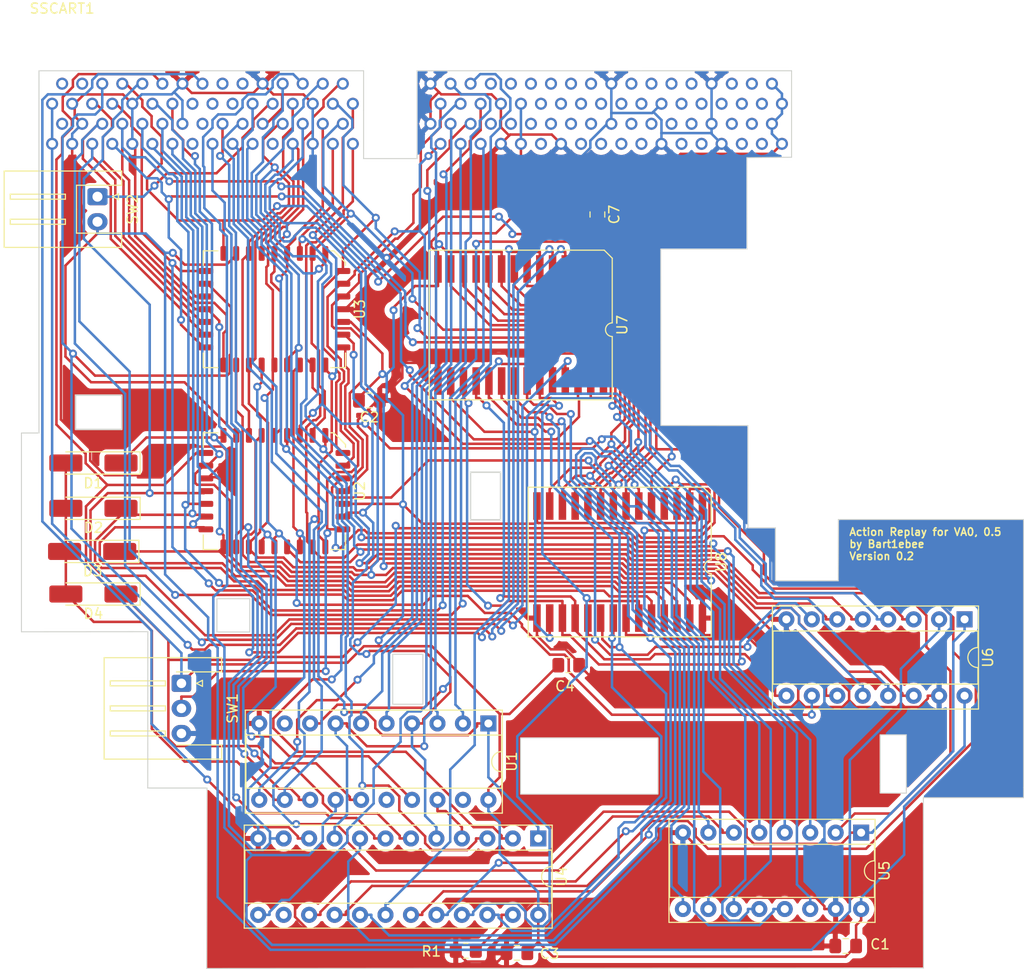
<source format=kicad_pcb>
(kicad_pcb (version 20221018) (generator pcbnew)
  (layers (0 "F.Cu" signal) (31 "B.Cu" signal) (34 "B.Paste" user) (35 "F.Paste" user) (36 "B.SilkS" user "B.Silkscreen") (37 "F.SilkS" user "F.Silkscreen") (38 "B.Mask" user) (39 "F.Mask" user) (44 "Edge.Cuts" user))
  (net 0 "")
  (net 1 "+5V")
  (net 2 "A35")
  (net 3 "B35")
  (net 4 "A39")
  (net 5 "A40")
  (net 6 "B38")
  (net 7 "B39")
  (net 8 "B40")
  (net 9 "B42")
  (net 10 "B43")
  (net 11 "B44")
  (net 12 "A55")
  (net 13 "A56")
  (net 14 "GND")
  (net 15 "A57")
  (net 16 "A58")
  (net 17 "B58")
  (net 18 "B57")
  (net 19 "B56")
  (net 20 "B55")
  (net 21 "A43")
  (net 22 "A38")
  (net 23 "A44")
  (net 24 "A42")
  (net 25 "B37")
  (net 26 "A37")
  (net 27 "SW1")
  (net 28 "A60")
  (net 29 "A61")
  (net 30 "A62")
  (net 31 "A63")
  (net 32 "B63")
  (net 33 "B62")
  (net 34 "B61")
  (net 35 "B60")
  (net 36 "A45")
  (net 37 "A47")
  (net 38 "A49")
  (net 39 "A52")
  (net 40 "B47")
  (net 41 "B48")
  (net 42 "B49")
  (net 43 "B50")
  (net 44 "B51")
  (net 45 "1MEM6")
  (net 46 "2MEM7")
  (net 47 "A33")
  (net 48 "2MEM10")
  (net 49 "2MEM11")
  (net 50 "2MEM12")
  (net 51 "2MEM13")
  (net 52 "2MEM16")
  (net 53 "2MEM17")
  (net 54 "2MEM18")
  (net 55 "2MEM19")
  (net 56 "2MEM20")
  (net 57 "2MEM21")
  (net 58 "2MEM22")
  (net 59 "2MEM23")
  (net 60 "2MEM6")
  (net 61 "2MEM8")
  (net 62 "B33")
  (net 64 "B34")
  (net 67 "MUX1")
  (net 69 "A32")
  (net 70 "A34")
  (net 71 "A31")
  (net 72 "B31")
  (net 73 "B32")
  (net 76 "Net-(U4-O0{slash}LR)")
  (net 121 "A30")
  (net 122 "B30")
  (net 124 "A45Switch")
  (net 126 "Net-(U1-I4)")
  (net 128 "Net-(U1-IO7)")
  (net 130 "Net-(U1-I03)")
  (net 131 "Net-(U1-IO2)")
  (footprint "Capacitor_SMD:C_0805_2012Metric_Pad1.18x1.45mm_HandSolder" (layer "F.Cu") (at 116.55 122.35 180)
    (fp_text reference "C2")
    (fp_text value "110nF")
  )
  (footprint "Package_DIP:DIP-16_W7.62mm_Socket" (layer "F.Cu") (at 165.61 165.47 -90)
    (fp_text reference "U5")
    (fp_text value "74157")
  )
  (footprint "Capacitor_SMD:C_0805_2012Metric_Pad1.18x1.45mm_HandSolder" (layer "F.Cu") (at 139.3 103.8 -90)
    (fp_text reference "C7")
    (fp_text value "220nF")
  )
  (footprint "Package_LCC:PLCC-32_11.4x14.0mm_P1.27mm" (layer "F.Cu") (at 107.075 131.4 -90)
    (fp_text reference "U2")
    (fp_text value "sst29ee020-120-4c-nh")
  )
  (footprint "Connector_JST:JST_XH_S2B-XH-A_1x02_P2.50mm_Horizontal" (layer "F.Cu") (at 89.425 102.025 -90)
    (fp_text reference "SW2")
    (fp_text value "SW_SPST")
  )
  (footprint "Diode_SMD:D_MiniMELF_Handsoldering" (layer "F.Cu") (at 89.02 141.665 180)
    (fp_text reference "D4")
    (fp_text value "1N4148")
  )
  (footprint "Diode_SMD:D_MiniMELF_Handsoldering" (layer "F.Cu") (at 89.02 133.115 180)
    (fp_text reference "D2")
    (fp_text value "1N4148")
  )
  (footprint "Capacitor_SMD:C_0805_2012Metric_Pad1.18x1.45mm_HandSolder" (layer "F.Cu") (at 131.27 177.46 180)
    (fp_text reference "C3")
    (fp_text value "110nF")
  )
  (footprint "Custom:Sega Cart" (layer "F.Cu") (at 85.9 90.75)
    (fp_text reference "SSCART1")
    (fp_text value "SSCART")
  )
  (footprint "Custom:SOIC-28" (layer "F.Cu") (at 141.525 138.475 180)
    (fp_text reference "U8")
    (fp_text value "HM5117800J")
  )
  (footprint "Custom:SOIC-28" (layer "F.Cu") (at 131.65 114.825 180)
    (fp_text reference "U7")
    (fp_text value "HM5117800J")
  )
  (footprint "Package_DIP:DIP-16_W7.62mm_Socket" (layer "F.Cu") (at 175.93 144.19 -90)
    (fp_text reference "U6")
    (fp_text value "74157")
  )
  (footprint "Package_DIP:DIP-20_W7.62mm_Socket" (layer "F.Cu") (at 128.425 154.575 -90)
    (fp_text reference "U1")
    (fp_text value "PAL16L8")
  )
  (footprint "Diode_SMD:D_MiniMELF_Handsoldering" (layer "F.Cu") (at 89.02 128.59 180)
    (fp_text reference "D1")
    (fp_text value "1N4148")
  )
  (footprint "Capacitor_SMD:C_0805_2012Metric_Pad1.18x1.45mm_HandSolder" (layer "F.Cu") (at 164.07 176.78 180)
    (fp_text reference "C1")
    (fp_text value "220nF")
  )
  (footprint "Package_DIP:DIP-24_W7.62mm_Socket" (layer "F.Cu") (at 133.4 166.05 -90)
    (fp_text reference "U4")
    (fp_text value "PAL24")
  )
  (footprint "Capacitor_SMD:C_0805_2012Metric_Pad1.18x1.45mm_HandSolder" (layer "F.Cu") (at 136.4375 148.765 180)
    (fp_text reference "C4")
    (fp_text value "110nF")
  )
  (footprint "Diode_SMD:D_MiniMELF_Handsoldering" (layer "F.Cu") (at 88.895 137.415 180)
    (fp_text reference "D3")
    (fp_text value "1N4148")
  )
  (footprint "Resistor_SMD:R_0805_2012Metric_Pad1.20x1.40mm_HandSolder" (layer "F.Cu") (at 126.17 177.26 180)
    (fp_text reference "R1")
    (fp_text value "470Ω")
  )
  (footprint "Connector_JST:JST_XH_S3B-XH-A-1_1x03_P2.50mm_Horizontal" (layer "F.Cu") (at 97.8 150.575 -90)
    (fp_text reference "SW1")
    (fp_text value "SW_SPDT")
  )
  (footprint "Package_LCC:PLCC-32_11.4x14.0mm_P1.27mm" (layer "F.Cu") (at 107.075 113.25 -90)
    (fp_text reference "U3")
    (fp_text value "sst29ee020-120-4c-nh")
  )
  (gr_rect (start 131.63 156.01) (end 145.34 161.63) (stroke (width 0.1)) (fill none) (layer "Edge.Cuts"))
  (gr_line (start 154.21 98.13) (end 154.22 107.25) (stroke (width 0.1)) (layer "Edge.Cuts"))
  (gr_line (start 121.308 98.224) (end 115.974 98.224) (stroke (width 0.1)) (layer "Edge.Cuts"))
  (gr_line (start 158.67 98.09) (end 154.21 98.13) (stroke (width 0.1)) (layer "Edge.Cuts"))
  (gr_line (start 115.974 98.224) (end 115.974 93.398) (stroke (width 0.1)) (layer "Edge.Cuts"))
  (gr_line (start 157.06 140.34) (end 157.06 135.06) (stroke (width 0.1)) (layer "Edge.Cuts"))
  (gr_line (start 171.83 178.97) (end 171.82 161.98) (stroke (width 0.1)) (layer "Edge.Cuts"))
  (gr_line (start 154.32 135.06) (end 157.06 135.06) (stroke (width 0.1)) (layer "Edge.Cuts"))
  (gr_line (start 115.974 89.461) (end 83.589 89.461) (stroke (width 0.1)) (layer "Edge.Cuts"))
  (gr_line (start 158.67 98.09) (end 158.67 89.46) (stroke (width 0.1)) (layer "Edge.Cuts"))
  (gr_line (start 115.974 93.398) (end 115.974 89.461) (stroke (width 0.1)) (layer "Edge.Cuts"))
  (gr_line (start 181.82 134.23) (end 163.34 134.23) (stroke (width 0.1)) (layer "Edge.Cuts"))
  (gr_line (start 81.84 125.6) (end 83.59 125.6) (stroke (width 0.1)) (layer "Edge.Cuts"))
  (gr_line (start 81.84 145.43) (end 81.84 125.6) (stroke (width 0.1)) (layer "Edge.Cuts"))
  (gr_rect (start 118.88 147.67) (end 121.89 152.66) (stroke (width 0.1)) (fill none) (layer "Edge.Cuts"))
  (gr_line (start 154.32 134.2) (end 154.32 135.06) (stroke (width 0.1)) (layer "Edge.Cuts"))
  (gr_line (start 171.82 161.98) (end 181.82 161.98) (stroke (width 0.1)) (layer "Edge.Cuts"))
  (gr_line (start 181.82 161.98) (end 181.82 160.97) (stroke (width 0.1)) (layer "Edge.Cuts"))
  (gr_line (start 170.12 155.71) (end 170.12 160.62) (stroke (width 0.1)) (layer "Edge.Cuts"))
  (gr_line (start 121.308 89.461) (end 121.308 98.224) (stroke (width 0.1)) (layer "Edge.Cuts"))
  (gr_line (start 181.82 134.23) (end 181.82 160.97) (stroke (width 0.1)) (layer "Edge.Cuts"))
  (gr_line (start 100.35 161.02) (end 94.44 161.02) (stroke (width 0.1)) (layer "Edge.Cuts"))
  (gr_rect (start 101.3425 142.13) (end 104.6175 145.455) (stroke (width 0.1)) (fill none) (layer "Edge.Cuts"))
  (gr_line (start 163.34 134.23) (end 163.33 140.34) (stroke (width 0.1)) (layer "Edge.Cuts"))
  (gr_line (start 170.12 161.53) (end 167.51 161.52) (stroke (width 0.1)) (layer "Edge.Cuts"))
  (gr_line (start 163.33 140.34) (end 157.06 140.34) (stroke (width 0.1)) (layer "Edge.Cuts"))
  (gr_rect (start 126.64 129.515) (end 129.64 134.265) (stroke (width 0.15)) (fill none) (layer "Edge.Cuts"))
  (gr_line (start 145.63 124.85) (end 154.31 124.86) (stroke (width 0.1)) (layer "Edge.Cuts"))
  (gr_line (start 154.22 107.25) (end 145.62 107.25) (stroke (width 0.1)) (layer "Edge.Cuts"))
  (gr_line (start 100.32 179.02) (end 171.83 178.97) (stroke (width 0.1)) (layer "Edge.Cuts"))
  (gr_line (start 83.589 89.461) (end 83.59 125.6) (stroke (width 0.1)) (layer "Edge.Cuts"))
  (gr_line (start 167.51 160.63) (end 167.51 155.71) (stroke (width 0.1)) (layer "Edge.Cuts"))
  (gr_line (start 167.51 155.71) (end 170.12 155.71) (stroke (width 0.1)) (layer "Edge.Cuts"))
  (gr_rect (start 87.23 121.82) (end 91.855 125.245) (stroke (width 0.15)) (fill none) (layer "Edge.Cuts"))
  (gr_line (start 94.45 145.42) (end 81.84 145.43) (stroke (width 0.1)) (layer "Edge.Cuts"))
  (gr_line (start 121.308 89.461) (end 158.67 89.46) (stroke (width 0.1)) (layer "Edge.Cuts"))
  (gr_line (start 94.44 161.02) (end 94.45 145.42) (stroke (width 0.1)) (layer "Edge.Cuts"))
  (gr_line (start 167.51 161.52) (end 167.51 160.63) (stroke (width 0.1)) (layer "Edge.Cuts"))
  (gr_line (start 170.12 160.62) (end 170.12 161.53) (stroke (width 0.1)) (layer "Edge.Cuts"))
  (gr_line (start 145.62 107.25) (end 145.63 124.85) (stroke (width 0.1)) (layer "Edge.Cuts"))
  (gr_line (start 154.32 134.2) (end 154.31 124.86) (stroke (width 0.1)) (layer "Edge.Cuts"))
  (gr_line (start 100.35 161.02) (end 100.32 179.02) (stroke (width 0.1)) (layer "Edge.Cuts"))
  (gr_text "Action Replay for VA0, 0.5\nby Bart1ebee\nVersion 0.2\n" (at 164.35 138.325) (layer "F.SilkS") (effects (font (size 0.75 0.75)) (justify left bottom)))
  (segment (start 117.4856 146.872) (end 116.0037 146.872) (width 0.25) (layer "F.Cu") (net 1))
  (segment (start 149.78 133.8741) (end 149.78 132.885) (width 0.25) (layer "F.Cu") (net 1))
  (segment (start 129.5502 153.6323) (end 122.7899 146.872) (width 0.25) (layer "F.Cu") (net 1))
  (segment (start 115.5125 122.35) (end 115.5125 122.0552) (width 0.25) (layer "F.Cu") (net 1))
  (segment (start 105.0424 148.6855) (end 99.6895 148.6855) (width 0.25) (layer "F.Cu") (net 1))
  (segment (start 165.61 174.2151) (end 165.1075 174.7176) (width 0.25) (layer "F.Cu") (net 1))
  (segment (start 135.4 148.765) (end 130.5327 153.6323) (width 0.25) (layer "F.Cu") (net 1))
  (segment (start 164.0451 177.8424) (end 134.8749 177.8424) (width 0.25) (layer "F.Cu") (net 1))
  (segment (start 122.7899 146.872) (end 117.4856 146.872) (width 0.25) (layer "F.Cu") (net 1))
  (segment (start 123.5636 105.6747) (end 122.7291 106.5092) (width 0.25) (layer "F.Cu") (net 1))
  (segment (start 133.3247 104.8375) (end 139.3 104.8375) (width 0.25) (layer "F.Cu") (net 1))
  (segment (start 99.6895 148.6855) (end 97.8 150.575) (width 0.25) (layer "F.Cu") (net 1))
  (segment (start 147.5927 97.7548) (end 156.7052 97.7548) (width 0.25) (layer "F.Cu") (net 1))
  (segment (start 119.8553 132.67) (end 119.9046 132.7193) (width 0.25) (layer "F.Cu") (net 1))
  (segment (start 133.27 134.4725) (end 133.0939 134.6486) (width 0.25) (layer "F.Cu") (net 1))
  (segment (start 133.4 173.67) (end 133.4 176.3675) (width 0.25) (layer "F.Cu") (net 1))
  (segment (start 121.1 110.9351) (end 118.966 113.0691) (width 0.25) (layer "F.Cu") (net 1))
  (segment (start 113.9125 132.67) (end 119.8553 132.67) (width 0.25) (layer "F.Cu") (net 1))
  (segment (start 105.2115 148.5164) (end 105.0424 148.6855) (width 0.25) (layer "F.Cu") (net 1))
  (segment (start 134.8749 177.8424) (end 133.4 176.3675) (width 0.25) (layer "F.Cu") (net 1))
  (segment (start 130.5327 153.6323) (end 129.5502 153.6323) (width 0.25) (layer "F.Cu") (net 1))
  (segment (start 133.27 132.885) (end 133.27 134.4725) (width 0.25) (layer "F.Cu") (net 1))
  (segment (start 117.4856 146.872) (end 117.4856 146.2756) (width 0.25) (layer "F.Cu") (net 1))
  (segment (start 149.069 134.5851) (end 149.78 133.8741) (width 0.25) (layer "F.Cu") (net 1))
  (segment (start 156.7052 97.7548) (end 157.71 96.75) (width 0.25) (layer "F.Cu") (net 1))
  (segment (start 129.1781 105.6747) (end 123.5636 105.6747) (width 0.25) (layer "F.Cu") (net 1))
  (segment (start 139.905 107.5349) (end 139.905 105.4425) (width 0.25) (layer "F.Cu") (net 1))
  (segment (start 122.7291 107.0058) (end 123.2582 107.5349) (width 0.25) (layer "F.Cu") (net 1))
  (segment (start 115.5125 122.0552) (end 117.8493 119.7184) (width 0.25) (layer "F.Cu") (net 1))
  (segment (start 128.425 162.195) (end 128.425 161.0699) (width 0.25) (layer "F.Cu") (net 1))
  (segment (start 117.8493 117.6732) (end 117.8493 119.7184) (width 0.25) (layer "F.Cu") (net 1))
  (segment (start 131.67 103.1828) (end 129.1781 105.6747) (width 0.25) (layer "F.Cu") (net 1))
  (segment (start 139.905 105.4425) (end 139.3 104.8375) (width 0.25) (layer "F.Cu") (net 1))
  (segment (start 114.3593 148.5164) (end 105.2115 148.5164) (width 0.25) (layer "F.Cu") (net 1))
  (segment (start 113.9125 114.52) (end 114.6961 114.52) (width 0.25) (layer "F.Cu") (net 1))
  (segment (start 165.1075 176.78) (end 164.0451 177.8424) (width 0.25) (layer "F.Cu") (net 1))
  (segment (start 123.395 109.235) (end 123.395 110.9351) (width 0.25) (layer "F.Cu") (net 1))
  (segment (start 165.1075 174.7176) (end 165.1075 176.78) (width 0.25) (layer "F.Cu") (net 1))
  (segment (start 133.4 176.3675) (end 132.3075 177.46) (width 0.25) (layer "F.Cu") (net 1))
  (segment (start 129.5502 159.9447) (end 128.425 161.0699) (width 0.25) (layer "F.Cu") (net 1))
  (segment (start 133.3826 134.5851) (end 149.069 134.5851) (width 0.25) (layer "F.Cu") (net 1))
  (segment (start 165.61 173.09) (end 165.61 174.2151) (width 0.25) (layer "F.Cu") (net 1))
  (segment (start 121.8339 134.6486) (end 119.9046 132.7193) (width 0.25) (layer "F.Cu") (net 1))
  (segment (start 133.27 134.4725) (end 133.3826 134.5851) (width 0.25) (layer "F.Cu") (net 1))
  (segment (start 123.395 110.9351) (end 121.1 110.9351) (width 0.25) (layer "F.Cu") (net 1))
  (segment (start 123.395 109.235) (end 123.395 107.5349) (width 0.25) (layer "F.Cu") (net 1))
  (segment (start 139.905 109.235) (end 139.905 107.5349) (width 0.25) (layer "F.Cu") (net 1))
  (segment (start 114.6961 114.52) (end 117.8493 117.6732) (width 0.25) (layer "F.Cu") (net 1))
  (segment (start 116.0037 146.872) (end 114.3593 148.5164) (width 0.25) (layer "F.Cu") (net 1))
  (segment (start 129.5502 153.6323) (end 129.5502 159.9447) (width 0.25) (layer "F.Cu") (net 1))
  (segment (start 122.7291 106.5092) (end 122.7291 107.0058) (width 0.25) (layer "F.Cu") (net 1))
  (segment (start 133.0939 134.6486) (end 121.8339 134.6486) (width 0.25) (layer "F.Cu") (net 1))
  (segment (start 131.67 96.75) (end 131.67 103.1828) (width 0.25) (layer "F.Cu") (net 1))
  (segment (start 139.905 105.4425) (end 147.5927 97.7548) (width 0.25) (layer "F.Cu") (net 1))
  (segment (start 118.966 113.0691) (end 118.966 113.3502) (width 0.25) (layer "F.Cu") (net 1))
  (segment (start 123.2582 107.5349) (end 123.395 107.5349) (width 0.25) (layer "F.Cu") (net 1))
  (segment (start 131.67 103.1828) (end 133.3247 104.8375) (width 0.25) (layer "F.Cu") (net 1))
  (via (at 117.4856 146.2756) (size 0.8) (drill 0.4) (layers "F.Cu" "B.Cu") (net 1))
  (via (at 119.9046 132.7193) (size 0.8) (drill 0.4) (layers "F.Cu" "B.Cu") (net 1))
  (via (at 118.966 113.3502) (size 0.8) (drill 0.4) (layers "F.Cu" "B.Cu") (net 1))
  (via (at 117.8493 119.7184) (size 0.8) (drill 0.4) (layers "F.Cu" "B.Cu") (net 1))
  (segment (start 84.9 96.75) (end 84.9 92.75) (width 0.25) (layer "B.Cu") (net 1))
  (segment (start 131.67 96.75) (end 131.67 92.75) (width 0.25) (layer "B.Cu") (net 1))
  (segment (start 129.5501 164.4452) (end 128.425 163.3201) (width 0.25) (layer "B.Cu") (net 1))
  (segment (start 117.8493 119.7184) (end 118.2802 119.7184) (width 0.25) (layer "B.Cu") (net 1))
  (segment (start 128.425 162.195) (end 128.425 163.3201) (width 0.25) (layer "B.Cu") (net 1))
  (segment (start 119.9046 123.8318) (end 118.2802 122.2074) (width 0.25) (layer "B.Cu") (net 1))
  (segment (start 157.71 92.75) (end 157.71 91.75) (width 0.25) (layer "B.Cu") (net 1))
  (segment (start 175.93 156.8431) (end 169.9016 162.8715) (width 0.25) (layer "B.Cu") (net 1))
  (segment (start 119.9046 132.7193) (end 119.9046 123.8318) (width 0.25) (layer "B.Cu") (net 1))
  (segment (start 118.966 119.0326) (end 118.966 113.3502) (width 0.25) (layer "B.Cu") (net 1))
  (segment (start 165.61 173.09) (end 165.61 171.9649) (width 0.25) (layer "B.Cu") (net 1))
  (segment (start 133.4 173.67) (end 133.4 172.5449) (width 0.25) (layer "B.Cu") (net 1))
  (segment (start 133.4 172.5449) (end 133.4 171.4018) (width 0.25) (layer "B.Cu") (net 1))
  (segment (start 118.2802 119.7184) (end 118.966 119.0326) (width 0.25) (layer "B.Cu") (net 1))
  (segment (start 133.4 171.4018) (end 129.5501 167.5519) (width 0.25) (layer "B.Cu") (net 1))
  (segment (start 157.71 93.75) (end 157.71 92.75) (width 0.25) (layer "B.Cu") (net 1))
  (segment (start 175.93 151.81) (end 175.93 156.8431) (width 0.25) (layer "B.Cu") (net 1))
  (segment (start 169.9016 167.6733) (end 165.61 171.9649) (width 0.25) (layer "B.Cu") (net 1))
  (segment (start 156.71 95.75) (end 156.71 94.75) (width 0.25) (layer "B.Cu") (net 1))
  (segment (start 157.71 91.75) (end 156.71 90.75) (width 0.25) (layer "B.Cu") (net 1))
  (segment (start 119.9046 143.8566) (end 119.9046 132.7193) (width 0.25) (layer "B.Cu") (net 1))
  (segment (start 117.4856 146.2756) (end 119.9046 143.8566) (width 0.25) (layer "B.Cu") (net 1))
  (segment (start 97.8 150.575) (end 97.8 147.5539) (width 0.25) (layer "B.Cu") (net 1))
  (segment (start 84.9 134.6539) (end 84.9 96.75) (width 0.25) (layer "B.Cu") (net 1))
  (segment (start 156.71 94.75) (end 157.71 93.75) (width 0.25) (layer "B.Cu") (net 1))
  (segment (start 129.5501 167.5519) (end 129.5501 164.4452) (width 0.25) (layer "B.Cu") (net 1))
  (segment (start 118.2802 122.2074) (end 118.2802 119.7184) (width 0.25) (layer "B.Cu") (net 1))
  (segment (start 169.9016 162.8715) (end 169.9016 167.6733) (width 0.25) (layer "B.Cu") (net 1))
  (segment (start 157.71 96.75) (end 156.71 95.75) (width 0.25) (layer "B.Cu") (net 1))
  (segment (start 97.8 147.5539) (end 84.9 134.6539) (width 0.25) (layer "B.Cu") (net 1))
  (segment (start 119.3759 106.2092) (end 120.9445 104.6406) (width 0.25) (layer "F.Cu") (net 2))
  (segment (start 120.9445 101.8007) (end 121.679 101.0662) (width 0.25) (layer "F.Cu") (net 2))
  (segment (start 121.679 97.0514) (end 123.65 95.0804) (width 0.25) (layer "F.Cu") (net 2))
  (segment (start 113.9125 130.13) (end 113.7418 130.13) (width 0.25) (layer "F.Cu") (net 2))
  (segment (start 114.7599 130.13) (end 113.9125 130.13) (width 0.25) (layer "F.Cu") (net 2))
  (segment (start 115.7499 116.2105) (end 115.7499 120.4783) (width 0.25) (layer "F.Cu") (net 2))
  (segment (start 114.597 124.993) (end 115.876 126.272) (width 0.25) (layer "F.Cu") (net 2))
  (segment (start 112.8312 112.8541) (end 112.8312 114.9322) (width 0.25) (layer "F.Cu") (net 2))
  (segment (start 121.679 101.0662) (end 121.679 97.0514) (width 0.25) (layer "F.Cu") (net 2))
  (segment (start 115.5322 110.5713) (end 115.5322 109.8097) (width 0.25) (layer "F.Cu") (net 2))
  (segment (start 123.65 95.0804) (end 123.65 92.75) (width 0.25) (layer "F.Cu") (net 2))
  (segment (start 120.9445 104.6406) (end 120.9445 101.8007) (width 0.25) (layer "F.Cu") (net 2))
  (segment (start 114.1235 111.98) (end 115.5322 110.5713) (width 0.25) (layer "F.Cu") (net 2))
  (segment (start 113.7053 111.98) (end 112.8312 112.8541) (width 0.25) (layer "F.Cu") (net 2))
  (segment (start 112.8312 114.9322) (end 113.054 115.155) (width 0.25) (layer "F.Cu") (net 2))
  (segment (start 115.5322 109.8097) (end 119.1327 106.2092) (width 0.25) (layer "F.Cu") (net 2))
  (segment (start 113.054 115.155) (end 114.6944 115.155) (width 0.25) (layer "F.Cu") (net 2))
  (segment (start 114.6944 115.155) (end 115.7499 116.2105) (width 0.25) (layer "F.Cu") (net 2))
  (segment (start 115.876 126.272) (end 115.876 129.0139) (width 0.25) (layer "F.Cu") (net 2))
  (segment (start 114.597 121.6312) (end 114.597 124.993) (width 0.25) (layer "F.Cu") (net 2))
  (segment (start 119.1327 106.2092) (end 119.3759 106.2092) (width 0.25) (layer "F.Cu") (net 2))
  (segment (start 112.8303 131.0415) (end 112.8303 131.7867) (width 0.25) (layer "F.Cu") (net 2))
  (segment (start 113.7418 130.13) (end 112.8303 131.0415) (width 0.25) (layer "F.Cu") (net 2))
  (segment (start 113.9125 111.98) (end 114.1235 111.98) (width 0.25) (layer "F.Cu") (net 2))
  (segment (start 115.876 129.0139) (end 114.7599 130.13) (width 0.25) (layer "F.Cu") (net 2))
  (segment (start 115.7499 120.4783) (end 114.597 121.6312) (width 0.25) (layer "F.Cu") (net 2))
  (segment (start 112.8303 131.7867) (end 113.0786 132.035) (width 0.25) (layer "F.Cu") (net 2))
  (segment (start 113.9125 111.98) (end 113.7053 111.98) (width 0.25) (layer "F.Cu") (net 2))
  (segment (start 122.4242 128.3402) (end 138.419 128.3402) (width 0.25) (layer "F.Cu") (net 2))
  (segment (start 118.7294 132.035) (end 122.4242 128.3402) (width 0.25) (layer "F.Cu") (net 2))
  (segment (start 113.0786 132.035) (end 118.7294 132.035) (width 0.25) (layer "F.Cu") (net 2))
  (via (at 138.419 128.3402) (size 0.8) (drill 0.4) (layers "F.Cu" "B.Cu") (net 2))
  (segment (start 143.3194 132.9157) (end 145.8636 135.4599) (width 0.25) (layer "B.Cu") (net 2))
  (segment (start 142.5213 132.9157) (end 143.3194 132.9157) (width 0.25) (layer "B.Cu") (net 2))
  (segment (start 157.99 173.09) (end 156.8649 173.09) (width 0.25) (layer "B.Cu") (net 2))
  (segment (start 140.5817 130.7009) (end 140.5817 130.9761) (width 0.25) (layer "B.Cu") (net 2))
  (segment (start 145.8636 143.733) (end 148.9552 146.8246) (width 0.25) (layer "B.Cu") (net 2))
  (segment (start 145.8636 135.4599) (end 145.8636 143.733) (width 0.25) (layer "B.Cu") (net 2))
  (segment (start 156.8649 173.3231) (end 156.8649 173.09) (width 0.25) (layer "B.Cu") (net 2))
  (segment (start 155.492 174.696) (end 156.8649 173.3231) (width 0.25) (layer "B.Cu") (net 2))
  (segment (start 148.9552 146.8246) (end 148.9552 173.2844) (width 0.25) (layer "B.Cu") (net 2))
  (segment (start 148.9552 173.2844) (end 150.3668 174.696) (width 0.25) (layer "B.Cu") (net 2))
  (segment (start 150.3668 174.696) (end 155.492 174.696) (width 0.25) (layer "B.Cu") (net 2))
  (segment (start 138.419 128.5382) (end 140.5817 130.7009) (width 0.25) (layer "B.Cu") (net 2))
  (segment (start 138.419 128.3402) (end 138.419 128.5382) (width 0.25) (layer "B.Cu") (net 2))
  (segment (start 140.5817 130.9761) (end 142.5213 132.9157) (width 0.25) (layer "B.Cu") (net 2))
  (segment (start 112.3805 116.9384) (end 113.6968 118.2547) (width 0.25) (layer "F.Cu") (net 3))
  (segment (start 120.0777 120.9068) (end 125.8505 126.6796) (width 0.25) (layer "F.Cu") (net 3))
  (segment (start 114.9757 126.645) (end 114.9757 128.0064) (width 0.25) (layer "F.Cu") (net 3))
  (segment (start 113.9125 110.71) (end 113.6939 110.71) (width 0.25) (layer "F.Cu") (net 3))
  (segment (start 138.2489 126.6796) (end 138.5379 126.3906) (width 0.25) (layer "F.Cu") (net 3))
  (segment (start 114.1221 128.86) (end 113.9125 128.86) (width 0.25) (layer "F.Cu") (net 3))
  (segment (start 114.0185 120.4288) (end 113.6968 120.7505) (width 0.25) (layer "F.Cu") (net 3))
  (segment (start 115.082 109.4776) (end 115.082 109.8032) (width 0.25) (layer "F.Cu") (net 3))
  (segment (start 123.65 96.75) (end 122.4397 97.9603) (width 0.25) (layer "F.Cu") (net 3))
  (segment (start 119.0755 105.4841) (end 115.082 109.4776) (width 0.25) (layer "F.Cu") (net 3))
  (segment (start 125.8505 126.6796) (end 138.2489 126.6796) (width 0.25) (layer "F.Cu") (net 3))
  (segment (start 113.6939 110.71) (end 112.3805 112.0234) (width 0.25) (layer "F.Cu") (net 3))
  (segment (start 113.6968 120.7505) (end 113.6968 125.3661) (width 0.25) (layer "F.Cu") (net 3))
  (segment (start 114.1752 110.71) (end 113.9125 110.71) (width 0.25) (layer "F.Cu") (net 3))
  (segment (start 113.6968 125.3661) (end 114.9757 126.645) (width 0.25) (layer "F.Cu") (net 3))
  (segment (start 113.6968 119.1333) (end 114.0185 119.455) (width 0.25) (layer "F.Cu") (net 3))
  (segment (start 114.0185 119.455) (end 114.0185 120.4288) (width 0.25) (layer "F.Cu") (net 3))
  (segment (start 114.9757 128.0064) (end 114.1221 128.86) (width 0.25) (layer "F.Cu") (net 3))
  (segment (start 115.082 109.8032) (end 114.1752 110.71) (width 0.25) (layer "F.Cu") (net 3))
  (segment (start 113.6968 118.2547) (end 113.6968 119.1333) (width 0.25) (layer "F.Cu") (net 3))
  (segment (start 112.3805 112.0234) (end 112.3805 116.9384) (width 0.25) (layer "F.Cu") (net 3))
  (via (at 138.5379 126.3906) (size 0.8) (drill 0.4) (layers "F.Cu" "B.Cu") (net 3))
  (via (at 119.0755 105.4841) (size 0.8) (drill 0.4) (layers "F.Cu" "B.Cu") (net 3))
  (via (at 120.0777 120.9068) (size 0.8) (drill 0.4) (layers "F.Cu" "B.Cu") (net 3))
  (via (at 122.4397 97.9603) (size 0.8) (drill 0.4) (layers "F.Cu" "B.Cu") (net 3))
  (segment (start 121.5919 105.4841) (end 119.0755 105.4841) (width 0.25) (layer "B.Cu") (net 3))
  (segment (start 147.18 133.8937) (end 147.18 143.7762) (width 0.25) (layer "B.Cu") (net 3))
  (segment (start 140.7262 127.4399) (end 147.18 133.8937) (width 0.25) (layer "B.Cu") (net 3))
  (segment (start 149.8605 159.3699) (end 151.5516 161.061) (width 0.25) (layer "B.Cu") (net 3))
  (segment (start 149.8605 146.4567) (end 149.8605 159.3699) (width 0.25) (layer "B.Cu") (net 3))
  (segment (start 122.0773 105.9695) (end 121.5919 105.4841) (width 0.25) (layer "B.Cu") (net 3))
  (segment (start 121.5919 98.8081) (end 122.4397 97.9603) (width 0.25) (layer "B.Cu") (net 3))
  (segment (start 122.0773 118.8596) (end 122.0773 105.9695) (width 0.25) (layer "B.Cu") (net 3))
  (segment (start 120.0777 120.9068) (end 120.0777 120.8592) (width 0.25) (layer "B.Cu") (net 3))
  (segment (start 120.0777 120.8592) (end 122.0773 118.8596) (width 0.25) (layer "B.Cu") (net 3))
  (segment (start 147.18 143.7762) (end 149.8605 146.4567) (width 0.25) (layer "B.Cu") (net 3))
  (segment (start 139.9206 127.4399) (end 140.7262 127.4399) (width 0.25) (layer "B.Cu") (net 3))
  (segment (start 138.5379 126.3906) (end 138.8713 126.3906) (width 0.25) (layer "B.Cu") (net 3))
  (segment (start 138.8713 126.3906) (end 139.9206 127.4399) (width 0.25) (layer "B.Cu") (net 3))
  (segment (start 150.37 173.09) (end 150.37 171.9649) (width 0.25) (layer "B.Cu") (net 3))
  (segment (start 151.5516 170.7833) (end 150.37 171.9649) (width 0.25) (layer "B.Cu") (net 3))
  (segment (start 151.5516 161.061) (end 151.5516 170.7833) (width 0.25) (layer "B.Cu") (net 3))
  (segment (start 121.5919 105.4841) (end 121.5919 98.8081) (width 0.25) (layer "B.Cu") (net 3))
  (segment (start 113.9125 107.4066) (end 113.9125 109.44) (width 0.25) (layer "F.Cu") (net 4))
  (segment (start 122.2968 116.088) (end 138.619 116.088) (width 0.25) (layer "F.Cu") (net 4))
  (segment (start 111.9304 111.1935) (end 113.6839 109.44) (width 0.25) (layer "F.Cu") (net 4))
  (segment (start 113.5684 119.6415) (end 113.2467 119.3198) (width 0.25) (layer "F.Cu") (net 4))
  (segment (start 113.2467 120.564) (end 113.5684 120.2423) (width 0.25) (layer "F.Cu") (net 4))
  (segment (start 113.2467 126.9242) (end 113.2467 120.564) (width 0.25) (layer "F.Cu") (net 4))
  (segment (start 117.1918 104.1273) (end 113.9125 107.4066) (width 0.25) (layer "F.Cu") (net 4))
  (segment (start 111.9304 117.1249) (end 111.9304 111.1935) (width 0.25) (layer "F.Cu") (net 4))
  (segment (start 113.6839 109.44) (end 113.9125 109.44) (width 0.25) (layer "F.Cu") (net 4))
  (segment (start 121.3428 115.134) (end 122.2968 116.088) (width 0.25) (layer "F.Cu") (net 4))
  (segment (start 138.619 116.088) (end 141.091 118.56) (width 0.25) (layer "F.Cu") (net 4))
  (segment (start 141.091 118.56) (end 141.091 122.5859) (width 0.25) (layer "F.Cu") (net 4))
  (segment (start 113.2467 119.3198) (end 113.2467 118.4412) (width 0.25) (layer "F.Cu") (net 4))
  (segment (start 113.5684 120.2423) (end 113.5684 119.6415) (width 0.25) (layer "F.Cu") (net 4))
  (segment (start 141.091 122.5859) (end 140.7847 122.8922) (width 0.25) (layer "F.Cu") (net 4))
  (segment (start 113.2467 118.4412) (end 111.9304 117.1249) (width 0.25) (layer "F.Cu") (net 4))
  (segment (start 113.9125 127.59) (end 113.2467 126.9242) (width 0.25) (layer "F.Cu") (net 4))
  (via (at 117.1918 104.1273) (size 0.8) (drill 0.4) (layers "F.Cu" "B.Cu") (net 4))
  (via (at 140.7847 122.8922) (size 0.8) (drill 0.4) (layers "F.Cu" "B.Cu") (net 4))
  (via (at 121.3428 115.134) (size 0.8) (drill 0.4) (layers "F.Cu" "B.Cu") (net 4))
  (segment (start 147.2947 129.334) (end 146.4398 129.334) (width 0.25) (layer "B.Cu") (net 4))
  (segment (start 141.1767 122.8922) (end 140.7847 122.8922) (width 0.25) (layer "B.Cu") (net 4))
  (segment (start 112.9 92.75) (end 113.2741 92.75) (width 0.25) (layer "B.Cu") (net 4))
  (segment (start 146.4398 129.334) (end 144.0925 126.9867) (width 0.25) (layer "B.Cu") (net 4))
  (segment (start 121.5667 109.5522) (end 117.1918 105.1773) (width 0.25) (layer "B.Cu") (net 4))
  (segment (start 168.0287 150.6849) (end 161.8152 144.4714) (width 0.25) (layer "B.Cu") (net 4))
  (segment (start 117.1918 105.1773) (end 117.1918 104.1273) (width 0.25) (layer "B.Cu") (net 4))
  (segment (start 113.9594 96.0798) (end 113.9594 100.8949) (width 0.25) (layer "B.Cu") (net 4))
  (segment (start 114.8502 95.189) (end 113.9594 96.0798) (width 0.25) (layer "B.Cu") (net 4))
  (segment (start 156.9721 142.1326) (end 155.6465 140.807) (width 0.25) (layer "B.Cu") (net 4))
  (segment (start 160.2979 142.1326) (end 156.9721 142.1326) (width 0.25) (layer "B.Cu") (net 4))
  (segment (start 121.5667 114.9101) (end 121.5667 109.5522) (width 0.25) (layer "B.Cu") (net 4))
  (segment (start 121.3428 115.134) (end 121.5667 114.9101) (width 0.25) (layer "B.Cu") (net 4))
  (segment (start 155.6465 138.8407) (end 153.0546 136.2488) (width 0.25) (layer "B.Cu") (net 4))
  (segment (start 161.8152 143.6499) (end 160.2979 142.1326) (width 0.25) (layer "B.Cu") (net 4))
  (segment (start 144.0925 126.9867) (end 144.0925 125.808) (width 0.25) (layer "B.Cu") (net 4))
  (segment (start 114.8502 94.3261) (end 114.8502 95.189) (width 0.25) (layer "B.Cu") (net 4))
  (segment (start 155.6465 140.807) (end 155.6465 138.8407) (width 0.25) (layer "B.Cu") (net 4))
  (segment (start 113.2741 92.75) (end 114.8502 94.3261) (width 0.25) (layer "B.Cu") (net 4))
  (segment (start 113.9594 100.8949) (end 117.1918 104.1273) (width 0.25) (layer "B.Cu") (net 4))
  (segment (start 161.8152 144.4714) (end 161.8152 143.6499) (width 0.25) (layer "B.Cu") (net 4))
  (segment (start 144.0925 125.808) (end 141.1767 122.8922) (width 0.25) (layer "B.Cu") (net 4))
  (segment (start 153.0546 135.0939) (end 147.2947 129.334) (width 0.25) (layer "B.Cu") (net 4))
  (segment (start 168.31 151.81) (end 168.31 150.6849) (width 0.25) (layer "B.Cu") (net 4))
  (segment (start 168.31 150.6849) (end 168.0287 150.6849) (width 0.25) (layer "B.Cu") (net 4))
  (segment (start 153.0546 136.2488) (end 153.0546 135.0939) (width 0.25) (layer "B.Cu") (net 4))
  (segment (start 149.2294 136.9014) (end 149.1848 136.946) (width 0.25) (layer "F.Cu") (net 5))
  (segment (start 149.1848 136.946) (end 143.3131 136.946) (width 0.25) (layer "F.Cu") (net 5))
  (segment (start 112.155 125.8375) (end 112.155 127.0154) (width 0.25) (layer "F.Cu") (net 5))
  (segment (start 115.8032 136.054) (end 115.7576 136.0084) (width 0.25) (layer "F.Cu") (net 5))
  (segment (start 142.4211 136.054) (end 115.8032 136.054) (width 0.25) (layer "F.Cu") (net 5))
  (segment (start 150.5942 136.9014) (end 149.2294 136.9014) (width 0.25) (layer "F.Cu") (net 5))
  (segment (start 112.155 108.5872) (end 112.155 107.6875) (width 0.25) (layer "F.Cu") (net 5))
  (segment (start 143.3131 136.946) (end 142.4211 136.054) (width 0.25) (layer "F.Cu") (net 5))
  (segment (start 111.5232 109.219) (end 112.155 108.5872) (width 0.25) (layer "F.Cu") (net 5))
  (segment (start 112.155 127.0154) (end 111.956 127.2144) (width 0.25) (layer "F.Cu") (net 5))
  (segment (start 150.8693 136.6263) (end 150.5942 136.9014) (width 0.25) (layer "F.Cu") (net 5))
  (via (at 115.7576 136.0084) (size 0.8) (drill 0.4) (layers "F.Cu" "B.Cu") (net 5))
  (via (at 150.8693 136.6263) (size 0.8) (drill 0.4) (layers "F.Cu" "B.Cu") (net 5))
  (via (at 111.5232 109.219) (size 0.8) (drill 0.4) (layers "F.Cu" "B.Cu") (net 5))
  (via (at 111.956 127.2144) (size 0.8) (drill 0.4) (layers "F.Cu" "B.Cu") (net 5))
  (segment (start 109.9748 93.0644) (end 108.9 94.1392) (width 0.25) (layer "B.Cu") (net 5))
  (segment (start 111.0737 109.6685) (end 111.5232 109.219) (width 0.25) (layer "B.Cu") (net 5))
  (segment (start 110.2726 109.6685) (end 111.0737 109.6685) (width 0.25) (layer "B.Cu") (net 5))
  (segment (start 160.53 171.9649) (end 159.2056 170.6405) (width 0.25) (layer "B.Cu") (net 5))
  (segment (start 109.9748 92.3668) (end 109.9748 93.0644) (width 0.25) (layer "B.Cu") (net 5))
  (segment (start 105.2675 103.8194) (end 106.6973 105.2492) (width 0.25) (layer "B.Cu") (net 5))
  (segment (start 110.2726 122.1918) (end 109.7426 122.7218) (width 0.25) (layer "B.Cu") (net 5))
  (segment (start 111.5916 90.75) (end 109.9748 92.3668) (width 0.25) (layer "B.Cu") (net 5))
  (segment (start 150.8693 137.017) (end 150.8693 136.6263) (width 0.25) (layer "B.Cu") (net 5))
  (segment (start 159.2056 155.5452) (end 152.4341 148.7737) (width 0.25) (layer "B.Cu") (net 5))
  (segment (start 107.9748 97.2129) (end 105.2675 99.9202) (width 0.25) (layer "B.Cu") (net 5))
  (segment (start 159.2056 170.6405) (end 159.2056 155.5452) (width 0.25) (layer "B.Cu") (net 5))
  (segment (start 107.9748 96.3668) (end 107.9748 97.2129) (width 0.25) (layer "B.Cu") (net 5))
  (segment (start 105.2675 99.9202) (end 105.2675 103.8194) (width 0.25) (layer "B.Cu") (net 5))
  (segment (start 108.9 94.1392) (end 108.9 95.4416) (width 0.25) (layer "B.Cu") (net 5))
  (segment (start 160.53 173.09) (end 160.53 171.9649) (width 0.25) (layer "B.Cu") (net 5))
  (segment (start 107.7005 107.3856) (end 109.9834 109.6685) (width 0.25) (layer "B.Cu") (net 5))
  (segment (start 114.7387 129.9971) (end 114.7387 134.0324) (width 0.25) (layer "B.Cu") (net 5))
  (segment (start 152.4341 148.7737) (end 152.4341 138.5818) (width 0.25) (layer "B.Cu") (net 5))
  (segment (start 110.2726 109.6685) (end 110.2726 122.1918) (width 0.25) (layer "B.Cu") (net 5))
  (segment (start 109.7426 125.001) (end 111.956 127.2144) (width 0.25) (layer "B.Cu") (net 5))
  (segment (start 111.9 90.75) (end 111.5916 90.75) (width 0.25) (layer "B.Cu") (net 5))
  (segment (start 107.6493 107.3856) (end 107.7005 107.3856) (width 0.25) (layer "B.Cu") (net 5))
  (segment (start 115.7576 135.0513) (end 115.7576 136.0084) (width 0.25) (layer "B.Cu") (net 5))
  (segment (start 114.7387 134.0324) (end 115.7576 135.0513) (width 0.25) (layer "B.Cu") (net 5))
  (segment (start 109.7426 122.7218) (end 109.7426 125.001) (width 0.25) (layer "B.Cu") (net 5))
  (segment (start 111.956 127.2144) (end 114.7387 129.9971) (width 0.25) (layer "B.Cu") (net 5))
  (segment (start 106.6973 106.4336) (end 107.6493 107.3856) (width 0.25) (layer "B.Cu") (net 5))
  (segment (start 106.6973 105.2492) (end 106.6973 106.4336) (width 0.25) (layer "B.Cu") (net 5))
  (segment (start 108.9 95.4416) (end 107.9748 96.3668) (width 0.25) (layer "B.Cu") (net 5))
  (segment (start 152.4341 138.5818) (end 150.8693 137.017) (width 0.25) (layer "B.Cu") (net 5))
  (segment (start 109.9834 109.6685) (end 110.2726 109.6685) (width 0.25) (layer "B.Cu") (net 5))
  (segment (start 138.46 115.2925) (end 123.9152 115.2925) (width 0.25) (layer "F.Cu") (net 6))
  (segment (start 110.885 107.6875) (end 110.7945 107.778) (width 0.25) (layer "F.Cu") (net 6))
  (segment (start 123.9152 115.2925) (end 120.8416 112.2189) (width 0.25) (layer "F.Cu") (net 6))
  (segment (start 114.6981 103.7186) (end 114.6981 103.7312) (width 0.25) (layer "F.Cu") (net 6))
  (segment (start 141.5747 118.4072) (end 138.46 115.2925) (width 0.25) (layer "F.Cu") (net 6))
  (segment (start 111.52 117.3745) (end 111.52 120.8669) (width 0.25) (layer "F.Cu") (net 6))
  (segment (start 141.5747 123.6773) (end 141.5747 118.4072) (width 0.25) (layer "F.Cu") (net 6))
  (segment (start 110.7945 116.649) (end 111.52 117.3745) (width 0.25) (layer "F.Cu") (net 6))
  (segment (start 110.885 107.5443) (end 110.885 107.6875) (width 0.25) (layer "F.Cu") (net 6))
  (segment (start 111.52 120.8669) (end 112.0931 121.44) (width 0.25) (layer "F.Cu") (net 6))
  (segment (start 110.885 125.2883) (end 110.885 125.8375) (width 0.25) (layer "F.Cu") (net 6))
  (segment (start 114.6981 103.7312) (end 110.885 107.5443) (width 0.25) (layer "F.Cu") (net 6))
  (segment (start 141.2555 123.9965) (end 141.5747 123.6773) (width 0.25) (layer "F.Cu") (net 6))
  (segment (start 112.0931 124.0802) (end 110.885 125.2883) (width 0.25) (layer "F.Cu") (net 6))
  (segment (start 110.7945 107.778) (end 110.7945 116.649) (width 0.25) (layer "F.Cu") (net 6))
  (segment (start 112.0931 121.44) (end 112.0931 124.0802) (width 0.25) (layer "F.Cu") (net 6))
  (via (at 141.2555 123.9965) (size 0.8) (drill 0.4) (layers "F.Cu" "B.Cu") (net 6))
  (via (at 120.8416 112.2189) (size 0.8) (drill 0.4) (layers "F.Cu" "B.Cu") (net 6))
  (via (at 114.6981 103.7186) (size 0.8) (drill 0.4) (layers "F.Cu" "B.Cu") (net 6))
  (segment (start 156.5894 155.1572) (end 151.5339 150.1017) (width 0.25) (layer "B.Cu") (net 6))
  (segment (start 114.8972 103.7186) (end 120.8416 109.663) (width 0.25) (layer "B.Cu") (net 6))
  (segment (start 156.5894 168.2855) (end 156.5894 155.1572) (width 0.25) (layer "B.Cu") (net 6))
  (segment (start 114.6981 103.7186) (end 114.8972 103.7186) (width 0.25) (layer "B.Cu") (net 6))
  (segment (start 152.91 171.9649) (end 156.5894 168.2855) (width 0.25) (layer "B.Cu") (net 6))
  (segment (start 151.5339 143.1927) (end 149.2438 140.9026) (width 0.25) (layer "B.Cu") (net 6))
  (segment (start 120.8416 109.663) (end 120.8416 112.2189) (width 0.25) (layer "B.Cu") (net 6))
  (segment (start 142.6422 125.3832) (end 141.2555 123.9965) (width 0.25) (layer "B.Cu") (net 6))
  (segment (start 149.2438 140.9026) (end 149.2438 134.0419) (width 0.25) (layer "B.Cu") (net 6))
  (segment (start 152.91 173.09) (end 152.91 171.9649) (width 0.25) (layer "B.Cu") (net 6))
  (segment (start 149.2438 134.0419) (end 142.6422 127.4403) (width 0.25) (layer "B.Cu") (net 6))
  (segment (start 111.9508 96.3243) (end 111.9508 100.9713) (width 0.25) (layer "B.Cu") (net 6))
  (segment (start 113.9 94.75) (end 113.5251 94.75) (width 0.25) (layer "B.Cu") (net 6))
  (segment (start 111.9508 100.9713) (end 114.6981 103.7186) (width 0.25) (layer "B.Cu") (net 6))
  (segment (start 113.5251 94.75) (end 111.9508 96.3243) (width 0.25) (layer "B.Cu") (net 6))
  (segment (start 142.6422 127.4403) (end 142.6422 125.3832) (width 0.25) (layer "B.Cu") (net 6))
  (segment (start 151.5339 150.1017) (end 151.5339 143.1927) (width 0.25) (layer "B.Cu") (net 6))
  (segment (start 109.6151 125.8375) (end 109.6151 124.8961) (width 0.25) (layer "F.Cu") (net 7))
  (segment (start 109.6151 124.8961) (end 110.9179 123.5933) (width 0.25) (layer "F.Cu") (net 7))
  (segment (start 112.9 102.8386) (end 109.866 105.8726) (width 0.25) (layer "F.Cu") (net 7))
  (segment (start 109.615 125.8375) (end 109.6151 125.8375) (width 0.25) (layer "F.Cu") (net 7))
  (segment (start 112.9 96.75) (end 112.9 102.8386) (width 0.25) (layer "F.Cu") (net 7))
  (segment (start 109.615 107.6875) (end 109.615 106.5126) (width 0.25) (layer "F.Cu") (net 7))
  (segment (start 109.866 105.8726) (end 109.866 106.2616) (width 0.25) (layer "F.Cu") (net 7))
  (segment (start 109.615 106.5126) (end 109.866 106.2616) (width 0.25) (layer "F.Cu") (net 7))
  (segment (start 138.8293 127.1297) (end 118.5955 127.1297) (width 0.25) (layer "F.Cu") (net 7))
  (segment (start 118.5955 127.1297) (end 116.1356 124.6698) (width 0.25) (layer "F.Cu") (net 7))
  (segment (start 139.7401 126.2189) (end 138.8293 127.1297) (width 0.25) (layer "F.Cu") (net 7))
  (via (at 110.9179 123.5933) (size 0.8) (drill 0.4) (layers "F.Cu" "B.Cu") (net 7))
  (via (at 116.1356 124.6698) (size 0.8) (drill 0.4) (layers "F.Cu" "B.Cu") (net 7))
  (via (at 109.866 106.2616) (size 0.8) (drill 0.4) (layers "F.Cu" "B.Cu") (net 7))
  (via (at 139.7401 126.2189) (size 0.8) (drill 0.4) (layers "F.Cu" "B.Cu") (net 7))
  (segment (start 116.1356 124.6697) (end 116.1356 124.6698) (width 0.25) (layer "B.Cu") (net 7))
  (segment (start 109.866 106.2616) (end 110.2627 106.2616) (width 0.25) (layer "B.Cu") (net 7))
  (segment (start 139.7401 126.2189) (end 139.9925 125.9665) (width 0.25) (layer "B.Cu") (net 7))
  (segment (start 155.45 165.47) (end 155.45 164.3449) (width 0.25) (layer "B.Cu") (net 7))
  (segment (start 113.7989 124.6697) (end 116.1356 124.6697) (width 0.25) (layer "B.Cu") (net 7))
  (segment (start 112.7335 108.7324) (end 112.7335 109.9099) (width 0.25) (layer "B.Cu") (net 7))
  (segment (start 110.2627 106.2616) (end 112.7335 108.7324) (width 0.25) (layer "B.Cu") (net 7))
  (segment (start 150.8587 150.0631) (end 155.4499 154.6543) (width 0.25) (layer "B.Cu") (net 7))
  (segment (start 150.8587 143.4725) (end 150.8587 150.0631) (width 0.25) (layer "B.Cu") (net 7))
  (segment (start 111.8717 122.7425) (end 113.7989 124.6697) (width 0.25) (layer "B.Cu") (net 7))
  (segment (start 155.4499 154.6543) (end 155.4499 164.3449) (width 0.25) (layer "B.Cu") (net 7))
  (segment (start 140.9797 125.9665) (end 142.0842 127.071) (width 0.25) (layer "B.Cu") (net 7))
  (segment (start 111.7687 122.7425) (end 111.8717 122.7425) (width 0.25) (layer "B.Cu") (net 7))
  (segment (start 148.592 134.0268) (end 148.592 141.2058) (width 0.25) (layer "B.Cu") (net 7))
  (segment (start 142.0842 127.071) (end 142.0842 127.519) (width 0.25) (layer "B.Cu") (net 7))
  (segment (start 148.592 141.2058) (end 150.8587 143.4725) (width 0.25) (layer "B.Cu") (net 7))
  (segment (start 155.4499 164.3449) (end 155.45 164.3449) (width 0.25) (layer "B.Cu") (net 7))
  (segment (start 110.9179 123.5933) (end 111.7687 122.7425) (width 0.25) (layer "B.Cu") (net 7))
  (segment (start 142.0842 127.519) (end 148.592 134.0268) (width 0.25) (layer "B.Cu") (net 7))
  (segment (start 139.9925 125.9665) (end 140.9797 125.9665) (width 0.25) (layer "B.Cu") (net 7))
  (segment (start 112.7335 109.9099) (end 111.8717 110.7717) (width 0.25) (layer "B.Cu") (net 7))
  (segment (start 111.8717 110.7717) (end 111.8717 122.7425) (width 0.25) (layer "B.Cu") (net 7))
  (segment (start 108.345 107.6875) (end 108.345 109.366) (width 0.25) (layer "F.Cu") (net 8))
  (segment (start 164.9766 163.5634) (end 168.585 163.5634) (width 0.25) (layer "F.Cu") (net 8))
  (segment (start 169.4436 141.1254) (end 156.6792 141.1254) (width 0.25) (layer "F.Cu") (net 8))
  (segment (start 148.9983 136.4959) (end 143.4996 136.4959) (width 0.25) (layer "F.Cu") (net 8))
  (segment (start 156.6792 141.1254) (end 154.7932 139.2394) (width 0.25) (layer "F.Cu") (net 8))
  (segment (start 168.585 163.5634) (end 174.5199 157.6285) (width 0.25) (layer "F.Cu") (net 8))
  (segment (start 108.345 127.0979) (end 108.2502 127.1927) (width 0.25) (layer "F.Cu") (net 8))
  (segment (start 109.1408 105.8849) (end 109.1408 106.2511) (width 0.25) (layer "F.Cu") (net 8))
  (segment (start 154.7932 139.2394) (end 154.7932 138.7868) (width 0.25) (layer "F.Cu") (net 8))
  (segment (start 174.5199 157.6285) (end 174.5199 149.3481) (width 0.25) (layer "F.Cu") (net 8))
  (segment (start 150.4788 135.9012) (end 149.9287 136.4513) (width 0.25) (layer "F.Cu") (net 8))
  (segment (start 116.3785 135.6038) (end 116.058 135.2833) (width 0.25) (layer "F.Cu") (net 8))
  (segment (start 172.12 143.8018) (end 169.4436 141.1254) (width 0.25) (layer "F.Cu") (net 8))
  (segment (start 113.6924 137.0483) (end 113.1872 137.0483) (width 0.25) (layer "F.Cu") (net 8))
  (segment (start 163.07 165.47) (end 164.9766 163.5634) (width 0.25) (layer "F.Cu") (net 8))
  (segment (start 154.7932 138.7868) (end 151.9076 135.9012) (width 0.25) (layer "F.Cu") (net 8))
  (segment (start 172.12 146.9482) (end 172.12 143.8018) (width 0.25) (layer "F.Cu") (net 8))
  (segment (start 143.4996 136.4959) (end 142.6075 135.6038) (width 0.25) (layer "F.Cu") (net 8))
  (segment (start 109.1408 106.2511) (end 108.345 107.0469) (width 0.25) (layer "F.Cu") (net 8))
  (segment (start 111.9 103.1257) (end 109.1408 105.8849) (width 0.25) (layer "F.Cu") (net 8))
  (segment (start 149.0429 136.4513) (end 148.9983 136.4959) (width 0.25) (layer "F.Cu") (net 8))
  (segment (start 149.9287 136.4513) (end 149.0429 136.4513) (width 0.25) (layer "F.Cu") (net 8))
  (segment (start 108.345 125.8375) (end 108.345 127.0979) (width 0.25) (layer "F.Cu") (net 8))
  (segment (start 108.345 109.366) (end 107.5383 110.1727) (width 0.25) (layer "F.Cu") (net 8))
  (segment (start 111.9 94.75) (end 111.9 103.1257) (width 0.25) (layer "F.Cu") (net 8))
  (segment (start 108.345 107.0469) (end 108.345 107.6875) (width 0.25) (layer "F.Cu") (net 8))
  (segment (start 142.6075 135.6038) (end 116.3785 135.6038) (width 0.25) (layer "F.Cu") (net 8))
  (segment (start 116.058 135.2833) (end 115.4574 135.2833) (width 0.25) (layer "F.Cu") (net 8))
  (segment (start 115.4574 135.2833) (end 113.6924 137.0483) (width 0.25) (layer "F.Cu") (net 8))
  (segment (start 151.9076 135.9012) (end 150.4788 135.9012) (width 0.25) (layer "F.Cu") (net 8))
  (segment (start 174.5199 149.3481) (end 172.12 146.9482) (width 0.25) (layer "F.Cu") (net 8))
  (via (at 107.5383 110.1727) (size 0.8) (drill 0.4) (layers "F.Cu" "B.Cu") (net 8))
  (via (at 108.2502 127.1927) (size 0.8) (drill 0.4) (layers "F.Cu" "B.Cu") (net 8))
  (via (at 113.1872 137.0483) (size 0.8) (drill 0.4) (layers "F.Cu" "B.Cu") (net 8))
  (segment (start 113.1872 135.0274) (end 113.1872 137.0483) (width 0.25) (layer "B.Cu") (net 8))
  (segment (start 112.9257 131.8682) (end 112.9257 134.7659) (width 0.25) (layer "B.Cu") (net 8))
  (segment (start 107.7171 110.3515) (end 107.5383 110.1727) (width 0.25) (layer "B.Cu") (net 8))
  (segment (start 108.2502 127.1927) (end 107.7171 126.6596) (width 0.25) (layer "B.Cu") (net 8))
  (segment (start 108.2502 127.1927) (end 112.9257 131.8682) (width 0.25) (layer "B.Cu") (net 8))
  (segment (start 112.9257 134.7659) (end 113.1872 135.0274) (width 0.25) (layer "B.Cu") (net 8))
  (segment (start 107.7171 126.6596) (end 107.7171 110.3515) (width 0.25) (layer "B.Cu") (net 8))
  (segment (start 142.3806 139.1965) (end 141.7922 138.6081) (width 0.25) (layer "F.Cu") (net 9))
  (segment (start 107.7192 111.5081) (end 107.7192 125.1933) (width 0.25) (layer "F.Cu") (net 9))
  (segment (start 167.5628 149.4148) (end 164.2581 149.4148) (width 0.25) (layer "F.Cu") (net 9))
  (segment (start 164.2581 149.4148) (end 159.42 144.5767) (width 0.25) (layer "F.Cu") (net 9))
  (segment (start 106.7669 109.7967) (end 106.7669 110.5558) (width 0.25) (layer "F.Cu") (net 9))
  (segment (start 150.1173 139.1965) (end 142.3806 139.1965) (width 0.25) (layer "F.Cu") (net 9))
  (segment (start 107.075 107.6875) (end 107.075 109.4886) (width 0.25) (layer "F.Cu") (net 9))
  (segment (start 170.85 151.81) (end 169.7249 151.81) (width 0.25) (layer "F.Cu") (net 9))
  (segment (start 159.42 144.5767) (end 159.42 143.8382) (width 0.25) (layer "F.Cu") (net 9))
  (segment (start 150.1619 139.1519) (end 150.1173 139.1965) (width 0.25) (layer "F.Cu") (net 9))
  (segment (start 169.7249 151.5769) (end 167.5628 149.4148) (width 0.25) (layer "F.Cu") (net 9))
  (segment (start 107.075 107.0079) (end 108.3226 105.7603) (width 0.25) (layer "F.Cu") (net 9))
  (segment (start 106.7669 110.5558) (end 107.7192 111.5081) (width 0.25) (layer "F.Cu") (net 9))
  (segment (start 158.643 143.0612) (end 155.0449 143.0612) (width 0.25) (layer "F.Cu") (net 9))
  (segment (start 118.26 138.6081) (end 117.9749 138.8932) (width 0.25) (layer "F.Cu") (net 9))
  (segment (start 155.0449 143.0612) (end 151.1356 139.1519) (width 0.25) (layer "F.Cu") (net 9))
  (segment (start 107.075 107.6875) (end 107.075 107.0079) (width 0.25) (layer "F.Cu") (net 9))
  (segment (start 151.1356 139.1519) (end 150.1619 139.1519) (width 0.25) (layer "F.Cu") (net 9))
  (segment (start 107.7192 125.1933) (end 107.075 125.8375) (width 0.25) (layer "F.Cu") (net 9))
  (segment (start 159.42 143.8382) (end 158.643 143.0612) (width 0.25) (layer "F.Cu") (net 9))
  (segment (start 141.7922 138.6081) (end 118.26 138.6081) (width 0.25) (layer "F.Cu") (net 9))
  (segment (start 107.075 109.4886) (end 106.7669 109.7967) (width 0.25) (layer "F.Cu") (net 9))
  (segment (start 169.7249 151.81) (end 169.7249 151.5769) (width 0.25) (layer "F.Cu") (net 9))
  (via (at 108.3226 105.7603) (size 0.8) (drill 0.4) (layers "F.Cu" "B.Cu") (net 9))
  (via (at 117.9749 138.8932) (size 0.8) (drill 0.4) (layers "F.Cu" "B.Cu") (net 9))
  (segment (start 107.447 100.277) (end 106.6178 101.1062) (width 0.25) (layer "B.Cu") (net 9))
  (segment (start 106.6178 103.26) (end 108.0177 104.6599) (width 0.25) (layer "B.Cu") (net 9))
  (segment (start 107.7129 100.277) (end 107.447 100.277) (width 0.25) (layer "B.Cu") (net 9))
  (segment (start 108.0177 104.6599) (end 108.3226 104.6599) (width 0.25) (layer "B.Cu") (net 9))
  (segment (start 106.6178 101.1062) (end 106.6178 103.26) (width 0.25) (layer "B.Cu") (net 9))
  (segment (start 109.9 98.0899) (end 107.7129 100.277) (width 0.25) (layer "B.Cu") (net 9))
  (segment (start 116.1756 120.7395) (end 117.9749 122.5388) (width 0.25) (layer "B.Cu") (net 9))
  (segment (start 108.3226 104.6599) (end 108.3226 105.7603) (width 0.25) (layer "B.Cu") (net 9))
  (segment (start 116.1756 109.4606) (end 116.1756 120.7395) (width 0.25) (layer "B.Cu") (net 9))
  (segment (start 117.9749 122.5388) (end 117.9749 138.8932) (width 0.25) (layer "B.Cu") (net 9))
  (segment (start 109.9 94.75) (end 109.9 98.0899) (width 0.25) (layer "B.Cu") (net 9))
  (segment (start 111.3749 104.6599) (end 116.1756 109.4606) (width 0.25) (layer "B.Cu") (net 9))
  (segment (start 108.3226 104.6599) (end 111.3749 104.6599) (width 0.25) (layer "B.Cu") (net 9))
  (segment (start 162.1049 151.81) (end 162.1049 150.7578) (width 0.25) (layer "F.Cu") (net 10))
  (segment (start 104.6296 138.476) (end 107.804 138.476) (width 0.25) (layer "F.Cu") (net 10))
  (segment (start 108.9 96.75) (end 109.4611 97.3111) (width 0.25) (layer "F.Cu") (net 10))
  (segment (start 109.4611 97.3111) (end 109.4611 103.1402) (width 0.25) (layer "F.Cu") (net 10))
  (segment (start 103.9 136.1871) (end 103.9 137.7464) (width 0.25) (layer "F.Cu") (net 10))
  (segment (start 142.1941 139.6466) (end 141.6216 139.0741) (width 0.25) (layer "F.Cu") (net 10))
  (segment (start 103.9 137.7464) (end 104.6296 138.476) (width 0.25) (layer "F.Cu") (net 10))
  (segment (start 141.6216 139.0741) (end 118.8974 139.0741) (width 0.25) (layer "F.Cu") (net 10))
  (segment (start 108.7924 139.4644) (end 114.7807 139.4644) (width 0.25) (layer "F.Cu") (net 10))
  (segment (start 118.8974 139.0741) (end 118.214 139.7575) (width 0.25) (layer "F.Cu") (net 10))
  (segment (start 105.1897 135.297) (end 104.765 135.7217) (width 0.25) (layer "F.Cu") (net 10))
  (segment (start 163.23 151.81) (end 162.1049 151.81) (width 0.25) (layer "F.Cu") (net 10))
  (segment (start 150.9491 139.602) (end 150.3484 139.602) (width 0.25) (layer "F.Cu") (net 10))
  (segment (start 114.7807 139.4644) (end 115.0738 139.7575) (width 0.25) (layer "F.Cu") (net 10))
  (segment (start 105.805 125.8375) (end 105.1897 126.4528) (width 0.25) (layer "F.Cu") (net 10))
  (segment (start 118.214 139.7575) (end 116.7379 139.7575) (width 0.25) (layer "F.Cu") (net 10))
  (segment (start 104.765 135.7217) (end 104.3654 135.7217) (width 0.25) (layer "F.Cu") (net 10))
  (segment (start 115.0738 139.7575) (end 116.7379 139.7575) (width 0.25) (layer "F.Cu") (net 10))
  (segment (start 107.7531 104.585) (end 105.805 106.5331) (width 0.25) (layer "F.Cu") (net 10))
  (segment (start 105.805 106.5331) (end 105.805 107.6875) (width 0.25) (layer "F.Cu") (net 10))
  (segment (start 150.3038 139.6466) (end 142.1941 139.6466) (width 0.25) (layer "F.Cu") (net 10))
  (segment (start 108.0163 104.585) (end 107.7531 104.585) (width 0.25) (layer "F.Cu") (net 10))
  (segment (start 150.3484 139.602) (end 150.3038 139.6466) (width 0.25) (layer "F.Cu") (net 10))
  (segment (start 109.4611 103.1402) (end 108.0163 104.585) (width 0.25) (layer "F.Cu") (net 10))
  (segment (start 105.1897 126.4528) (end 105.1897 135.297) (width 0.25) (layer "F.Cu") (net 10))
  (segment (start 107.804 138.476) (end 108.7924 139.4644) (width 0.25) (layer "F.Cu") (net 10))
  (segment (start 104.3654 135.7217) (end 103.9 136.1871) (width 0.25) (layer "F.Cu") (net 10))
  (segment (start 162.1049 150.7578) (end 150.9491 139.602) (width 0.25) (layer "F.Cu") (net 10))
  (via (at 116.7379 139.7575) (size 0.8) (drill 0.4) (layers "F.Cu" "B.Cu") (net 10))
  (segment (start 108.0223 106.4854) (end 108.623 106.4854) (width 0.25) (layer "B.Cu") (net 10))
  (segment (start 107.4338 99.8269) (end 107.1559 99.8269) (width 0.25) (layer "B.Cu") (net 10))
  (segment (start 109.9297 105.11) (end 111.1884 105.11) (width 0.25) (layer "B.Cu") (net 10))
  (segment (start 107.1559 99.8269) (end 106.1677 100.8151) (width 0.25) (layer "B.Cu") (net 10))
  (segment (start 107.5975 106.0606) (end 108.0223 106.4854) (width 0.25) (layer "B.Cu") (net 10))
  (segment (start 117.383 138.3571) (end 116.7379 139.0022) (width 0.25) (layer "B.Cu") (net 10))
  (segment (start 108.9 96.75) (end 108.9 98.3607) (width 0.25) (layer "B.Cu") (net 10))
  (segment (start 106.1677 100.8151) (end 106.1677 103.4464) (width 0.25) (layer "B.Cu") (net 10))
  (segment (start 106.1677 103.4464) (end 107.5975 104.8762) (width 0.25) (layer "B.Cu") (net 10))
  (segment (start 108.9 98.3607) (end 107.4338 99.8269) (width 0.25) (layer "B.Cu") (net 10))
  (segment (start 108.623 106.4854) (end 109.0477 106.0607) (width 0.25) (layer "B.Cu") (net 10))
  (segment (start 116.7379 139.0022) (end 116.7379 139.7575) (width 0.25) (layer "B.Cu") (net 10))
  (segment (start 117.383 122.5835) (end 117.383 138.3571) (width 0.25) (layer "B.Cu") (net 10))
  (segment (start 107.5975 104.8762) (end 107.5975 106.0606) (width 0.25) (layer "B.Cu") (net 10))
  (segment (start 111.1884 105.11) (end 115.7255 109.6471) (width 0.25) (layer "B.Cu") (net 10))
  (segment (start 115.7255 109.6471) (end 115.7255 120.926) (width 0.25) (layer "B.Cu") (net 10))
  (segment (start 109.0477 105.992) (end 109.9297 105.11) (width 0.25) (layer "B.Cu") (net 10))
  (segment (start 115.7255 120.926) (end 117.383 122.5835) (width 0.25) (layer "B.Cu") (net 10))
  (segment (start 109.0477 106.0607) (end 109.0477 105.992) (width 0.25) (layer "B.Cu") (net 10))
  (segment (start 104.535 107.6875) (end 104.535 106.5299) (width 0.25) (layer "F.Cu") (net 11))
  (segment (start 104.535 107.6875) (end 103.9 108.3225) (width 0.25) (layer "F.Cu") (net 11))
  (segment (start 104.535 106.5299) (end 107.3801 103.6848) (width 0.25) (layer "F.Cu") (net 11))
  (segment (start 165.77 144.19) (end 164.6449 144.19) (width 0.25) (layer "F.Cu") (net 11))
  (segment (start 107.6433 103.6848) (end 108.5252 102.8029) (width 0.25) (layer "F.Cu") (net 11))
  (segment (start 164.6449 144.19) (end 164.6449 143.9569) (width 0.25) (layer "F.Cu") (net 11))
  (segment (start 162.7136 142.0256) (end 155.2825 142.0256) (width 0.25) (layer "F.Cu") (net 11))
  (segment (start 105.9595 97.9498) (end 105.9595 96.3156) (width 0.25) (layer "F.Cu") (net 11))
  (segment (start 108.5252 102.8029) (end 108.5252 100.674) (width 0.25) (layer "F.Cu") (net 11))
  (segment (start 164.6449 143.9569) (end 162.7136 142.0256) (width 0.25) (layer "F.Cu") (net 11))
  (segment (start 108.5252 100.674) (end 107.1114 99.2602) (width 0.25) (layer "F.Cu") (net 11))
  (segment (start 107.5251 94.75) (end 107.9 94.75) (width 0.25) (layer "F.Cu") (net 11))
  (segment (start 155.2825 142.0256) (end 151.5086 138.2517) (width 0.25) (layer "F.Cu") (net 11))
  (segment (start 151.5086 138.2517) (end 149.7889 138.2517) (width 0.25) (layer "F.Cu") (net 11))
  (segment (start 103.9 122.7832) (end 104.535 123.4182) (width 0.25) (layer "F.Cu") (net 11))
  (segment (start 107.3801 103.6848) (end 107.6433 103.6848) (width 0.25) (layer "F.Cu") (net 11))
  (segment (start 116.4719 138.5823) (end 115.5606 138.5823) (width 0.25) (layer "F.Cu") (net 11))
  (segment (start 103.9 108.3225) (end 103.9 122.7832) (width 0.25) (layer "F.Cu") (net 11))
  (segment (start 104.535 123.4182) (end 104.535 125.8375) (width 0.25) (layer "F.Cu") (net 11))
  (segment (start 149.7889 138.2517) (end 149.7443 138.2963) (width 0.25) (layer "F.Cu") (net 11))
  (segment (start 107.1114 99.1017) (end 105.9595 97.9498) (width 0.25) (layer "F.Cu") (net 11))
  (segment (start 105.9595 96.3156) (end 107.5251 94.75) (width 0.25) (layer "F.Cu") (net 11))
  (segment (start 142.7536 138.2963) (end 142.1435 137.6862) (width 0.25) (layer "F.Cu") (net 11))
  (segment (start 117.368 137.6862) (end 116.4719 138.5823) (width 0.25) (layer "F.Cu") (net 11))
  (segment (start 107.1114 99.2602) (end 107.1114 99.1017) (width 0.25) (layer "F.Cu") (net 11))
  (segment (start 142.1435 137.6862) (end 117.368 137.6862) (width 0.25) (layer "F.Cu") (net 11))
  (segment (start 149.7443 138.2963) (end 142.7536 138.2963) (width 0.25) (layer "F.Cu") (net 11))
  (via (at 115.5606 138.5823) (size 0.8) (drill 0.4) (layers "F.Cu" "B.Cu") (net 11))
  (via (at 107.1114 99.1017) (size 0.8) (drill 0.4) (layers "F.Cu" "B.Cu") (net 11))
  (segment (start 108.9216 107.9701) (end 111.3307 107.9701) (width 0.25) (layer "B.Cu") (net 11))
  (segment (start 110.1927 122.9083) (end 110.1927 123.9243) (width 0.25) (layer "B.Cu") (net 11))
  (segment (start 107.1114 99.1017) (end 105.7176 100.4955) (width 0.25) (layer "B.Cu") (net 11))
  (segment (start 112.2645 108.9039) (end 112.2645 109.6296) (width 0.25) (layer "B.Cu") (net 11))
  (segment (start 107.887 106.9355) (end 108.9216 107.9701) (width 0.25) (layer "B.Cu") (net 11))
  (segment (start 116.4828 137.666) (end 115.5665 138.5823) (width 0.25) (layer "B.Cu") (net 11))
  (segment (start 116.4828 135.14) (end 116.4828 137.666) (width 0.25) (layer "B.Cu") (net 11))
  (segment (start 111.3307 107.9701) (end 112.2645 108.9039) (width 0.25) (layer "B.Cu") (net 11))
  (segment (start 115.1889 128.9205) (end 115.1889 133.8461) (width 0.25) (layer "B.Cu") (net 11))
  (segment (start 115.5665 138.5823) (end 115.5606 138.5823) (width 0.25) (layer "B.Cu") (net 11))
  (segment (start 105.7176 103.6329) (end 107.1474 105.0627) (width 0.25) (layer "B.Cu") (net 11))
  (segment (start 110.1927 123.9243) (end 115.1889 128.9205) (width 0.25) (layer "B.Cu") (net 11))
  (segment (start 115.1889 133.8461) (end 116.4828 135.14) (width 0.25) (layer "B.Cu") (net 11))
  (segment (start 107.8358 106.9355) (end 107.887 106.9355) (width 0.25) (layer "B.Cu") (net 11))
  (segment (start 107.1474 106.2471) (end 107.8358 106.9355) (width 0.25) (layer "B.Cu") (net 11))
  (segment (start 111.4215 121.6795) (end 110.1927 122.9083) (width 0.25) (layer "B.Cu") (net 11))
  (segment (start 107.1474 105.0627) (end 107.1474 106.2471) (width 0.25) (layer "B.Cu") (net 11))
  (segment (start 105.7176 100.4955) (end 105.7176 103.6329) (width 0.25) (layer "B.Cu") (net 11))
  (segment (start 111.4215 110.4726) (end 111.4215 121.6795) (width 0.25) (layer "B.Cu") (net 11))
  (segment (start 112.2645 109.6296) (end 111.4215 110.4726) (width 0.25) (layer "B.Cu") (net 11))
  (segment (start 149.5542 135.3206) (end 143.9863 135.3206) (width 0.25) (layer "F.Cu") (net 12))
  (segment (start 150.3437 131.1849) (end 150.4802 131.3214) (width 0.25) (layer "F.Cu") (net 12))
  (segment (start 148.51 132.885) (end 148.51 131.1849) (width 0.25) (layer "F.Cu") (net 12))
  (segment (start 101.7843 126.0482) (end 101.995 125.8375) (width 0.25) (layer "F.Cu") (net 12))
  (segment (start 148.51 131.1849) (end 150.3437 131.1849) (width 0.25) (layer "F.Cu") (net 12))
  (segment (start 96.9 92.75) (end 96.9 95.2996) (width 0.25) (layer "F.Cu") (net 12))
  (segment (start 94.3118 126.0482) (end 101.0717 126.0482) (width 0.25) (layer "F.Cu") (net 12))
  (segment (start 150.4802 134.3946) (end 149.5542 135.3206) (width 0.25) (layer "F.Cu") (net 12))
  (segment (start 98.7988 97.9697) (end 99.1517 97.9697) (width 0.25) (layer "F.Cu") (net 12))
  (segment (start 97.9748 97.1457) (end 98.7988 97.9697) (width 0.25) (layer "F.Cu") (net 12))
  (segment (start 97.9748 96.3744) (end 97.9748 97.1457) (width 0.25) (layer "F.Cu") (net 12))
  (segment (start 91.77 128.59) (end 94.3118 126.0482) (width 0.25) (layer "F.Cu") (net 12))
  (segment (start 150.4802 131.3214) (end 150.4802 134.3946) (width 0.25) (layer "F.Cu") (net 12))
  (segment (start 96.9 95.2996) (end 97.9748 96.3744) (width 0.25) (layer "F.Cu") (net 12))
  (segment (start 101.0717 126.0482) (end 101.7843 126.0482) (width 0.25) (layer "F.Cu") (net 12))
  (via (at 101.0717 126.0482) (size 0.8) (drill 0.4) (layers "F.Cu" "B.Cu") (net 12))
  (via (at 143.9863 135.3206) (size 0.8) (drill 0.4) (layers "F.Cu" "B.Cu") (net 12))
  (via (at 99.1517 97.9697) (size 0.8) (drill 0.4) (layers "F.Cu" "B.Cu") (net 12))
  (segment (start 100.8474 125.8239) (end 100.8474 104.7226) (width 0.25) (layer "B.Cu") (net 12))
  (segment (start 104.8313 167.7089) (end 102.0892 164.9668) (width 0.25) (layer "B.Cu") (net 12))
  (segment (start 111.9001 166.3461) (end 111.9001 164.605) (width 0.25) (layer "B.Cu") (net 12))
  (segment (start 145.6146 165.1977) (end 145.6146 166.1393) (width 0.25) (layer "B.Cu") (net 12))
  (segment (start 104.2887 168.2515) (end 104.8313 167.7089) (width 0.25) (layer "B.Cu") (net 12))
  (segment (start 143.9863 143.1289) (end 147.9666 147.1092) (width 0.25) (layer "B.Cu") (net 12))
  (segment (start 104.2887 174.11) (end 104.2887 168.2515) (width 0.25) (layer "B.Cu") (net 12))
  (segment (start 111.9001 164.605) (end 113.185 163.3201) (width 0.25) (layer "B.Cu") (net 12))
  (segment (start 135.0887 176.6652) (end 106.8439 176.6652) (width 0.25) (layer "B.Cu") (net 12))
  (segment (start 102.3607 140.7681) (end 102.3607 127.3372) (width 0.25) (layer "B.Cu") (net 12))
  (segment (start 143.9863 135.3206) (end 143.9863 143.1289) (width 0.25) (layer "B.Cu") (net 12))
  (segment (start 99.6353 103.5105) (end 99.6353 99.2659) (width 0.25) (layer "B.Cu") (net 12))
  (segment (start 110.5373 167.7089) (end 111.9001 166.3461) (width 0.25) (layer "B.Cu") (net 12))
  (segment (start 113.185 162.195) (end 113.185 163.3201) (width 0.25) (layer "B.Cu") (net 12))
  (segment (start 100.8474 104.7226) (end 99.6353 103.5105) (width 0.25) (layer "B.Cu") (net 12))
  (segment (start 102.0892 164.9668) (end 102.0892 146.969) (width 0.25) (layer "B.Cu") (net 12))
  (segment (start 102.0892 146.969) (end 100.9777 145.8575) (width 0.25) (layer "B.Cu") (net 12))
  (segment (start 99.1517 98.7823) (end 99.1517 97.9697) (width 0.25) (layer "B.Cu") (net 12))
  (segment (start 100.9777 141.9628) (end 101.6626 141.2779) (width 0.25) (layer "B.Cu") (net 12))
  (segment (start 101.8509 141.2779) (end 102.3607 140.7681) (width 0.25) (layer "B.Cu") (net 12))
  (segment (start 106.8439 176.6652) (end 104.2887 174.11) (width 0.25) (layer "B.Cu") (net 12))
  (segment (start 101.0717 126.0482) (end 100.8474 125.8239) (width 0.25) (layer "B.Cu") (net 12))
  (segment (start 101.6626 141.2779) (end 101.8509 141.2779) (width 0.25) (layer "B.Cu") (net 12))
  (segment (start 99.6353 99.2659) (end 99.1517 98.7823) (width 0.25) (layer "B.Cu") (net 12))
  (segment (start 147.9666 147.1092) (end 147.9666 162.8457) (width 0.25) (layer "B.Cu") (net 12))
  (segment (start 102.3607 127.3372) (end 101.0717 126.0482) (width 0.25) (layer "B.Cu") (net 12))
  (segment (start 104.8313 167.7089) (end 110.5373 167.7089) (width 0.25) (layer "B.Cu") (net 12))
  (segment (start 100.9777 145.8575) (end 100.9777 141.9628) (width 0.25) (layer "B.Cu") (net 12))
  (segment (start 147.9666 162.8457) (end 145.6146 165.1977) (width 0.25) (layer "B.Cu") (net 12))
  (segment (start 145.6146 166.1393) (end 135.0887 176.6652) (width 0.25) (layer "B.Cu") (net 12))
  (segment (start 88.2461 128.6147) (end 90.415 130.7836) (width 0.25) (layer "F.Cu") (net 13))
  (segment (start 142.7392 135.0988) (end 119.4226 135.0988) (width 0.25) (layer "F.Cu") (net 13))
  (segment (start 90.415 130.7836) (end 88.2806 132.918) (width 0.25) (layer "F.Cu") (net 13))
  (segment (start 85.9002 96.139) (end 85.9002 97.7498) (width 0.25) (layer "F.Cu") (net 13))
  (segment (start 113.9085 147.9414) (end 105.1499 147.9414) (width 0.25) (layer "F.Cu") (net 13))
  (segment (start 85.9584 92.0808) (end 85.9584 93.4451) (width 0.25) (layer "F.Cu") (net 13))
  (segment (start 100.2375 127.59) (end 99.291 127.59) (width 0.25) (layer "F.Cu") (net 13))
  (segment (start 87.5454 89.7962) (end 86.9748 90.3668) (width 0.25) (layer "F.Cu") (net 13))
  (segment (start 119.4226 135.0988) (end 119.1788 134.855) (width 0.25) (layer "F.Cu") (net 13))
  (segment (start 143.6861 136.0457) (end 142.7392 135.0988) (width 0.25) (layer "F.Cu") (net 13))
  (segment (start 105.4421 156.8343) (end 97.213 156.8343) (width 0.25) (layer "F.Cu") (net 13))
  (segment (start 95.9 90.75) (end 94.9462 89.7962) (width 0.25) (layer "F.Cu") (net 13))
  (segment (start 114.5999 162.195) (end 114.5999 161.9137) (width 0.25) (layer "F.Cu") (net 13))
  (segment (start 150.9833 131.1779) (end 150.9833 134.5467) (width 0.25) (layer "F.Cu") (net 13))
  (segment (start 111.2428 158.5566) (end 107.1644 158.5566) (width 0.25) (layer "F.Cu") (net 13))
  (segment (start 96.4977 146.2874) (end 91.8753 141.665) (width 0.25) (layer "F.Cu") (net 13))
  (segment (start 85.3313 98.3187) (end 85.3313 124.7609) (width 0.25) (layer "F.Cu") (net 13))
  (segment (start 104.8559 148.2354) (end 96.4977 148.2354) (width 0.25) (layer "F.Cu") (net 13))
  (segment (start 148.8564 136.0012) (end 148.8119 136.0457) (width 0.25) (layer "F.Cu") (net 13))
  (segment (start 147.24 131.1849) (end 147.7026 130.7223) (width 0.25) (layer "F.Cu") (net 13))
  (segment (start 148.8119 136.0457) (end 143.6861 136.0457) (width 0.25) (layer "F.Cu") (net 13))
  (segment (start 105.1499 147.9414) (end 104.8559 148.2354) (width 0.25) (layer "F.Cu") (net 13))
  (segment (start 96.0974 130.7836) (end 90.415 130.7836) (width 0.25) (layer "F.Cu") (net 13))
  (segment (start 114.5999 161.9137) (end 111.2428 158.5566) (width 0.25) (layer "F.Cu") (net 13))
  (segment (start 91.1334 141.665) (end 91.77 141.665) (width 0.25) (layer "F.Cu") (net 13))
  (segment (start 150.9833 134.5467) (end 149.5288 136.0012) (width 0.25) (layer "F.Cu") (net 13))
  (segment (start 88.2461 127.6757) (end 88.2461 128.6147) (width 0.25) (layer "F.Cu") (net 13))
  (segment (start 88.2806 138.8122) (end 91.1334 141.665) (width 0.25) (layer "F.Cu") (net 13))
  (segment (start 147.7026 130.7223) (end 150.5277 130.7223) (width 0.25) (layer "F.Cu") (net 13))
  (segment (start 85.9584 93.4451) (end 86.8775 94.3642) (width 0.25) (layer "F.Cu") (net 13))
  (segment (start 96.4977 156.119) (end 96.4977 148.2354) (width 0.25) (layer "F.Cu") (net 13))
  (segment (start 96.4977 148.2354) (end 96.4977 146.2874) (width 0.25) (layer "F.Cu") (net 13))
  (segment (start 94.9462 89.7962) (end 87.5454 89.7962) (width 0.25) (layer "F.Cu") (net 13))
  (segment (start 99.291 127.59) (end 96.0974 130.7836) (width 0.25) (layer "F.Cu") (net 13))
  (segment (start 149.5288 136.0012) (end 148.8564 136.0012) (width 0.25) (layer "F.Cu") (net 13))
  (segment (start 147.24 132.885) (end 147.24 131.1849) (width 0.25) (layer "F.Cu") (net 13))
  (segment (start 91.8753 141.665) (end 91.77 141.665) (width 0.25) (layer "F.Cu") (net 13))
  (segment (start 97.213 156.8343) (end 96.4977 156.119) (width 0.25) (layer "F.Cu") (net 13))
  (segment (start 85.3313 124.7609) (end 88.2461 127.6757) (width 0.25) (layer "F.Cu") (net 13))
  (segment (start 86.9748 91.0644) (end 85.9584 92.0808) (width 0.25) (layer "F.Cu") (net 13))
  (segment (start 150.5277 130.7223) (end 150.9833 131.1779) (width 0.25) (layer "F.Cu") (net 13))
  (segment (start 115.725 162.195) (end 114.5999 162.195) (width 0.25) (layer "F.Cu") (net 13))
  (segment (start 86.8775 95.1617) (end 85.9002 96.139) (width 0.25) (layer "F.Cu") (net 13))
  (segment (start 107.1644 158.5566) (end 105.4421 156.8343) (width 0.25) (layer "F.Cu") (net 13))
  (segment (start 115.3714 146.4785) (end 113.9085 147.9414) (width 0.25) (layer "F.Cu") (net 13))
  (segment (start 85.9002 97.7498) (end 85.3313 98.3187) (width 0.25) (layer "F.Cu") (net 13))
  (segment (start 86.8775 94.3642) (end 86.8775 95.1617) (width 0.25) (layer "F.Cu") (net 13))
  (segment (start 86.9748 90.3668) (end 86.9748 91.0644) (width 0.25) (layer "F.Cu") (net 13))
  (segment (start 88.2806 132.918) (end 88.2806 138.8122) (width 0.25) (layer "F.Cu") (net 13))
  (via (at 119.1788 134.855) (size 0.8) (drill 0.4) (layers "F.Cu" "B.Cu") (net 13))
  (via (at 115.3714 146.4785) (size 0.8) (drill 0.4) (layers "F.Cu" "B.Cu") (net 13))
  (segment (start 119.1788 142.6711) (end 115.3714 146.4785) (width 0.25) (layer "B.Cu") (net 13))
  (segment (start 119.1788 134.855) (end 119.1788 142.6711) (width 0.25) (layer "B.Cu") (net 13))
  (segment (start 163.07 173.09) (end 161.9449 173.09) (width 0.25) (layer "F.Cu") (net 14))
  (segment (start 93.1884 105.9489) (end 93.1884 97.0384) (width 0.25) (layer "F.Cu") (net 14))
  (segment (start 114.1599 131.4) (end 113.9125 131.4) (width 0.25) (layer "F.Cu") (net 14))
  (segment (start 100.2375 111.98) (end 99.2195 111.98) (width 0.25) (layer "F.Cu") (net 14))
  (segment (start 164.4114 152.2602) (end 163.7364 152.9352) (width 0.25) (layer "F.Cu") (net 14))
  (segment (start 109.1365 170.8516) (end 109.1365 173.8712) (width 0.25) (layer "F.Cu") (net 14))
  (segment (start 104.9748 91.6752) (end 105.9 90.75) (width 0.25) (layer "F.Cu") (net 14))
  (segment (start 130.4983 95.9217) (end 129.67 95.0934) (width 0.25) (layer "F.Cu") (net 14))
  (segment (start 139.905 120.415) (end 139.905 118.7149) (width 0.25) (layer "F.Cu") (net 14))
  (segment (start 126.2398 178.3298) (end 129.3627 178.3298) (width 0.25) (layer "F.Cu") (net 14))
  (segment (start 87.1525 93.9482) (end 87.1525 92.75) (width 0.25) (layer "F.Cu") (net 14))
  (segment (start 114.3104 113.0726) (end 119.8401 118.6024) (width 0.25) (layer "F.Cu") (net 14))
  (segment (start 116.3266 129.2333) (end 114.1599 131.4) (width 0.25) (layer "F.Cu") (net 14))
  (segment (start 123.395 118.8636) (end 123.1338 118.6024) (width 0.25) (layer "F.Cu") (net 14))
  (segment (start 146.7049 165.47) (end 139.6301 172.5448) (width 0.25) (layer "F.Cu") (net 14))
  (segment (start 122.65 92.4239) (end 123.487 91.5869) (width 0.25) (layer "F.Cu") (net 14))
  (segment (start 129.649 96.75) (end 118.2759 108.1231) (width 0.25) (layer "F.Cu") (net 14))
  (segment (start 119.8401 118.6024) (end 119.8401 120.0974) (width 0.25) (layer "F.Cu") (net 14))
  (segment (start 119.8401 120.0974) (end 117.5875 122.35) (width 0.25) (layer "F.Cu") (net 14))
  (segment (start 87.2753 94.071) (end 87.1525 93.9482) (width 0.25) (layer "F.Cu") (net 14))
  (segment (start 139.3 102.7625) (end 139.3 100.38) (width 0.25) (layer "F.Cu") (net 14))
  (segment (start 102.303 128.242) (end 100.415 130.13) (width 0.25) (layer "F.Cu") (net 14))
  (segment (start 103.4399 155.575) (end 104.4399 154.575) (width 0.25) (layer "F.Cu") (net 14))
  (segment (start 117.5875 122.35) (end 117.3488 122.35) (width 0.25) (layer "F.Cu") (net 14))
  (segment (start 158.15 145.3151) (end 158.3609 145.3151) (width 0.25) (layer "F.Cu") (net 14))
  (segment (start 147.83 165.47) (end 146.7049 165.47) (width 0.25) (layer "F.Cu") (net 14))
  (segment (start 110.9 92.75) (end 109.9748 91.8248) (width 0.25) (layer "F.Cu") (net 14))
  (segment (start 136.1142 147.1798) (end 137.475 148.5406) (width 0.25) (layer "F.Cu") (net 14))
  (segment (start 163.0325 176.78) (end 163.07 176.7425) (width 0.25) (layer "F.Cu") (net 14))
  (segment (start 129.67 92.75) (end 128.7352 91.8152) (width 0.25) (layer "F.Cu") (net 14))
  (segment (start 90.1563 129.8096) (end 95.2215 129.8096) (width 0.25) (layer "F.Cu") (net 14))
  (segment (start 109.1365 173.8712) (end 112.5253 177.26) (width 0.25) (layer "F.Cu") (net 14))
  (segment (start 97.9 90.75) (end 98.8252 91.6752) (width 0.25) (layer "F.Cu") (net 14))
  (segment (start 149.78 144.065) (end 149.78 145.7651) (width 0.25) (layer "F.Cu") (net 14))
  (segment (start 137.475 148.5406) (end 137.475 148.765) (width 0.25) (layer "F.Cu") (net 14))
  (segment (start 98.0756 126.9555) (end 101.9198 126.9555) (width 0.25) (layer "F.Cu") (net 14))
  (segment (start 115.4104 124.9836) (end 116.3266 125.8998) (width 0.25) (layer "F.Cu") (net 14))
  (segment (start 86.9 96.75) (end 86.9 105.4564) (width 0.25) (layer "F.Cu") (net 14))
  (segment (start 86.9 105.4564) (end 85.7814 106.575) (width 0.25) (layer "F.Cu") (net 14))
  (segment (start 116.3195 111.0635) (end 114.3104 113.0726) (width 0.25) (layer "F.Cu") (net 14))
  (segment (start 161.1012 171.9649) (end 154.3249 171.9649) (width 0.25) (layer "F.Cu") (net 14))
  (segment (start 135.67 96.75) (end 134.7448 95.8248) (width 0.25) (layer "F.Cu") (net 14))
  (segment (start 139.6301 172.5448) (end 132.9013 172.5448) (width 0.25) (layer "F.Cu") (net 14))
  (segment (start 114.133 113.25) (end 113.9125 113.25) (width 0.25) (layer "F.Cu") (net 14))
  (segment (start 133.27 145.7651) (end 133.27 145.8014) (width 0.25) (layer "F.Cu") (net 14))
  (segment (start 154.3249 171.9649) (end 147.83 165.47) (width 0.25) (layer "F.Cu") (net 14))
  (segment (start 117.3488 122.35) (end 115.4104 124.2884) (width 0.25) (layer "F.Cu") (net 14))
  (segment (start 130.4983 95.9217) (end 129.67 96.75) (width 0.25) (layer "F.Cu") (net 14))
  (segment (start 102.303 127.3387) (end 102.303 128.242) (width 0.25) (layer "F.Cu") (net 14))
  (segment (start 164.4114 151.3656) (end 164.4114 152.2602) (width 0.25) (layer "F.Cu") (net 14))
  (segment (start 163.07 176.7425) (end 163.07 173.09) (width 0.25) (layer "F.Cu") (net 14))
  (segment (start 114.3104 113.0726) (end 114.133 113.25) (width 0.25) (layer "F.Cu") (net 14))
  (segment (start 133.27 144.065) (end 133.27 145.7651) (width 0.25) (layer "F.Cu") (net 14))
  (segment (start 132.13 175.5625) (end 130.2325 177.46) (width 0.25) (layer "F.Cu") (net 14))
  (segment (start 118.2759 108.1231) (end 116.3195 110.0795) (width 0.25) (layer "F.Cu") (net 14))
  (segment (start 129.67 95.0934) (end 129.67 92.75) (width 0.25) (layer "F.Cu") (net 14))
  (segment (start 129.3627 178.3298) (end 130.2325 177.46) (width 0.25) (layer "F.Cu") (net 14))
  (segment (start 91.9748 91.8248) (end 88.0777 91.8248) (width 0.25) (layer "F.Cu") (net 14))
  (segment (start 107.8498 91.8248) (end 106.9748 91.8248) (width 0.25) (layer "F.Cu") (net 14))
  (segment (start 158.3609 145.3151) (end 164.4114 151.3656) (width 0.25) (layer "F.Cu") (net 14))
  (segment (start 138.8588 117.6687) (end 139.905 118.7149) (width 0.25) (layer "F.Cu") (net 14))
  (segment (start 124.5899 117.6687) (end 138.8588 117.6687) (width 0.25) (layer "F.Cu") (net 14))
  (segment (start 112.5253 177.26) (end 125.17 177.26) (width 0.25) (layer "F.Cu") (net 14))
  (segment (start 122.65 94.75) (end 122.65 92.4239) (width 0.25) (layer "F.Cu") (net 14))
  (segment (start 95.2215 129.8096) (end 98.0756 126.9555) (width 0.25) (layer "F.Cu") (net 14))
  (segment (start 154.1252 145.7651) (end 149.78 145.7651) (width 0.25) (layer "F.Cu") (net 14))
  (segment (start 85.7814 124.2561) (end 88.6963 127.171) (width 0.25) (layer "F.Cu") (net 14))
  (segment (start 87.9 94.75) (end 87.2753 94.1253) (width 0.25) (layer "F.Cu") (net 14))
  (segment (start 158.15 144.19) (end 158.15 145.3151) (width 0.25) (layer "F.Cu") (net 14))
  (segment (start 97.8 155.575) (end 103.4399 155.575) (width 0.25) (layer "F.Cu") (net 14))
  (segment (start 173.39 151.81) (end 172.2649 151.81) (width 0.25) (layer "F.Cu") (net 14))
  (segment (start 133.27 145.8014) (end 134.6484 147.1798) (width 0.25) (layer "F.Cu") (net 14))
  (segment (start 159.3355 152.2554) (end 158.6557 152.9352) (width 0.25) (layer "F.Cu") (net 14))
  (segment (start 128.7352 91.8152) (end 123.7152 91.8152) (width 0.25) (layer "F.Cu") (net 14))
  (segment (start 129.67 96.75) (end 129.649 96.75) (width 0.25) (layer "F.Cu") (net 14))
  (segment (start 159.3355 152.2554) (end 159.3355 150.9754) (width 0.25) (layer "F.Cu") (net 14))
  (segment (start 107.8498 91.8248) (end 107.8498 93.1895) (width 0.25) (layer "F.Cu") (net 14))
  (segment (start 115.4104 124.2884) (end 115.4104 124.9836) (width 0.25) (layer "F.Cu") (net 14))
  (segment (start 123.1338 118.6024) (end 119.8401 118.6024) (width 0.25) (layer "F.Cu") (net 14))
  (segment (start 92.9 92.75) (end 91.9748 91.8248) (width 0.25) (layer "F.Cu") (net 14))
  (segment (start 163.7364 152.9352) (end 160.0153 152.9352) (width 0.25) (layer "F.Cu") (net 14))
  (segment (start 130.5952 95.8248) (end 130.4983 95.9217) (width 0.25) (layer "F.Cu") (net 14))
  (segment (start 132.9013 172.5448) (end 132.13 173.3161) (width 0.25) (layer "F.Cu") (net 14))
  (segment (start 109.9748 91.8248) (end 107.8498 91.8248) (width 0.25) (layer "F.Cu") (net 14))
  (segment (start 98.8252 91.6752) (end 104.9748 91.6752) (width 0.25) (layer "F.Cu") (net 14))
  (segment (start 105.46 167.1751) (end 109.1365 170.8516) (width 0.25) (layer "F.Cu") (net 14))
  (segment (start 123.487 91.5869) (end 122.65 90.75) (width 0.25) (layer "F.Cu") (net 14))
  (segment (start 88.6963 128.3496) (end 90.1563 129.8096) (width 0.25) (layer "F.Cu") (net 14))
  (segment (start 99.2195 111.98) (end 93.1884 105.9489) (width 0.25) (layer "F.Cu") (net 14))
  (segment (start 116.3195 110.0795) (end 116.3195 111.0635) (width 0.25) (layer "F.Cu") (net 14))
  (segment (start 172.2649 151.81) (end 172.2649 152.0913) (width 0.25) (layer "F.Cu") (net 14))
  (segment (start 86.9 92.75) (end 87.1525 92.75) (width 0.25) (layer "F.Cu") (net 14))
  (segment (start 165.0869 152.9357) (end 164.4114 152.2602) (width 0.25) (layer "F.Cu") (net 14))
  (segment (start 123.7152 91.8152) (end 123.487 91.5869) (width 0.25) (layer "F.Cu") (net 14))
  (segment (start 116.3266 125.8998) (end 116.3266 129.2333) (width 0.25) (layer "F.Cu") (net 14))
  (segment (start 88.0777 91.8248) (end 87.1525 92.75) (width 0.25) (layer "F.Cu") (net 14))
  (segment (start 87.2753 94.1253) (end 87.2753 94.071) (width 0.25) (layer "F.Cu") (net 14))
  (segment (start 161.9449 172.8086) (end 161.1012 171.9649) (width 0.25) (layer "F.Cu") (net 14))
  (segment (start 172.2649 152.0913) (end 171.4205 152.9357) (width 0.25) (layer "F.Cu") (net 14))
  (segment (start 123.395 118.8636) (end 124.5899 117.6687) (width 0.25) (layer "F.Cu") (net 14))
  (segment (start 125.17 177.26) (end 126.2398 178.3298) (width 0.25) (layer "F.Cu") (net 14))
  (segment (start 106.2893 94.75) (end 105.9 94.75) (width 0.25) (layer "F.Cu") (net 14))
  (segment (start 171.4205 152.9357) (end 165.0869 152.9357) (width 0.25) (layer "F.Cu") (net 14))
  (segment (start 134.7448 95.8248) (end 130.5952 95.8248) (width 0.25) (layer "F.Cu") (net 14))
  (segment (start 132.13 173.3161) (end 132.13 175.5625) (width 0.25) (layer "F.Cu") (net 14))
  (segment (start 139.3 100.38) (end 135.67 96.75) (width 0.25) (layer "F.Cu") (net 14))
  (segment (start 160.0153 152.9352) (end 159.3355 152.2554) (width 0.25) (layer "F.Cu") (net 14))
  (segment (start 85.7814 106.575) (end 85.7814 124.2561) (width 0.25) (layer "F.Cu") (net 14))
  (segment (start 105.46 166.05) (end 105.46 167.1751) (width 0.25) (layer "F.Cu") (net 14))
  (segment (start 141.6452 152.9352) (end 137.475 148.765) (width 0.25) (layer "F.Cu") (net 14))
  (segment (start 88.6963 127.171) (end 88.6963 128.3496) (width 0.25) (layer "F.Cu") (net 14))
  (segment (start 134.6484 147.1798) (end 136.1142 147.1798) (width 0.25) (layer "F.Cu") (net 14))
  (segment (start 105.565 154.575) (end 104.4399 154.575) (width 0.25) (layer "F.Cu") (net 14))
  (segment (start 93.1884 97.0384) (end 92.9 96.75) (width 0.25) (layer "F.Cu") (net 14))
  (segment (start 106.9748 91.8248) (end 105.9 90.75) (width 0.25) (layer "F.Cu") (net 14))
  (segment (start 159.3355 150.9754) (end 154.1252 145.7651) (width 0.25) (layer "F.Cu") (net 14))
  (segment (start 101.9198 126.9555) (end 102.303 127.3387) (width 0.25) (layer "F.Cu") (net 14))
  (segment (start 161.9449 173.09) (end 161.9449 172.8086) (width 0.25) (layer "F.Cu") (net 14))
  (segment (start 123.395 120.415) (end 123.395 118.8636) (width 0.25) (layer "F.Cu") (net 14))
  (segment (start 158.6557 152.9352) (end 141.6452 152.9352) (width 0.25) (layer "F.Cu") (net 14))
  (segment (start 107.8498 93.1895) (end 106.2893 94.75) (width 0.25) (layer "F.Cu") (net 14))
  (segment (start 100.415 130.13) (end 100.2375 130.13) (width 0.25) (layer "F.Cu") (net 14))
  (via (at 118.2759 108.1231) (size 0.8) (drill 0.4) (layers "F.Cu" "B.Cu") (net 14))
  (segment (start 145.69 95.6786) (end 145.69 94.3752) (width 0.25) (layer "B.Cu") (net 14))
  (segment (start 163.07 173.09) (end 163.07 171.9649) (width 0.25) (layer "B.Cu") (net 14))
  (segment (start 96.8348 91.8152) (end 97.0631 91.5869) (width 0.25) (layer "B.Cu") (net 14))
  (segment (start 92.9 96.75) (end 92.9 92.75) (width 0.25) (layer "B.Cu") (net 14))
  (segment (start 156.8748 140.6752) (end 156.5467 140.3471) (width 0.25) (layer "B.Cu") (net 14))
  (segment (start 118.0772 108.1231) (end 118.2759 108.1231) (width 0.25) (layer "B.Cu") (net 14))
  (segment (start 150.69 95.75) (end 150.69 95.6786) (width 0.25) (layer "B.Cu") (net 14))
  (segment (start 97.9 92.4239) (end 97.0631 91.5869) (width 0.25) (layer "B.Cu") (net 14))
  (segment (start 87.9 94.75) (end 86.9 95.75) (width 0.25) (layer "B.Cu") (net 14))
  (segment (start 92.9 92.75) (end 93.8348 91.8152) (width 0.25) (layer "B.Cu") (net 14))
  (segment (start 145.69 96.75) (end 145.69 95.6786) (width 0.25) (layer "B.Cu") (net 14))
  (segment (start 173.39 146.8103) (end 174.5715 145.6288) (width 0.25) (layer "B.Cu") (net 14))
  (segment (start 163.07 171.9649) (end 161.9449 170.8398) (width 0.25) (layer "B.Cu") (net 14))
  (segment (start 144.7648 93.6752) (end 144.8774 93.5626) (width 0.25) (layer "B.Cu") (net 14))
  (segment (start 105.8136 158.6884) (end 105.8136 155.9487) (width 0.25) (layer "B.Cu") (net 14))
  (segment (start 105.565 154.575) (end 105.565 155.7001) (width 0.25) (layer "B.Cu") (net 14))
  (segment (start 137.3337 98.4137) (end 135.67 96.75) (width 0.25) (layer "B.Cu") (net 14))
  (segment (start 140.69 93.6752) (end 140.69 90.75) (width 0.25) (layer "B.Cu") (net 14))
  (segment (start 110.9 100.9459) (end 118.0772 108.1231) (width 0.25) (layer "B.Cu") (net 14))
  (segment (start 174.5715 143.7645) (end 171.4822 140.6752) (width 0.25) (layer "B.Cu") (net 14))
  (segment (start 97.0631 91.5869) (end 97.9 90.75) (width 0.25) (layer "B.Cu") (net 14))
  (segment (start 156.5467 137.8312) (end 153.9548 135.2393) (width 0.25) (layer "B.Cu") (net 14))
  (segment (start 151.69 96.75) (end 150.69 95.75) (width 0.25) (layer "B.Cu") (net 14))
  (segment (start 137.3337 117.0409) (end 137.3337 98.4137) (width 0.25) (layer "B.Cu") (net 14))
  (segment (start 161.9449 149.11) (end 158.15 145.3151) (width 0.25) (layer "B.Cu") (net 14))
  (segment (start 171.4822 140.6752) (end 156.8748 140.6752) (width 0.25) (layer "B.Cu") (net 14))
  (segment (start 144.8774 93.5626) (end 145.69 92.75) (width 0.25) (layer "B.Cu") (net 14))
  (segment (start 145.69 94.3752) (end 144.8774 93.5626) (width 0.25) (layer "B.Cu") (net 14))
  (segment (start 140.2807 94.75) (end 140.69 94.75) (width 0.25) (layer "B.Cu") (net 14))
  (segment (start 150.69 94.75) (end 150.69 90.75) (width 0.25) (layer "B.Cu") (net 14))
  (segment (start 105.46 164.9249) (end 103.9896 163.4545) (width 0.25) (layer "B.Cu") (net 14))
  (segment (start 161.9449 170.8398) (end 161.9449 149.11) (width 0.25) (layer "B.Cu") (net 14))
  (segment (start 138.5952 97.1522) (end 138.5952 96.4355) (width 0.25) (layer "B.Cu") (net 14))
  (segment (start 110.9 96.75) (end 110.9 100.9459) (width 0.25) (layer "B.Cu") (net 14))
  (segment (start 153.9548 133.662) (end 137.3337 117.0409) (width 0.25) (layer "B.Cu") (net 14))
  (segment (start 110.9 92.75) (end 110.9 96.75) (width 0.25) (layer "B.Cu") (net 14))
  (segment (start 105.8136 155.9487) (end 105.565 155.7001) (width 0.25) (layer "B.Cu") (net 14))
  (segment (start 93.8348 91.8152) (end 96.8348 91.8152) (width 0.25) (layer "B.Cu") (net 14))
  (segment (start 150.69 95.6786) (end 150.69 94.75) (width 0.25) (layer "B.Cu") (net 14))
  (segment (start 158.15 144.19) (end 158.15 145.3151) (width 0.25) (layer "B.Cu") (net 14))
  (segment (start 103.9896 163.4545) (end 103.9896 160.5124) (width 0.25) (layer "B.Cu") (net 14))
  (segment (start 173.39 151.81) (end 173.39 146.8103) (width 0.25) (layer "B.Cu") (net 14))
  (segment (start 138.5952 96.4355) (end 140.2807 94.75) (width 0.25) (layer "B.Cu") (net 14))
  (segment (start 156.5467 140.3471) (end 156.5467 137.8312) (width 0.25) (layer "B.Cu") (net 14))
  (segment (start 86.9 95.75) (end 86.9 96.75) (width 0.25) (layer "B.Cu") (net 14))
  (segment (start 145.69 95.6786) (end 150.69 95.6786) (width 0.25) (layer "B.Cu") (net 14))
  (segment (start 153.9548 135.2393) (end 153.9548 133.662) (width 0.25) (layer "B.Cu") (net 14))
  (segment (start 174.5715 145.6288) (end 174.5715 143.7645) (width 0.25) (layer "B.Cu") (net 14))
  (segment (start 105.46 166.05) (end 105.46 164.9249) (width 0.25) (layer "B.Cu") (net 14))
  (segment (start 140.69 93.6752) (end 144.7648 93.6752) (width 0.25) (layer "B.Cu") (net 14))
  (segment (start 137.3337 98.4137) (end 138.5952 97.1522) (width 0.25) (layer "B.Cu") (net 14))
  (segment (start 103.9896 160.5124) (end 105.8136 158.6884) (width 0.25) (layer "B.Cu") (net 14))
  (segment (start 97.9 94.75) (end 97.9 92.4239) (width 0.25) (layer "B.Cu") (net 14))
  (segment (start 140.69 94.75) (end 140.69 93.6752) (width 0.25) (layer "B.Cu") (net 14))
  (segment (start 108.6059 139.9145) (end 114.5942 139.9145) (width 0.25) (layer "F.Cu") (net 15))
  (segment (start 99.1603 130.5677) (end 99.3576 130.765) (width 0.25) (layer "F.Cu") (net 15))
  (segment (start 101.0579 130.765) (end 102.6393 132.3464) (width 0.25) (layer "F.Cu") (net 15))
  (segment (start 142.0076 140.0967) (end 150.4183 140.0967) (width 0.25) (layer "F.Cu") (net 15))
  (segment (start 146.1639 131.1849) (end 147.1086 130.2402) (width 0.25) (layer "F.Cu") (net 15))
  (segment (start 100.2375 128.86) (end 99.9893 128.86) (width 0.25) (layer "F.Cu") (net 15))
  (segment (start 119.0839 139.5242) (end 141.4351 139.5242) (width 0.25) (layer "F.Cu") (net 15))
  (segment (start 102.6393 132.3464) (end 102.6393 137.8032) (width 0.25) (layer "F.Cu") (net 15))
  (segment (start 115.1623 140.4826) (end 118.1255 140.4826) (width 0.25) (layer "F.Cu") (net 15))
  (segment (start 99.9893 128.86) (end 99.1603 129.689) (width 0.25) (layer "F.Cu") (net 15))
  (segment (start 150.4183 140.0967) (end 150.6487 140.3271) (width 0.25) (layer "F.Cu") (net 15))
  (segment (start 145.97 132.885) (end 145.97 131.1849) (width 0.25) (layer "F.Cu") (net 15))
  (segment (start 100.422 128.86) (end 100.2375 128.86) (width 0.25) (layer "F.Cu") (net 15))
  (segment (start 118.1255 140.4826) (end 119.0839 139.5242) (width 0.25) (layer "F.Cu") (net 15))
  (segment (start 114.5942 139.9145) (end 115.1623 140.4826) (width 0.25) (layer "F.Cu") (net 15))
  (segment (start 102.6393 137.8032) (end 103.7698 138.9337) (width 0.25) (layer "F.Cu") (net 15))
  (segment (start 145.97 131.1849) (end 146.1639 131.1849) (width 0.25) (layer "F.Cu") (net 15))
  (segment (start 99.1603 129.689) (end 99.1603 130.5677) (width 0.25) (layer "F.Cu") (net 15))
  (segment (start 99.3576 130.765) (end 101.0579 130.765) (width 0.25) (layer "F.Cu") (net 15))
  (segment (start 101.5776 127.7044) (end 100.422 128.86) (width 0.25) (layer "F.Cu") (net 15))
  (segment (start 141.4351 139.5242) (end 142.0076 140.0967) (width 0.25) (layer "F.Cu") (net 15))
  (segment (start 107.6251 138.9337) (end 108.6059 139.9145) (width 0.25) (layer "F.Cu") (net 15))
  (segment (start 103.7698 138.9337) (end 107.6251 138.9337) (width 0.25) (layer "F.Cu") (net 15))
  (via (at 147.1086 130.2402) (size 0.8) (drill 0.4) (layers "F.Cu" "B.Cu") (net 15))
  (via (at 101.5776 127.7044) (size 0.8) (drill 0.4) (layers "F.Cu" "B.Cu") (net 15))
  (via (at 150.6487 140.3271) (size 0.8) (drill 0.4) (layers "F.Cu" "B.Cu") (net 15))
  (segment (start 95.2571 92.75) (end 94.9 92.75) (width 0.25) (layer "B.Cu") (net 15))
  (segment (start 99.1824 103.6942) (end 99.1824 99.4496) (width 0.25) (layer "B.Cu") (net 15))
  (segment (start 97.9548 98.222) (end 97.9548 96.4048) (width 0.25) (layer "B.Cu") (net 15))
  (segment (start 150.6487 140.3271) (end 150.1441 139.8225) (width 0.25) (layer "B.Cu") (net 15))
  (segment (start 150.1441 133.2757) (end 147.1086 130.2402) (width 0.25) (layer "B.Cu") (net 15))
  (segment (start 101.5776 127.7044) (end 100.3302 126.457) (width 0.25) (layer "B.Cu") (net 15))
  (segment (start 150.1441 139.8225) (end 150.1441 133.2757) (width 0.25) (layer "B.Cu") (net 15))
  (segment (start 96.9 94.3929) (end 95.2571 92.75) (width 0.25) (layer "B.Cu") (net 15))
  (segment (start 96.9 95.35) (end 96.9 94.3929) (width 0.25) (layer "B.Cu") (net 15))
  (segment (start 99.1824 99.4496) (end 97.9548 98.222) (width 0.25) (layer "B.Cu") (net 15))
  (segment (start 100.3302 104.842) (end 99.1824 103.6942) (width 0.25) (layer "B.Cu") (net 15))
  (segment (start 97.9548 96.4048) (end 96.9 95.35) (width 0.25) (layer "B.Cu") (net 15))
  (segment (start 100.3302 126.457) (end 100.3302 104.842) (width 0.25) (layer "B.Cu") (net 15))
  (segment (start 106.9814 145.7806) (end 100.1601 145.7806) (width 0.25) (layer "F.Cu") (net 16))
  (segment (start 100.0394 131.5981) (end 94.6359 131.5981) (width 0.25) (layer "F.Cu") (net 16))
  (segment (start 94.2247 139.8452) (end 89.9503 139.8452) (width 0.25) (layer "F.Cu") (net 16))
  (segment (start 130.2659 144.2002) (end 108.5618 144.2002) (width 0.25) (layer "F.Cu") (net 16))
  (segment (start 89.9503 139.8452) (end 88.7308 138.6257) (width 0.25) (layer "F.Cu") (net 16))
  (segment (start 144.7 129.9628) (end 146.7154 127.9474) (width 0.25) (layer "F.Cu") (net 16))
  (segment (start 100.1601 145.7806) (end 94.2247 139.8452) (width 0.25) (layer "F.Cu") (net 16))
  (segment (start 88.7308 138.6257) (end 88.7308 133.3115) (width 0.25) (layer "F.Cu") (net 16))
  (segment (start 130.8714 144.8057) (end 130.2659 144.2002) (width 0.25) (layer "F.Cu") (net 16))
  (segment (start 144.7 132.885) (end 144.7 129.9628) (width 0.25) (layer "F.Cu") (net 16))
  (segment (start 100.2375 131.4) (end 100.0394 131.5981) (width 0.25) (layer "F.Cu") (net 16))
  (segment (start 90.4442 131.5981) (end 94.6359 131.5981) (width 0.25) (layer "F.Cu") (net 16))
  (segment (start 88.7308 133.3115) (end 90.4442 131.5981) (width 0.25) (layer "F.Cu") (net 16))
  (segment (start 108.5618 144.2002) (end 106.9814 145.7806) (width 0.25) (layer "F.Cu") (net 16))
  (via (at 130.8714 144.8057) (size 0.8) (drill 0.4) (layers "F.Cu" "B.Cu") (net 16))
  (via (at 146.7154 127.9474) (size 0.8) (drill 0.4) (layers "F.Cu" "B.Cu") (net 16))
  (via (at 94.6359 131.5981) (size 0.8) (drill 0.4) (layers "F.Cu" "B.Cu") (net 16))
  (segment (start 94.6359 112.8018) (end 88.0723 106.2382) (width 0.25) (layer "B.Cu") (net 16))
  (segment (start 88.0723 106.2382) (end 88.0723 100.2106) (width 0.25) (layer "B.Cu") (net 16))
  (segment (start 90.9748 95.0644) (end 90.9748 94.3668) (width 0.25) (layer "B.Cu") (net 16))
  (segment (start 89.9568 98.3261) (end 89.9568 96.0824) (width 0.25) (layer "B.Cu") (net 16))
  (segment (start 146.7154 127.1577) (end 141.237 121.6793) (width 0.25) (layer "B.Cu") (net 16))
  (segment (start 91.9 93.4416) (end 91.9 92.3751) (width 0.25) (layer "B.Cu") (net 16))
  (segment (start 146.7154 127.9474) (end 146.7154 127.1577) (width 0.25) (layer "B.Cu") (net 16))
  (segment (start 94.6359 131.5981) (end 94.6359 112.8018) (width 0.25) (layer "B.Cu") (net 16))
  (segment (start 134.5626 121.6793) (end 132.2719 123.97) (width 0.25) (layer "B.Cu") (net 16))
  (segment (start 90.9748 94.3668) (end 91.9 93.4416) (width 0.25) (layer "B.Cu") (net 16))
  (segment (start 89.9568 96.0824) (end 90.9748 95.0644) (width 0.25) (layer "B.Cu") (net 16))
  (segment (start 91.9 92.3751) (end 93.5251 90.75) (width 0.25) (layer "B.Cu") (net 16))
  (segment (start 88.0723 100.2106) (end 89.9568 98.3261) (width 0.25) (layer "B.Cu") (net 16))
  (segment (start 141.237 121.6793) (end 134.5626 121.6793) (width 0.25) (layer "B.Cu") (net 16))
  (segment (start 132.2719 143.4052) (end 130.8714 144.8057) (width 0.25) (layer "B.Cu") (net 16))
  (segment (start 132.2719 123.97) (end 132.2719 143.4052) (width 0.25) (layer "B.Cu") (net 16))
  (segment (start 93.5251 90.75) (end 93.9 90.75) (width 0.25) (layer "B.Cu") (net 16))
  (segment (start 144.2322 141.8971) (end 144.7 142.3649) (width 0.25) (layer "F.Cu") (net 17))
  (segment (start 98.2981 132.67) (end 98.1988 132.7693) (width 0.25) (layer "F.Cu") (net 17))
  (segment (start 101.8502 140.8525) (end 105.0957 140.8525) (width 0.25) (layer "F.Cu") (net 17))
  (segment (start 118.8715 142.283) (end 119.8203 141.3342) (width 0.25) (layer "F.Cu") (net 17))
  (segment (start 105.9667 141.7235) (end 113.8568 141.7235) (width 0.25) (layer "F.Cu") (net 17))
  (segment (start 119.8203 141.3342) (end 139.9475 141.3342) (width 0.25) (layer "F.Cu") (net 17))
  (segment (start 140.5104 141.8971) (end 144.2322 141.8971) (width 0.25) (layer "F.Cu") (net 17))
  (segment (start 144.7 144.065) (end 144.7 142.3649) (width 0.25) (layer "F.Cu") (net 17))
  (segment (start 101.5505 140.5528) (end 101.8502 140.8525) (width 0.25) (layer "F.Cu") (net 17))
  (segment (start 100.2375 132.67) (end 98.2981 132.67) (width 0.25) (layer "F.Cu") (net 17))
  (segment (start 113.8568 141.7235) (end 114.4163 142.283) (width 0.25) (layer "F.Cu") (net 17))
  (segment (start 139.9475 141.3342) (end 140.5104 141.8971) (width 0.25) (layer "F.Cu") (net 17))
  (segment (start 114.4163 142.283) (end 118.8715 142.283) (width 0.25) (layer "F.Cu") (net 17))
  (segment (start 105.0957 140.8525) (end 105.9667 141.7235) (width 0.25) (layer "F.Cu") (net 17))
  (via (at 101.5505 140.5528) (size 0.8) (drill 0.4) (layers "F.Cu" "B.Cu") (net 17))
  (via (at 98.1988 132.7693) (size 0.8) (drill 0.4) (layers "F.Cu" "B.Cu") (net 17))
  (segment (start 98.4974 132.4707) (end 98.4974 105.5557) (width 0.25) (layer "B.Cu") (net 17))
  (segment (start 93.9 97.1105) (end 93.9 94.75) (width 0.25) (layer "B.Cu") (net 17))
  (segment (start 98.1723 132.7958) (end 98.1988 132.7693) (width 0.25) (layer "B.Cu") (net 17))
  (segment (start 101.5505 140.5528) (end 98.1723 137.1746) (width 0.25) (layer "B.Cu") (net 17))
  (segment (start 97.382 104.4403) (end 97.382 100.1956) (width 0.25) (layer "B.Cu") (net 17))
  (segment (start 97.382 100.1956) (end 96.9573 99.7709) (width 0.25) (layer "B.Cu") (net 17))
  (segment (start 98.4974 105.5557) (end 97.382 104.4403) (width 0.25) (layer "B.Cu") (net 17))
  (segment (start 98.1723 137.1746) (end 98.1723 132.7958) (width 0.25) (layer "B.Cu") (net 17))
  (segment (start 96.5604 99.7709) (end 93.9 97.1105) (width 0.25) (layer "B.Cu") (net 17))
  (segment (start 98.1988 132.7693) (end 98.4974 132.4707) (width 0.25) (layer "B.Cu") (net 17))
  (segment (start 96.9573 99.7709) (end 96.5604 99.7709) (width 0.25) (layer "B.Cu") (net 17))
  (segment (start 101.7299 139.07) (end 103.0623 140.4024) (width 0.25) (layer "F.Cu") (net 18))
  (segment (start 103.0623 140.4024) (end 105.3914 140.4024) (width 0.25) (layer "F.Cu") (net 18))
  (segment (start 145.0521 141.447) (end 145.97 142.3649) (width 0.25) (layer "F.Cu") (net 18))
  (segment (start 140.8756 140.8745) (end 141.4481 141.447) (width 0.25) (layer "F.Cu") (net 18))
  (segment (start 114.0347 141.2648) (end 114.6028 141.8329) (width 0.25) (layer "F.Cu") (net 18))
  (segment (start 106.2538 141.2648) (end 114.0347 141.2648) (width 0.25) (layer "F.Cu") (net 18))
  (segment (start 91.7849 133.7602) (end 89.1835 136.3616) (width 0.25) (layer "F.Cu") (net 18))
  (segment (start 91.7849 133.1299) (end 91.77 133.115) (width 0.25) (layer "F.Cu") (net 18))
  (segment (start 100.2375 133.94) (end 100.0577 133.7602) (width 0.25) (layer "F.Cu") (net 18))
  (segment (start 89.8364 139.07) (end 101.7299 139.07) (width 0.25) (layer "F.Cu") (net 18))
  (segment (start 118.685 141.8329) (end 119.6434 140.8745) (width 0.25) (layer "F.Cu") (net 18))
  (segment (start 91.7849 133.7602) (end 91.7849 133.1299) (width 0.25) (layer "F.Cu") (net 18))
  (segment (start 105.3914 140.4024) (end 106.2538 141.2648) (width 0.25) (layer "F.Cu") (net 18))
  (segment (start 119.6434 140.8745) (end 140.8756 140.8745) (width 0.25) (layer "F.Cu") (net 18))
  (segment (start 89.1835 138.4171) (end 89.8364 139.07) (width 0.25) (layer "F.Cu") (net 18))
  (segment (start 98.8975 133.7602) (end 91.7849 133.7602) (width 0.25) (layer "F.Cu") (net 18))
  (segment (start 98.8975 133.7602) (end 98.8975 133.6226) (width 0.25) (layer "F.Cu") (net 18))
  (segment (start 141.4481 141.447) (end 145.0521 141.447) (width 0.25) (layer "F.Cu") (net 18))
  (segment (start 114.6028 141.8329) (end 118.685 141.8329) (width 0.25) (layer "F.Cu") (net 18))
  (segment (start 89.1835 136.3616) (end 89.1835 138.4171) (width 0.25) (layer "F.Cu") (net 18))
  (segment (start 100.0577 133.7602) (end 98.8975 133.7602) (width 0.25) (layer "F.Cu") (net 18))
  (segment (start 145.97 144.065) (end 145.97 142.3649) (width 0.25) (layer "F.Cu") (net 18))
  (via (at 98.8975 133.6226) (size 0.8) (drill 0.4) (layers "F.Cu" "B.Cu") (net 18))
  (segment (start 98.9766 105.3982) (end 97.8321 104.2537) (width 0.25) (layer "B.Cu") (net 18))
  (segment (start 97.8321 104.2537) (end 97.8321 100.0092) (width 0.25) (layer "B.Cu") (net 18))
  (segment (start 97.8321 100.0092) (end 94.9 97.0771) (width 0.25) (layer "B.Cu") (net 18))
  (segment (start 98.9766 133.5435) (end 98.9766 105.3982) (width 0.25) (layer "B.Cu") (net 18))
  (segment (start 94.9 97.0771) (end 94.9 96.75) (width 0.25) (layer "B.Cu") (net 18))
  (segment (start 98.8975 133.6226) (end 98.9766 133.5435) (width 0.25) (layer "B.Cu") (net 18))
  (segment (start 107.3005 139.8823) (end 108.2329 140.8147) (width 0.25) (layer "F.Cu") (net 19))
  (segment (start 114.7893 141.3828) (end 118.4985 141.3828) (width 0.25) (layer "F.Cu") (net 19))
  (segment (start 145.872 140.9969) (end 147.24 142.3649) (width 0.25) (layer "F.Cu") (net 19))
  (segment (start 147.24 144.065) (end 147.24 142.3649) (width 0.25) (layer "F.Cu") (net 19))
  (segment (start 119.4569 140.4244) (end 141.0621 140.4244) (width 0.25) (layer "F.Cu") (net 19))
  (segment (start 114.2212 140.8147) (end 114.7893 141.3828) (width 0.25) (layer "F.Cu") (net 19))
  (segment (start 118.4985 141.3828) (end 119.4569 140.4244) (width 0.25) (layer "F.Cu") (net 19))
  (segment (start 103.1789 139.8823) (end 107.3005 139.8823) (width 0.25) (layer "F.Cu") (net 19))
  (segment (start 100.0348 135.0073) (end 98.9674 135.0073) (width 0.25) (layer "F.Cu") (net 19))
  (segment (start 98.9674 135.0073) (end 91.1808 135.0073) (width 0.25) (layer "F.Cu") (net 19))
  (segment (start 89.9942 138.5911) (end 101.8877 138.5911) (width 0.25) (layer "F.Cu") (net 19))
  (segment (start 91.1808 135.0073) (end 89.6513 136.5368) (width 0.25) (layer "F.Cu") (net 19))
  (segment (start 101.8877 138.5911) (end 103.1789 139.8823) (width 0.25) (layer "F.Cu") (net 19))
  (segment (start 98.9674 135.0073) (end 98.9674 134.681) (width 0.25) (layer "F.Cu") (net 19))
  (segment (start 100.2375 135.21) (end 100.0348 135.0073) (width 0.25) (layer "F.Cu") (net 19))
  (segment (start 89.6513 136.5368) (end 89.6513 138.2482) (width 0.25) (layer "F.Cu") (net 19))
  (segment (start 89.6513 138.2482) (end 89.9942 138.5911) (width 0.25) (layer "F.Cu") (net 19))
  (segment (start 141.0621 140.4244) (end 141.6346 140.9969) (width 0.25) (layer "F.Cu") (net 19))
  (segment (start 108.2329 140.8147) (end 114.2212 140.8147) (width 0.25) (layer "F.Cu") (net 19))
  (segment (start 141.6346 140.9969) (end 145.872 140.9969) (width 0.25) (layer "F.Cu") (net 19))
  (via (at 98.9674 134.681) (size 0.8) (drill 0.4) (layers "F.Cu" "B.Cu") (net 19))
  (segment (start 95.9 97.4405) (end 95.9 94.75) (width 0.25) (layer "B.Cu") (net 19))
  (segment (start 98.2822 104.0672) (end 98.2822 99.8227) (width 0.25) (layer "B.Cu") (net 19))
  (segment (start 98.2822 99.8227) (end 95.9 97.4405) (width 0.25) (layer "B.Cu") (net 19))
  (segment (start 98.9674 134.681) (end 99.6228 134.0256) (width 0.25) (layer "B.Cu") (net 19))
  (segment (start 99.6228 129.1416) (end 99.4299 128.9487) (width 0.25) (layer "B.Cu") (net 19))
  (segment (start 99.4299 128.9487) (end 99.4299 105.2149) (width 0.25) (layer "B.Cu") (net 19))
  (segment (start 99.6228 134.0256) (end 99.6228 129.1416) (width 0.25) (layer "B.Cu") (net 19))
  (segment (start 99.4299 105.2149) (end 98.2822 104.0672) (width 0.25) (layer "B.Cu") (net 19))
  (segment (start 101.995 135.7974) (end 101.995 136.9625) (width 0.25) (layer "F.Cu") (net 20))
  (segment (start 118.312 140.9327) (end 119.2704 139.9743) (width 0.25) (layer "F.Cu") (net 20))
  (segment (start 119.2704 139.9743) (end 141.2486 139.9743) (width 0.25) (layer "F.Cu") (net 20))
  (segment (start 101.5785 137.379) (end 101.5425 137.415) (width 0.25) (layer "F.Cu") (net 20))
  (segment (start 101.995 136.9625) (end 101.5785 137.379) (width 0.25) (layer "F.Cu") (net 20))
  (segment (start 114.9758 140.9327) (end 118.312 140.9327) (width 0.25) (layer "F.Cu") (net 20))
  (segment (start 107.4387 139.3839) (end 108.4194 140.3646) (width 0.25) (layer "F.Cu") (net 20))
  (segment (start 101.5425 137.415) (end 91.645 137.415) (width 0.25) (layer "F.Cu") (net 20))
  (segment (start 141.2486 139.9743) (end 141.8211 140.5468) (width 0.25) (layer "F.Cu") (net 20))
  (segment (start 101.5785 137.379) (end 103.5834 139.3839) (width 0.25) (layer "F.Cu") (net 20))
  (segment (start 148.51 144.065) (end 148.51 142.3649) (width 0.25) (layer "F.Cu") (net 20))
  (segment (start 101.6206 135.423) (end 101.995 135.7974) (width 0.25) (layer "F.Cu") (net 20))
  (segment (start 103.5834 139.3839) (end 107.4387 139.3839) (width 0.25) (layer "F.Cu") (net 20))
  (segment (start 108.4194 140.3646) (end 114.4077 140.3646) (width 0.25) (layer "F.Cu") (net 20))
  (segment (start 114.4077 140.3646) (end 114.9758 140.9327) (width 0.25) (layer "F.Cu") (net 20))
  (segment (start 146.6919 140.5468) (end 148.51 142.3649) (width 0.25) (layer "F.Cu") (net 20))
  (segment (start 141.8211 140.5468) (end 146.6919 140.5468) (width 0.25) (layer "F.Cu") (net 20))
  (via (at 101.6206 135.423) (size 0.8) (drill 0.4) (layers "F.Cu" "B.Cu") (net 20))
  (segment (start 96.9 97.8039) (end 96.9 96.75) (width 0.25) (layer "B.Cu") (net 20))
  (segment (start 98.7323 103.8807) (end 98.7323 99.6362) (width 0.25) (layer "B.Cu") (net 20))
  (segment (start 99.88 128.4441) (end 99.88 105.0284) (width 0.25) (layer "B.Cu") (net 20))
  (segment (start 98.7323 99.6362) (end 96.9 97.8039) (width 0.25) (layer "B.Cu") (net 20))
  (segment (start 99.88 105.0284) (end 98.7323 103.8807) (width 0.25) (layer "B.Cu") (net 20))
  (segment (start 101.6206 135.423) (end 101.6206 130.1847) (width 0.25) (layer "B.Cu") (net 20))
  (segment (start 101.6206 130.1847) (end 99.88 128.4441) (width 0.25) (layer "B.Cu") (net 20))
  (segment (start 163.23 144.19) (end 162.1049 144.19) (width 0.25) (layer "F.Cu") (net 21))
  (segment (start 142.5671 138.7464) (end 141.957 138.1363) (width 0.25) (layer "F.Cu") (net 21))
  (segment (start 151.3221 138.7018) (end 149.9754 138.7018) (width 0.25) (layer "F.Cu") (net 21))
  (segment (start 108.9555 138.9909) (end 107.9904 138.0258) (width 0.25) (layer "F.Cu") (net 21))
  (segment (start 104.5351 136.8735) (end 104.5351 136.9625) (width 0.25) (layer "F.Cu") (net 21))
  (segment (start 104.535 118.8125) (end 104.535 122.6778) (width 0.25) (layer "F.Cu") (net 21))
  (segment (start 105.6398 135.2218) (end 105.6398 135.4835) (width 0.25) (layer "F.Cu") (net 21))
  (segment (start 116.1626 139.3074) (end 115.2603 139.3074) (width 0.25) (layer "F.Cu") (net 21))
  (segment (start 114.9438 138.9909) (end 108.9555 138.9909) (width 0.25) (layer "F.Cu") (net 21))
  (segment (start 107.9904 138.0258) (end 105.3936 138.0258) (width 0.25) (layer "F.Cu") (net 21))
  (segment (start 117.5545 138.1363) (end 116.6584 139.0324) (width 0.25) (layer "F.Cu") (net 21))
  (segment (start 105.3936 138.0258) (end 104.5351 137.1673) (width 0.25) (layer "F.Cu") (net 21))
  (segment (start 105.1792 106.5223) (end 105.1792 118.1683) (width 0.25) (layer "F.Cu") (net 21))
  (segment (start 108.9753 100.4874) (end 108.9753 102.9894) (width 0.25) (layer "F.Cu") (net 21))
  (segment (start 155.2313 142.611) (end 151.3221 138.7018) (width 0.25) (layer "F.Cu") (net 21))
  (segment (start 108.9 92.75) (end 108.9 95.1392) (width 0.25) (layer "F.Cu") (net 21))
  (segment (start 105.1792 118.1683) (end 104.535 118.8125) (width 0.25) (layer "F.Cu") (net 21))
  (segment (start 141.957 138.1363) (end 117.5545 138.1363) (width 0.25) (layer "F.Cu") (net 21))
  (segment (start 107.5666 104.1349) (end 105.1792 106.5223) (width 0.25) (layer "F.Cu") (net 21))
  (segment (start 116.4376 139.0324) (end 116.1626 139.3074) (width 0.25) (layer "F.Cu") (net 21))
  (segment (start 104.535 122.6778) (end 106.4399 124.5827) (width 0.25) (layer "F.Cu") (net 21))
  (segment (start 162.1049 143.9569) (end 160.759 142.611) (width 0.25) (layer "F.Cu") (net 21))
  (segment (start 107.9502 99.4623) (end 108.9753 100.4874) (width 0.25) (layer "F.Cu") (net 21))
  (segment (start 104.5351 137.1673) (end 104.5351 136.8735) (width 0.25) (layer "F.Cu") (net 21))
  (segment (start 104.5351 136.9625) (end 104.535 136.9625) (width 0.25) (layer "F.Cu") (net 21))
  (segment (start 160.759 142.611) (end 155.2313 142.611) (width 0.25) (layer "F.Cu") (net 21))
  (segment (start 108.9 95.1392) (end 107.9502 96.089) (width 0.25) (layer "F.Cu") (net 21))
  (segment (start 149.9754 138.7018) (end 149.9308 138.7464) (width 0.25) (layer "F.Cu") (net 21))
  (segment (start 106.4399 124.5827) (end 106.4399 134.4217) (width 0.25) (layer "F.Cu") (net 21))
  (segment (start 108.9753 102.9894) (end 107.8298 104.1349) (width 0.25) (layer "F.Cu") (net 21))
  (segment (start 107.9502 96.089) (end 107.9502 99.4623) (width 0.25) (layer "F.Cu") (net 21))
  (segment (start 107.8298 104.1349) (end 107.5666 104.1349) (width 0.25) (layer "F.Cu") (net 21))
  (segment (start 149.9308 138.7464) (end 142.5671 138.7464) (width 0.25) (layer "F.Cu") (net 21))
  (segment (start 116.6584 139.0324) (end 116.4376 139.0324) (width 0.25) (layer "F.Cu") (net 21))
  (segment (start 106.4399 134.4217) (end 105.6398 135.2218) (width 0.25) (layer "F.Cu") (net 21))
  (segment (start 162.1049 144.19) (end 162.1049 143.9569) (width 0.25) (layer "F.Cu") (net 21))
  (segment (start 104.5351 136.5882) (end 104.5351 136.8735) (width 0.25) (layer "F.Cu") (net 21))
  (segment (start 105.6398 135.4835) (end 104.5351 136.5882) (width 0.25) (layer "F.Cu") (net 21))
  (segment (start 115.2603 139.3074) (end 114.9438 138.9909) (width 0.25) (layer "F.Cu") (net 21))
  (segment (start 111.9748 92.3668) (end 111.9748 93.0644) (width 0.25) (layer "F.Cu") (net 22))
  (segment (start 109.299 142.5555) (end 109.4766 142.7331) (width 0.25) (layer "F.Cu") (net 22))
  (segment (start 130.6424 143.5512) (end 131.77 144.6788) (width 0.25) (layer "F.Cu") (net 22))
  (segment (start 110.9 95.4416) (end 109.9438 96.3978) (width 0.25) (layer "F.Cu") (net 22))
  (segment (start 113.5916 90.75) (end 111.9748 92.3668) (width 0.25) (layer "F.Cu") (net 22))
  (segment (start 108.2028 105.0351) (end 107.9396 105.0351) (width 0.25) (layer "F.Cu") (net 22))
  (segment (start 106.44 106.5347) (end 106.44 108.8865) (width 0.25) (layer "F.Cu") (net 22))
  (segment (start 122.8142 141.8541) (end 126.3641 141.8541) (width 0.25) (layer "F.Cu") (net 22))
  (segment (start 126.3641 141.8541) (end 128.0612 143.5512) (width 0.25) (layer "F.Cu") (net 22))
  (segment (start 131.77 144.9385) (end 134.5454 147.7139) (width 0.25) (layer "F.Cu") (net 22))
  (segment (start 113.9 90.75) (end 113.5916 90.75) (width 0.25) (layer "F.Cu") (net 22))
  (segment (start 136.0116 147.7139) (end 136.4375 148.1398) (width 0.25) (layer "F.Cu") (net 22))
  (segment (start 121.9352 142.7331) (end 122.8142 141.8541) (width 0.25) (layer "F.Cu") (net 22))
  (segment (start 107.075 136.9625) (end 107.075 136.0846) (width 0.25) (layer "F.Cu") (net 22))
  (segment (start 106.2783 109.0482) (end 106.2783 110.7039) (width 0.25) (layer "F.Cu") (net 22))
  (segment (start 136.4375 148.1398) (end 136.4375 149.3971) (width 0.25) (layer "F.Cu") (net 22))
  (segment (start 107.075 136.0846) (end 107.5385 135.6211) (width 0.25) (layer "F.Cu") (net 22))
  (segment (start 106.9163 118.8125) (end 106.9163 121.2811) (width 0.25) (layer "F.Cu") (net 22))
  (segment (start 109.9438 103.2941) (end 108.2028 105.0351) (width 0.25) (layer "F.Cu") (net 22))
  (segment (start 134.5454 147.7139) (end 136.0116 147.7139) (width 0.25) (layer "F.Cu") (net 22))
  (segment (start 136.4375 149.3971) (end 140.7479 153.7075) (width 0.25) (layer "F.Cu") (net 22))
  (segment (start 106.9163 111.3419) (end 106.9163 118.8125) (width 0.25) (layer "F.Cu") (net 22))
  (segment (start 110.9 94.1392) (end 110.9 95.4416) (width 0.25) (layer "F.Cu") (net 22))
  (segment (start 140.7479 153.7075) (end 160.69 153.7075) (width 0.25) (layer "F.Cu") (net 22))
  (segment (start 109.9438 96.3978) (end 109.9438 103.2941) (width 0.25) (layer "F.Cu") (net 22))
  (segment (start 109.4766 142.7331) (end 121.9352 142.7331) (width 0.25) (layer "F.Cu") (net 22))
  (segment (start 131.77 144.6788) (end 131.77 144.9385) (width 0.25) (layer "F.Cu") (net 22))
  (segment (start 106.9163 121.2811) (end 106.0917 122.1057) (width 0.25) (layer "F.Cu") (net 22))
  (segment (start 111.9748 93.0644) (end 110.9 94.1392) (width 0.25) (layer "F.Cu") (net 22))
  (segment (start 106.2783 110.7039) (end 106.9163 111.3419) (width 0.25) (layer "F.Cu") (net 22))
  (segment (start 128.0612 143.5512) (end 130.6424 143.5512) (width 0.25) (layer "F.Cu") (net 22))
  (segment (start 106.44 108.8865) (end 106.2783 109.0482) (width 0.25) (layer "F.Cu") (net 22))
  (segment (start 107.9396 105.0351) (end 106.44 106.5347) (width 0.25) (layer "F.Cu") (net 22))
  (segment (start 106.9163 118.8125) (end 107.075 118.8125) (width 0.25) (layer "F.Cu") (net 22))
  (via (at 160.69 153.7075) (size 0.8) (drill 0.4) (layers "F.Cu" "B.Cu") (net 22))
  (via (at 106.0917 122.1057) (size 0.8) (drill 0.4) (layers "F.Cu" "B.Cu") (net 22))
  (via (at 109.299 142.5555) (size 0.8) (drill 0.4) (layers "F.Cu" "B.Cu") (net 22))
  (via (at 107.5385 135.6211) (size 0.8) (drill 0.4) (layers "F.Cu" "B.Cu") (net 22))
  (segment (start 107.5385 135.6211) (end 109.299 137.3816) (width 0.25) (layer "B.Cu") (net 22))
  (segment (start 160.69 152.9351) (end 160.69 153.7075) (width 0.25) (layer "B.Cu") (net 22))
  (segment (start 160.69 151.81) (end 160.69 152.9351) (width 0.25) (layer "B.Cu") (net 22))
  (segment (start 109.299 137.3816) (end 109.299 142.5555) (width 0.25) (layer "B.Cu") (net 22))
  (segment (start 106.0917 122.1057) (end 106.3668 122.3808) (width 0.25) (layer "B.Cu") (net 22))
  (segment (start 106.3668 122.3808) (end 106.3668 134.4494) (width 0.25) (layer "B.Cu") (net 22))
  (segment (start 106.3668 134.4494) (end 107.5385 135.6211) (width 0.25) (layer "B.Cu") (net 22))
  (segment (start 108.345 118.8125) (end 108.345 118.2541) (width 0.25) (layer "F.Cu") (net 23))
  (segment (start 169.7249 144.19) (end 169.7249 143.9568) (width 0.25) (layer "F.Cu") (net 23))
  (segment (start 108.345 136.9625) (end 108.345 137.1578) (width 0.25) (layer "F.Cu") (net 23))
  (segment (start 169.7249 143.9568) (end 167.3436 141.5755) (width 0.25) (layer "F.Cu") (net 23))
  (segment (start 142.3191 137.2252) (end 115.8978 137.2252) (width 0.25) (layer "F.Cu") (net 23))
  (segment (start 115.8978 137.2252) (end 115.6643 137.4587) (width 0.25) (layer "F.Cu") (net 23))
  (segment (start 114.6299 138.4877) (end 115.6589 137.4587) (width 0.25) (layer "F.Cu") (net 23))
  (segment (start 167.3436 141.5755) (end 155.469 141.5755) (width 0.25) (layer "F.Cu") (net 23))
  (segment (start 151.6951 137.8016) (end 149.6024 137.8016) (width 0.25) (layer "F.Cu") (net 23))
  (segment (start 142.9401 137.8462) (end 142.3191 137.2252) (width 0.25) (layer "F.Cu") (net 23))
  (segment (start 115.6589 137.4587) (end 115.6643 137.4587) (width 0.25) (layer "F.Cu") (net 23))
  (segment (start 108.345 137.1578) (end 109.6749 138.4877) (width 0.25) (layer "F.Cu") (net 23))
  (segment (start 108.345 118.2541) (end 109.4994 117.0997) (width 0.25) (layer "F.Cu") (net 23))
  (segment (start 109.6749 138.4877) (end 114.6299 138.4877) (width 0.25) (layer "F.Cu") (net 23))
  (segment (start 149.5578 137.8462) (end 142.9401 137.8462) (width 0.25) (layer "F.Cu") (net 23))
  (segment (start 149.6024 137.8016) (end 149.5578 137.8462) (width 0.25) (layer "F.Cu") (net 23))
  (segment (start 155.469 141.5755) (end 151.6951 137.8016) (width 0.25) (layer "F.Cu") (net 23))
  (segment (start 170.85 144.19) (end 169.7249 144.19) (width 0.25) (layer "F.Cu") (net 23))
  (via (at 115.6643 137.4587) (size 0.8) (drill 0.4) (layers "F.Cu" "B.Cu") (net 23))
  (via (at 109.4994 117.0997) (size 0.8) (drill 0.4) (layers "F.Cu" "B.Cu") (net 23))
  (segment (start 106.2472 105.4358) (end 106.2472 106.6201) (width 0.25) (layer "B.Cu") (net 23))
  (segment (start 109.2925 125.6308) (end 114.276 130.6143) (width 0.25) (layer "B.Cu") (net 23))
  (segment (start 109.4994 117.0997) (end 109.2925 117.3066) (width 0.25) (layer "B.Cu") (net 23))
  (segment (start 115.0325 136.8269) (end 115.6643 137.4587) (width 0.25) (layer "B.Cu") (net 23))
  (segment (start 107.4628 107.8357) (end 107.5141 107.8357) (width 0.25) (layer "B.Cu") (net 23))
  (segment (start 106.2472 106.6201) (end 107.4628 107.8357) (width 0.25) (layer "B.Cu") (net 23))
  (segment (start 105.9362 96.103) (end 105.9362 98.5484) (width 0.25) (layer "B.Cu") (net 23))
  (segment (start 109.2925 117.3066) (end 109.2925 125.6308) (width 0.25) (layer "B.Cu") (net 23))
  (segment (start 114.276 134.2064) (end 115.0325 134.9629) (width 0.25) (layer "B.Cu") (net 23))
  (segment (start 104.8174 104.006) (end 106.2472 105.4358) (width 0.25) (layer "B.Cu") (net 23))
  (segment (start 109.4994 109.821) (end 109.4994 117.0997) (width 0.25) (layer "B.Cu") (net 23))
  (segment (start 107.5141 107.8357) (end 109.4994 109.821) (width 0.25) (layer "B.Cu") (net 23))
  (segment (start 107.9 93.4416) (end 106.9748 94.3668) (width 0.25) (layer "B.Cu") (net 23))
  (segment (start 107.9 90.75) (end 107.9 93.4416) (width 0.25) (layer "B.Cu") (net 23))
  (segment (start 106.9748 95.0644) (end 105.9362 96.103) (width 0.25) (layer "B.Cu") (net 23))
  (segment (start 104.8174 99.6672) (end 104.8174 104.006) (width 0.25) (layer "B.Cu") (net 23))
  (segment (start 115.0325 134.9629) (end 115.0325 136.8269) (width 0.25) (layer "B.Cu") (net 23))
  (segment (start 105.9362 98.5484) (end 104.8174 99.6672) (width 0.25) (layer "B.Cu") (net 23))
  (segment (start 106.9748 94.3668) (end 106.9748 95.0644) (width 0.25) (layer "B.Cu") (net 23))
  (segment (start 114.276 130.6143) (end 114.276 134.2064) (width 0.25) (layer "B.Cu") (net 23))
  (segment (start 108.98 119.4475) (end 108.98 134.9724) (width 0.25) (layer "F.Cu") (net 24))
  (segment (start 109.615 135.6074) (end 109.615 136.9625) (width 0.25) (layer "F.Cu") (net 24))
  (segment (start 108.98 134.9724) (end 109.615 135.6074) (width 0.25) (layer "F.Cu") (net 24))
  (segment (start 109.615 118.8125) (end 108.98 119.4475) (width 0.25) (layer "F.Cu") (net 24))
  (via (at 109.615 135.6074) (size 0.8) (drill 0.4) (layers "F.Cu" "B.Cu") (net 24))
  (segment (start 107.5438 89.7962) (end 108.9462 89.7962) (width 0.25) (layer "B.Cu") (net 24))
  (segment (start 99.9677 96.0823) (end 100.9 95.15) (width 0.25) (layer "B.Cu") (net 24))
  (segment (start 100.9 95.15) (end 100.9 94.3774) (width 0.25) (layer "B.Cu") (net 24))
  (segment (start 103.9 92.3774) (end 104.4622 91.8152) (width 0.25) (layer "B.Cu") (net 24))
  (segment (start 110.0476 136.04) (end 109.615 135.6074) (width 0.25) (layer "B.Cu") (net 24))
  (segment (start 103.9 93.1203) (end 103.9 92.3774) (width 0.25) (layer "B.Cu") (net 24))
  (segment (start 105.3932 147.6981) (end 105.3932 141.3841) (width 0.25) (layer "B.Cu") (net 24))
  (segment (start 101.4622 93.8152) (end 103.2051 93.8152) (width 0.25) (layer "B.Cu") (net 24))
  (segment (start 106.6363 166.05) (end 106.6363 166.506) (width 0.25) (layer "B.Cu") (net 24))
  (segment (start 106.6363 166.506) (end 105.9446 167.1977) (width 0.25) (layer "B.Cu") (net 24))
  (segment (start 106.6902 158.9239) (end 106.6902 153.3396) (width 0.25) (layer "B.Cu") (net 24))
  (segment (start 106.6363 165.3863) (end 104.4398 163.1898) (width 0.25) (layer "B.Cu") (net 24))
  (segment (start 106.9 90.44) (end 107.5438 89.7962) (width 0.25) (layer "B.Cu") (net 24))
  (segment (start 106.6363 166.05) (end 106.6363 165.3863) (width 0.25) (layer "B.Cu") (net 24))
  (segment (start 110.0476 149.9822) (end 110.0476 136.04) (width 0.25) (layer "B.Cu") (net 24))
  (segment (start 106.6902 153.3396) (end 110.0476 149.9822) (width 0.25) (layer "B.Cu") (net 24))
  (segment (start 99.9677 98.9617) (end 99.9677 96.0823) (width 0.25) (layer "B.Cu") (net 24))
  (segment (start 100.0854 103.1524) (end 100.0854 99.0794) (width 0.25) (layer "B.Cu") (net 24))
  (segment (start 102.5393 150.552) (end 105.3932 147.6981) (width 0.25) (layer "B.Cu") (net 24))
  (segment (start 108 166.05) (end 107.4517 166.05) (width 0.25) (layer "B.Cu") (net 24))
  (segment (start 104.4398 161.1743) (end 106.6902 158.9239) (width 0.25) (layer "B.Cu") (net 24))
  (segment (start 104.4398 163.1898) (end 104.4398 161.1743) (width 0.25) (layer "B.Cu") (net 24))
  (segment (start 106.2051 91.8152) (end 106.9 91.1203) (width 0.25) (layer "B.Cu") (net 24))
  (segment (start 102.336 124.8306) (end 102.336 105.9808) (width 0.25) (layer "B.Cu") (net 24))
  (segment (start 102.336 105.9808) (end 101.6667 105.3115) (width 0.25) (layer "B.Cu") (net 24))
  (segment (start 106.6363 166.05) (end 107.4517 166.05) (width 0.25) (layer "B.Cu") (net 24))
  (segment (start 101.6667 105.3115) (end 101.6667 104.7337) (width 0.25) (layer "B.Cu") (net 24))
  (segment (start 103.2893 125.7839) (end 102.336 124.8306) (width 0.25) (layer "B.Cu") (net 24))
  (segment (start 104.9568 167.1977) (end 102.5393 164.7802) (width 0.25) (layer "B.Cu") (net 24))
  (segment (start 103.2893 139.2802) (end 103.2893 125.7839) (width 0.25) (layer "B.Cu") (net 24))
  (segment (start 105.3932 141.3841) (end 103.2893 139.2802) (width 0.25) (layer "B.Cu") (net 24))
  (segment (start 100.9 94.3774) (end 101.4622 93.8152) (width 0.25) (layer "B.Cu") (net 24))
  (segment (start 103.2051 93.8152) (end 103.9 93.1203) (width 0.25) (layer "B.Cu") (net 24))
  (segment (start 105.9446 167.1977) (end 104.9568 167.1977) (width 0.25) (layer "B.Cu") (net 24))
  (segment (start 102.5393 164.7802) (end 102.5393 150.552) (width 0.25) (layer "B.Cu") (net 24))
  (segment (start 100.0854 99.0794) (end 99.9677 98.9617) (width 0.25) (layer "B.Cu") (net 24))
  (segment (start 106.9 91.1203) (end 106.9 90.44) (width 0.25) (layer "B.Cu") (net 24))
  (segment (start 101.6667 104.7337) (end 100.0854 103.1524) (width 0.25) (layer "B.Cu") (net 24))
  (segment (start 108.9462 89.7962) (end 109.9 90.75) (width 0.25) (layer "B.Cu") (net 24))
  (segment (start 104.4622 91.8152) (end 106.2051 91.8152) (width 0.25) (layer "B.Cu") (net 24))
  (segment (start 149.3713 137.3961) (end 143.1266 137.3961) (width 0.25) (layer "F.Cu") (net 25))
  (segment (start 113.973 103.8168) (end 111.209 106.5808) (width 0.25) (layer "F.Cu") (net 25))
  (segment (start 111.2183 124.3184) (end 111.643 123.8937) (width 0.25) (layer "F.Cu") (net 25))
  (segment (start 152.3071 137.388) (end 152.2706 137.3515) (width 0.25) (layer "F.Cu") (net 25))
  (segment (start 149.4159 137.3515) (end 149.3713 137.3961) (width 0.25) (layer "F.Cu") (net 25))
  (segment (start 152.2706 137.3515) (end 149.4159 137.3515) (width 0.25) (layer "F.Cu") (net 25))
  (segment (start 111.643 121.8357) (end 110.885 121.0777) (width 0.25) (layer "F.Cu") (net 25))
  (segment (start 114.9 102.4913) (end 113.973 103.4183) (width 0.25) (layer "F.Cu") (net 25))
  (segment (start 110.25 118.1775) (end 110.885 118.8125) (width 0.25) (layer "F.Cu") (net 25))
  (segment (start 110.3444 133.5907) (end 110.25 133.4963) (width 0.25) (layer "F.Cu") (net 25))
  (segment (start 111.643 123.8937) (end 111.643 121.8357) (width 0.25) (layer "F.Cu") (net 25))
  (segment (start 110.885 136.9625) (end 110.3444 136.4219) (width 0.25) (layer "F.Cu") (net 25))
  (segment (start 110.25 106.9063) (end 110.25 118.1775) (width 0.25) (layer "F.Cu") (net 25))
  (segment (start 110.885 121.0777) (end 110.885 118.8125) (width 0.25) (layer "F.Cu") (net 25))
  (segment (start 110.885 137.2283) (end 110.885 136.9625) (width 0.25) (layer "F.Cu") (net 25))
  (segment (start 111.688 138.0313) (end 110.885 137.2283) (width 0.25) (layer "F.Cu") (net 25))
  (segment (start 110.9634 124.3184) (end 111.2183 124.3184) (width 0.25) (layer "F.Cu") (net 25))
  (segment (start 114.0664 138.0313) (end 111.688 138.0313) (width 0.25) (layer "F.Cu") (net 25))
  (segment (start 110.3444 136.4219) (end 110.3444 133.5907) (width 0.25) (layer "F.Cu") (net 25))
  (segment (start 142.4641 136.7336) (end 115.3641 136.7336) (width 0.25) (layer "F.Cu") (net 25))
  (segment (start 114.9 96.75) (end 114.9 102.4913) (width 0.25) (layer "F.Cu") (net 25))
  (segment (start 115.3641 136.7336) (end 114.0664 138.0313) (width 0.25) (layer "F.Cu") (net 25))
  (segment (start 110.25 125.0318) (end 110.9634 124.3184) (width 0.25) (layer "F.Cu") (net 25))
  (segment (start 113.973 103.4183) (end 113.973 103.8168) (width 0.25) (layer "F.Cu") (net 25))
  (segment (start 110.25 133.4963) (end 110.25 125.0318) (width 0.25) (layer "F.Cu") (net 25))
  (segment (start 143.1266 137.3961) (end 142.4641 136.7336) (width 0.25) (layer "F.Cu") (net 25))
  (segment (start 110.5755 106.5808) (end 110.25 106.9063) (width 0.25) (layer "F.Cu") (net 25))
  (segment (start 111.209 106.5808) (end 110.5755 106.5808) (width 0.25) (layer "F.Cu") (net 25))
  (via (at 152.3071 137.388) (size 0.8) (drill 0.4) (layers "F.Cu" "B.Cu") (net 25))
  (segment (start 152.8842 137.9651) (end 152.3071 137.388) (width 0.25) (layer "B.Cu") (net 25))
  (segment (start 152.8842 148.5872) (end 152.8842 137.9651) (width 0.25) (layer "B.Cu") (net 25))
  (segment (start 160.53 165.47) (end 160.53 156.233) (width 0.25) (layer "B.Cu") (net 25))
  (segment (start 160.53 156.233) (end 152.8842 148.5872) (width 0.25) (layer "B.Cu") (net 25))
  (segment (start 114.9 92.75) (end 114.9 95.1392) (width 0.25) (layer "F.Cu") (net 26))
  (segment (start 112.7964 127.3995) (end 112.7964 119.9888) (width 0.25) (layer "F.Cu") (net 26))
  (segment (start 114.3686 166.4025) (end 114.3686 165.7296) (width 0.25) (layer "F.Cu") (net 26))
  (segment (start 117.2146 169.2485) (end 114.3686 166.4025) (width 0.25) (layer "F.Cu") (net 26))
  (segment (start 110.9086 105.8461) (end 110.9086 105.8557) (width 0.25) (layer "F.Cu") (net 26))
  (segment (start 151.7849 165.2369) (end 150.4086 163.8606) (width 0.25) (layer "F.Cu") (net 26))
  (segment (start 140.8279 163.8606) (end 135.44 169.2485) (width 0.25) (layer "F.Cu") (net 26))
  (segment (start 113.2616 164.6226) (end 109.2468 164.6226) (width 0.25) (layer "F.Cu") (net 26))
  (segment (start 111.485 134.1856) (end 111.0696 134.1856) (width 0.25) (layer "F.Cu") (net 26))
  (segment (start 112.7964 119.9888) (end 112.8433 119.9419) (width 0.25) (layer "F.Cu") (net 26))
  (segment (start 152.91 165.47) (end 151.7849 165.47) (width 0.25) (layer "F.Cu") (net 26))
  (segment (start 135.44 169.2485) (end 117.2146 169.2485) (width 0.25) (layer "F.Cu") (net 26))
  (segment (start 112.155 119.2536) (end 112.8433 119.9419) (width 0.25) (layer "F.Cu") (net 26))
  (segment (start 111.485 134.1856) (end 111.485 128.7109) (width 0.25) (layer "F.Cu") (net 26))
  (segment (start 150.4086 163.8606) (end 140.8279 163.8606) (width 0.25) (layer "F.Cu") (net 26))
  (segment (start 112.155 136.9625) (end 112.155 136.4986) (width 0.25) (layer "F.Cu") (net 26))
  (segment (start 111.485 135.8286) (end 111.485 134.1856) (width 0.25) (layer "F.Cu") (net 26))
  (segment (start 113.9 102.8547) (end 110.9086 105.8461) (width 0.25) (layer "F.Cu") (net 26))
  (segment (start 113.9 96.1392) (end 113.9 102.8547) (width 0.25) (layer "F.Cu") (net 26))
  (segment (start 114.9 95.1392) (end 113.9 96.1392) (width 0.25) (layer "F.Cu") (net 26))
  (segment (start 112.155 136.4986) (end 111.485 135.8286) (width 0.25) (layer "F.Cu") (net 26))
  (segment (start 111.485 128.7109) (end 112.7964 127.3995) (width 0.25) (layer "F.Cu") (net 26))
  (segment (start 112.155 118.8125) (end 112.155 119.2536) (width 0.25) (layer "F.Cu") (net 26))
  (segment (start 114.3686 165.7296) (end 113.2616 164.6226) (width 0.25) (layer "F.Cu") (net 26))
  (segment (start 151.7849 165.47) (end 151.7849 165.2369) (width 0.25) (layer "F.Cu") (net 26))
  (via (at 109.2468 164.6226) (size 0.8) (drill 0.4) (layers "F.Cu" "B.Cu") (net 26))
  (via (at 110.9086 105.8557) (size 0.8) (drill 0.4) (layers "F.Cu" "B.Cu") (net 26))
  (via (at 112.8433 119.9419) (size 0.8) (drill 0.4) (layers "F.Cu" "B.Cu") (net 26))
  (via (at 111.0696 134.1856) (size 0.8) (drill 0.4) (layers "F.Cu" "B.Cu") (net 26))
  (segment (start 110.9086 105.8557) (end 113.2401 108.1872) (width 0.25) (layer "B.Cu") (net 26))
  (segment (start 110.0761 155.5974) (end 109.5198 155.0411) (width 0.25) (layer "B.Cu") (net 26))
  (segment (start 110.0761 157.6854) (end 110.0761 155.5974) (width 0.25) (layer "B.Cu") (net 26))
  (segment (start 110.5726 134.6826) (end 111.0696 134.1856) (width 0.25) (layer "B.Cu") (net 26))
  (segment (start 109.2468 164.6226) (end 108.8822 164.6226) (width 0.25) (layer "B.Cu") (net 26))
  (segment (start 106.9798 162.7202) (end 106.9798 160.7817) (width 0.25) (layer "B.Cu") (net 26))
  (segment (start 106.9798 160.7817) (end 110.0761 157.6854) (width 0.25) (layer "B.Cu") (net 26))
  (segment (start 109.5198 152.483) (end 110.5726 151.4302) (width 0.25) (layer "B.Cu") (net 26))
  (segment (start 113.2401 108.1872) (end 113.2401 119.5451) (width 0.25) (layer "B.Cu") (net 26))
  (segment (start 109.5198 155.0411) (end 109.5198 152.483) (width 0.25) (layer "B.Cu") (net 26))
  (segment (start 108.8822 164.6226) (end 106.9798 162.7202) (width 0.25) (layer "B.Cu") (net 26))
  (segment (start 110.5726 151.4302) (end 110.5726 134.6826) (width 0.25) (layer "B.Cu") (net 26))
  (segment (start 113.2401 119.5451) (end 112.8433 119.9419) (width 0.25) (layer "B.Cu") (net 26))
  (segment (start 112.3427 135.1215) (end 112.4312 135.21) (width 0.25) (layer "F.Cu") (net 27))
  (segment (start 98.9751 151.8999) (end 101.5119 149.3631) (width 0.25) (layer "F.Cu") (net 27))
  (segment (start 114.1469 120.937) (end 114.1469 125.1795) (width 0.25) (layer "F.Cu") (net 27))
  (segment (start 112.4312 135.21) (end 112.355 135.2862) (width 0.25) (layer "F.Cu") (net 27))
  (segment (start 97.8 151.8999) (end 98.9751 151.8999) (width 0.25) (layer "F.Cu") (net 27))
  (segment (start 114.4686 119.2685) (end 114.4686 120.6153) (width 0.25) (layer "F.Cu") (net 27))
  (segment (start 112.3427 130.2881) (end 112.3427 135.1215) (width 0.25) (layer "F.Cu") (net 27))
  (segment (start 112.355 135.2862) (end 112.355 135.5879) (width 0.25) (layer "F.Cu") (net 27))
  (segment (start 114.1469 118.9468) (end 114.4686 119.2685) (width 0.25) (layer "F.Cu") (net 27))
  (segment (start 115.4259 126.4585) (end 115.4259 128.8273) (width 0.25) (layer "F.Cu") (net 27))
  (segment (start 115.4259 128.8273) (end 114.7581 129.4951) (width 0.25) (layer "F.Cu") (net 27))
  (segment (start 114.7581 129.4951) (end 113.1357 129.4951) (width 0.25) (layer "F.Cu") (net 27))
  (segment (start 113.9125 135.21) (end 112.4312 135.21) (width 0.25) (layer "F.Cu") (net 27))
  (segment (start 97.8 153.075) (end 97.8 151.8999) (width 0.25) (layer "F.Cu") (net 27))
  (segment (start 101.5119 149.3631) (end 112.1979 149.3631) (width 0.25) (layer "F.Cu") (net 27))
  (segment (start 113.9125 117.06) (end 114.1469 117.2944) (width 0.25) (layer "F.Cu") (net 27))
  (segment (start 114.4686 120.6153) (end 114.1469 120.937) (width 0.25) (layer "F.Cu") (net 27))
  (segment (start 113.1357 129.4951) (end 112.3427 130.2881) (width 0.25) (layer "F.Cu") (net 27))
  (segment (start 114.1469 125.1795) (end 115.4259 126.4585) (width 0.25) (layer "F.Cu") (net 27))
  (segment (start 114.1469 117.2944) (end 114.1469 118.9468) (width 0.25) (layer "F.Cu") (net 27))
  (via (at 112.355 135.5879) (size 0.8) (drill 0.4) (layers "F.Cu" "B.Cu") (net 27))
  (via (at 112.1979 149.3631) (size 0.8) (drill 0.4) (layers "F.Cu" "B.Cu") (net 27))
  (segment (start 112.1979 135.745) (end 112.355 135.5879) (width 0.25) (layer "B.Cu") (net 27))
  (segment (start 112.1979 149.3631) (end 112.1979 135.745) (width 0.25) (layer "B.Cu") (net 27))
  (segment (start 123.9109 104.0191) (end 117.4271 110.5029) (width 0.25) (layer "F.Cu") (net 28))
  (segment (start 138.635 107.5349) (end 136.8551 105.755) (width 0.25) (layer "F.Cu") (net 28))
  (segment (start 138.635 109.235) (end 138.635 107.5349) (width 0.25) (layer "F.Cu") (net 28))
  (segment (start 105.9027 104.3999) (end 107.3429 102.9597) (width 0.25) (layer "F.Cu") (net 28))
  (segment (start 94.3728 100.1702) (end 95.8252 98.7178) (width 0.25) (layer "F.Cu") (net 28))
  (segment (start 95.8252 96.0352) (end 94.8252 95.0352) (width 0.25) (layer "F.Cu") (net 28))
  (segment (start 94.8252 93.9835) (end 93.9 93.0583) (width 0.25) (layer "F.Cu") (net 28))
  (segment (start 95.8252 98.7178) (end 95.8252 96.0352) (width 0.25) (layer "F.Cu") (net 28))
  (segment (start 101.995 104.3999) (end 97.4938 104.3999) (width 0.25) (layer "F.Cu") (net 28))
  (segment (start 94.3728 101.2789) (end 94.3728 100.1702) (width 0.25) (layer "F.Cu") (net 28))
  (segment (start 129.473 104.0191) (end 123.9109 104.0191) (width 0.25) (layer "F.Cu") (net 28))
  (segment (start 94.8252 95.0352) (end 94.8252 93.9835) (width 0.25) (layer "F.Cu") (net 28))
  (segment (start 93.9 92.3929) (end 92.2571 90.75) (width 0.25) (layer "F.Cu") (net 28))
  (segment (start 101.995 104.3999) (end 105.9027 104.3999) (width 0.25) (layer "F.Cu") (net 28))
  (segment (start 92.2571 90.75) (end 91.9 90.75) (width 0.25) (layer "F.Cu") (net 28))
  (segment (start 93.9 93.0583) (end 93.9 92.3929) (width 0.25) (layer "F.Cu") (net 28))
  (segment (start 101.995 104.3999) (end 101.995 107.6875) (width 0.25) (layer "F.Cu") (net 28))
  (segment (start 136.8551 105.755) (end 130.8115 105.755) (width 0.25) (layer "F.Cu") (net 28))
  (segment (start 97.4938 104.3999) (end 94.3728 101.2789) (width 0.25) (layer "F.Cu") (net 28))
  (via (at 107.3429 102.9597) (size 0.8) (drill 0.4) (layers "F.Cu" "B.Cu") (net 28))
  (via (at 130.8115 105.755) (size 0.8) (drill 0.4) (layers "F.Cu" "B.Cu") (net 28))
  (via (at 117.4271 110.5029) (size 0.8) (drill 0.4) (layers "F.Cu" "B.Cu") (net 28))
  (via (at 129.473 104.0191) (size 0.8) (drill 0.4) (layers "F.Cu" "B.Cu") (net 28))
  (segment (start 117.4271 110.0755) (end 117.4271 110.5029) (width 0.25) (layer "B.Cu") (net 28))
  (segment (start 110.3113 102.9597) (end 117.4271 110.0755) (width 0.25) (layer "B.Cu") (net 28))
  (segment (start 129.473 104.0191) (end 130.8115 105.3576) (width 0.25) (layer "B.Cu") (net 28))
  (segment (start 107.3429 102.9597) (end 110.3113 102.9597) (width 0.25) (layer "B.Cu") (net 28))
  (segment (start 130.8115 105.3576) (end 130.8115 105.755) (width 0.25) (layer "B.Cu") (net 28))
  (segment (start 92.8252 94.3001) (end 91.2751 92.75) (width 0.25) (layer "F.Cu") (net 29))
  (segment (start 137.365 107.5349) (end 136.3397 106.5096) (width 0.25) (layer "F.Cu") (net 29))
  (segment (start 104.9047 141.3026) (end 101.2292 141.3026) (width 0.25) (layer "F.Cu") (net 29))
  (segment (start 93.8405 96.0079) (end 92.8252 94.9926) (width 0.25) (layer "F.Cu") (net 29))
  (segment (start 136.3397 106.5096) (end 127.4123 106.5096) (width 0.25) (layer "F.Cu") (net 29))
  (segment (start 91.2751 92.75) (end 90.9 92.75) (width 0.25) (layer "F.Cu") (net 29))
  (segment (start 106.9021 143.3) (end 104.9047 141.3026) (width 0.25) (layer "F.Cu") (net 29))
  (segment (start 101.2292 141.3026) (end 100.5269 140.6003) (width 0.25) (layer "F.Cu") (net 29))
  (segment (start 123.3489 143.3) (end 106.9021 143.3) (width 0.25) (layer "F.Cu") (net 29))
  (segment (start 97.7051 109.44) (end 96.9053 108.6402) (width 0.25) (layer "F.Cu") (net 29))
  (segment (start 137.365 109.235) (end 137.365 107.5349) (width 0.25) (layer "F.Cu") (net 29))
  (segment (start 123.8659 142.783) (end 123.3489 143.3) (width 0.25) (layer "F.Cu") (net 29))
  (segment (start 127.4123 106.5096) (end 127.1961 106.7258) (width 0.25) (layer "F.Cu") (net 29))
  (segment (start 93.8405 105.5754) (end 93.8405 96.0079) (width 0.25) (layer "F.Cu") (net 29))
  (segment (start 100.2375 109.44) (end 97.7051 109.44) (width 0.25) (layer "F.Cu") (net 29))
  (segment (start 96.9053 108.6402) (end 93.8405 105.5754) (width 0.25) (layer "F.Cu") (net 29))
  (segment (start 92.8252 94.9926) (end 92.8252 94.3001) (width 0.25) (layer "F.Cu") (net 29))
  (via (at 123.8659 142.783) (size 0.8) (drill 0.4) (layers "F.Cu" "B.Cu") (net 29))
  (via (at 96.9053 108.6402) (size 0.8) (drill 0.4) (layers "F.Cu" "B.Cu") (net 29))
  (via (at 127.1961 106.7258) (size 0.8) (drill 0.4) (layers "F.Cu" "B.Cu") (net 29))
  (via (at 100.5269 140.6003) (size 0.8) (drill 0.4) (layers "F.Cu" "B.Cu") (net 29))
  (segment (start 123.8659 121.5273) (end 127.1961 118.1971) (width 0.25) (layer "B.Cu") (net 29))
  (segment (start 96.9053 108.6402) (end 96.9053 136.9787) (width 0.25) (layer "B.Cu") (net 29))
  (segment (start 123.8659 142.783) (end 123.8659 121.5273) (width 0.25) (layer "B.Cu") (net 29))
  (segment (start 96.9053 136.9787) (end 100.5269 140.6003) (width 0.25) (layer "B.Cu") (net 29))
  (segment (start 127.1961 118.1971) (end 127.1961 106.7258) (width 0.25) (layer "B.Cu") (net 29))
  (segment (start 100.1367 147.2075) (end 98.8972 147.2075) (width 0.25) (layer "F.Cu") (net 30))
  (segment (start 100.415 110.71) (end 100.2375 110.71) (width 0.25) (layer "F.Cu") (net 30))
  (segment (start 102.63 117.8278) (end 102.7478 117.71) (width 0.25) (layer "F.Cu") (net 30))
  (segment (start 107.6191 146.7342) (end 100.61 146.7342) (width 0.25) (layer "F.Cu") (net 30))
  (segment (start 86.9816 117.6806) (end 89.1768 119.8758) (width 0.25) (layer "F.Cu") (net 30))
  (segment (start 102.63 119.6004) (end 102.63 117.8278) (width 0.25) (layer "F.Cu") (net 30))
  (segment (start 135.9485 107.5349) (end 135.6628 107.2492) (width 0.25) (layer "F.Cu") (net 30))
  (segment (start 102.7478 113.0428) (end 100.415 110.71) (width 0.25) (layer "F.Cu") (net 30))
  (segment (start 136.095 109.235) (end 136.095 107.5349) (width 0.25) (layer "F.Cu") (net 30))
  (segment (start 136.095 107.5349) (end 135.9485 107.5349) (width 0.25) (layer "F.Cu") (net 30))
  (segment (start 100.61 146.7342) (end 100.1367 147.2075) (width 0.25) (layer "F.Cu") (net 30))
  (segment (start 98.8972 147.2075) (end 98.4239 146.7342) (width 0.25) (layer "F.Cu") (net 30))
  (segment (start 128.0059 145.1004) (end 109.2529 145.1004) (width 0.25) (layer "F.Cu") (net 30))
  (segment (start 102.3546 119.8758) (end 102.63 119.6004) (width 0.25) (layer "F.Cu") (net 30))
  (segment (start 109.2529 145.1004) (end 107.6191 146.7342) (width 0.25) (layer "F.Cu") (net 30))
  (segment (start 102.7478 117.71) (end 102.7478 113.0428) (width 0.25) (layer "F.Cu") (net 30))
  (segment (start 128.8094 145.9039) (end 128.0059 145.1004) (width 0.25) (layer "F.Cu") (net 30))
  (segment (start 89.1768 119.8758) (end 102.3546 119.8758) (width 0.25) (layer "F.Cu") (net 30))
  (via (at 86.9816 117.6806) (size 0.8) (drill 0.4) (layers "F.Cu" "B.Cu") (net 30))
  (via (at 135.6628 107.2492) (size 0.8) (drill 0.4) (layers "F.Cu" "B.Cu") (net 30))
  (via (at 98.4239 146.7342) (size 0.8) (drill 0.4) (layers "F.Cu" "B.Cu") (net 30))
  (via (at 128.8094 145.9039) (size 0.8) (drill 0.4) (layers "F.Cu" "B.Cu") (net 30))
  (segment (start 98.4239 146.7342) (end 86.8323 135.1426) (width 0.25) (layer "B.Cu") (net 30))
  (segment (start 86.9748 94.9836) (end 86.9748 94.2802) (width 0.25) (layer "B.Cu") (net 30))
  (segment (start 86.9816 117.6806) (end 85.9394 116.6384) (width 0.25) (layer "B.Cu") (net 30))
  (segment (start 89.2038 93.8248) (end 89.9 93.1286) (width 0.25) (layer "B.Cu") (net 30))
  (segment (start 86.8323 135.1426) (end 86.8323 117.8299) (width 0.25) (layer "B.Cu") (net 30))
  (segment (start 87.4302 93.8248) (end 89.2038 93.8248) (width 0.25) (layer "B.Cu") (net 30))
  (segment (start 135.6628 107.2492) (end 131.3716 111.5404) (width 0.25) (layer "B.Cu") (net 30))
  (segment (start 89.9 93.1286) (end 89.9 90.75) (width 0.25) (layer "B.Cu") (net 30))
  (segment (start 85.9394 96.019) (end 86.9748 94.9836) (width 0.25) (layer "B.Cu") (net 30))
  (segment (start 131.3716 111.5404) (end 131.3716 142.6134) (width 0.25) (layer "B.Cu") (net 30))
  (segment (start 86.9748 94.2802) (end 87.4302 93.8248) (width 0.25) (layer "B.Cu") (net 30))
  (segment (start 128.8094 145.1756) (end 128.8094 145.9039) (width 0.25) (layer "B.Cu") (net 30))
  (segment (start 131.3716 142.6134) (end 128.8094 145.1756) (width 0.25) (layer "B.Cu") (net 30))
  (segment (start 86.8323 117.8299) (end 86.9816 117.6806) (width 0.25) (layer "B.Cu") (net 30))
  (segment (start 85.9394 116.6384) (end 85.9394 96.019) (width 0.25) (layer "B.Cu") (net 30))
  (segment (start 134.825 109.235) (end 134.825 107.5349) (width 0.25) (layer "F.Cu") (net 31))
  (segment (start 99.1887 113.25) (end 92.0246 106.0859) (width 0.25) (layer "F.Cu") (net 31))
  (segment (start 100.2375 113.25) (end 99.1887 113.25) (width 0.25) (layer "F.Cu") (net 31))
  (segment (start 90.8775 95.1617) (end 90.8775 94.35) (width 0.25) (layer "F.Cu") (net 31))
  (segment (start 89.9611 98.4154) (end 89.9611 96.0781) (width 0.25) (layer "F.Cu") (net 31))
  (segment (start 127.7847 145.9746) (end 127.3606 145.5505) (width 0.25) (layer "F.Cu") (net 31))
  (segment (start 134.5092 107.249) (end 134.7951 107.5349) (width 0.25) (layer "F.Cu") (net 31))
  (segment (start 107.5079 147.4821) (end 104.5654 147.4821) (width 0.25) (layer "F.Cu") (net 31))
  (segment (start 127.3606 145.5505) (end 109.4395 145.5505) (width 0.25) (layer "F.Cu") (net 31))
  (segment (start 134.7951 107.5349) (end 134.825 107.5349) (width 0.25) (layer "F.Cu") (net 31))
  (segment (start 92.0246 100.4789) (end 89.9611 98.4154) (width 0.25) (layer "F.Cu") (net 31))
  (segment (start 100.2375 113.25) (end 100.4161 113.25) (width 0.25) (layer "F.Cu") (net 31))
  (segment (start 109.4395 145.5505) (end 107.5079 147.4821) (width 0.25) (layer "F.Cu") (net 31))
  (segment (start 90.8775 94.35) (end 89.2775 92.75) (width 0.25) (layer "F.Cu") (net 31))
  (segment (start 101.5726 114.4065) (end 101.5726 115.0351) (width 0.25) (layer "F.Cu") (net 31))
  (segment (start 89.9611 96.0781) (end 90.8775 95.1617) (width 0.25) (layer "F.Cu") (net 31))
  (segment (start 100.4161 113.25) (end 101.5726 114.4065) (width 0.25) (layer "F.Cu") (net 31))
  (segment (start 89.2775 92.75) (end 88.9 92.75) (width 0.25) (layer "F.Cu") (net 31))
  (segment (start 92.0246 106.0859) (end 92.0246 100.4789) (width 0.25) (layer "F.Cu") (net 31))
  (via (at 127.7847 145.9746) (size 0.8) (drill 0.4) (layers "F.Cu" "B.Cu") (net 31))
  (via (at 104.5654 147.4821) (size 0.8) (drill 0.4) (layers "F.Cu" "B.Cu") (net 31))
  (via (at 134.5092 107.249) (size 0.8) (drill 0.4) (layers "F.Cu" "B.Cu") (net 31))
  (via (at 101.5726 115.0351) (size 0.8) (drill 0.4) (layers "F.Cu" "B.Cu") (net 31))
  (segment (start 104.5654 147.4821) (end 104.9431 147.1044) (width 0.25) (layer "B.Cu") (net 31))
  (segment (start 127.7847 145.5637) (end 127.7847 145.9746) (width 0.25) (layer "B.Cu") (net 31))
  (segment (start 101.5726 124.9286) (end 101.5726 115.0351) (width 0.25) (layer "B.Cu") (net 31))
  (segment (start 102.8392 126.1952) (end 101.5726 124.9286) (width 0.25) (layer "B.Cu") (net 31))
  (segment (start 130.9215 142.4269) (end 127.7847 145.5637) (width 0.25) (layer "B.Cu") (net 31))
  (segment (start 130.9215 110.8367) (end 130.9215 142.4269) (width 0.25) (layer "B.Cu") (net 31))
  (segment (start 102.8392 139.7848) (end 102.8392 126.1952) (width 0.25) (layer "B.Cu") (net 31))
  (segment (start 134.5092 107.249) (end 130.9215 110.8367) (width 0.25) (layer "B.Cu") (net 31))
  (segment (start 104.9431 147.1044) (end 104.9431 141.8887) (width 0.25) (layer "B.Cu") (net 31))
  (segment (start 104.9431 141.8887) (end 102.8392 139.7848) (width 0.25) (layer "B.Cu") (net 31))
  (segment (start 88.9 96.75) (end 88.9 98.0377) (width 0.25) (layer "F.Cu") (net 32))
  (segment (start 129.7371 118.7149) (end 129.4614 118.4392) (width 0.25) (layer "F.Cu") (net 32))
  (segment (start 91.2014 105.9355) (end 99.7859 114.52) (width 0.25) (layer "F.Cu") (net 32))
  (segment (start 91.2014 100.3391) (end 91.2014 105.9355) (width 0.25) (layer "F.Cu") (net 32))
  (segment (start 99.7859 114.52) (end 100.2375 114.52) (width 0.25) (layer "F.Cu") (net 32))
  (segment (start 88.9 98.0377) (end 91.2014 100.3391) (width 0.25) (layer "F.Cu") (net 32))
  (segment (start 124.735 143.7501) (end 106.7156 143.7501) (width 0.25) (layer "F.Cu") (net 32))
  (segment (start 104.7182 141.7527) (end 97.1748 141.7527) (width 0.25) (layer "F.Cu") (net 32))
  (segment (start 125.8652 142.6199) (end 124.735 143.7501) (width 0.25) (layer "F.Cu") (net 32))
  (segment (start 134.825 120.415) (end 134.825 118.7149) (width 0.25) (layer "F.Cu") (net 32))
  (segment (start 106.7156 143.7501) (end 104.7182 141.7527) (width 0.25) (layer "F.Cu") (net 32))
  (segment (start 134.825 118.7149) (end 129.7371 118.7149) (width 0.25) (layer "F.Cu") (net 32))
  (via (at 97.1748 141.7527) (size 0.8) (drill 0.4) (layers "F.Cu" "B.Cu") (net 32))
  (via (at 129.4614 118.4392) (size 0.8) (drill 0.4) (layers "F.Cu" "B.Cu") (net 32))
  (via (at 125.8652 142.6199) (size 0.8) (drill 0.4) (layers "F.Cu" "B.Cu") (net 32))
  (segment (start 87.6221 114.4637) (end 87.6221 99.4721) (width 0.25) (layer "B.Cu") (net 32))
  (segment (start 125.6963 122.3114) (end 125.6963 142.451) (width 0.25) (layer "B.Cu") (net 32))
  (segment (start 97.1748 141.7527) (end 92.6302 137.2081) (width 0.25) (layer "B.Cu") (net 32))
  (segment (start 92.6302 137.2081) (end 92.6302 119.4718) (width 0.25) (layer "B.Cu") (net 32))
  (segment (start 129.4614 118.5463) (end 125.6963 122.3114) (width 0.25) (layer "B.Cu") (net 32))
  (segment (start 129.4614 118.4392) (end 129.4614 118.5463) (width 0.25) (layer "B.Cu") (net 32))
  (segment (start 92.6302 119.4718) (end 87.6221 114.4637) (width 0.25) (layer "B.Cu") (net 32))
  (segment (start 88.9 98.1942) (end 88.9 96.75) (width 0.25) (layer "B.Cu") (net 32))
  (segment (start 125.6963 142.451) (end 125.8652 142.6199) (width 0.25) (layer "B.Cu") (net 32))
  (segment (start 87.6221 99.4721) (end 88.9 98.1942) (width 0.25) (layer "B.Cu") (net 32))
  (segment (start 89.9 94.75) (end 89.5251 94.75) (width 0.25) (layer "F.Cu") (net 33))
  (segment (start 87.9704 98.2418) (end 90.7512 101.0226) (width 0.25) (layer "F.Cu") (net 33))
  (segment (start 129.0125 144.6503) (end 108.7483 144.6503) (width 0.25) (layer "F.Cu") (net 33))
  (segment (start 87.9704 96.3047) (end 87.9704 98.2418) (width 0.25) (layer "F.Cu") (net 33))
  (segment (start 98.5969 114.0825) (end 98.5969 114.2898) (width 0.25) (layer "F.Cu") (net 33))
  (segment (start 107.1679 146.2307) (end 100.0881 146.2307) (width 0.25) (layer "F.Cu") (net 33))
  (segment (start 98.5969 114.2898) (end 100.0971 115.79) (width 0.25) (layer "F.Cu") (net 33))
  (segment (start 100.0881 146.2307) (end 99.8364 146.4824) (width 0.25) (layer "F.Cu") (net 33))
  (segment (start 100.0971 115.79) (end 100.2375 115.79) (width 0.25) (layer "F.Cu") (net 33))
  (segment (start 129.7037 145.3415) (end 129.0125 144.6503) (width 0.25) (layer "F.Cu") (net 33))
  (segment (start 89.5251 94.75) (end 87.9704 96.3047) (width 0.25) (layer "F.Cu") (net 33))
  (segment (start 136.095 118.6585) (end 136.095 120.415) (width 0.25) (layer "F.Cu") (net 33))
  (segment (start 136.3367 118.4168) (end 136.095 118.6585) (width 0.25) (layer "F.Cu") (net 33))
  (segment (start 108.7483 144.6503) (end 107.1679 146.2307) (width 0.25) (layer "F.Cu") (net 33))
  (segment (start 90.7512 101.0226) (end 90.7512 106.2368) (width 0.25) (layer "F.Cu") (net 33))
  (segment (start 90.7512 106.2368) (end 98.5969 114.0825) (width 0.25) (layer "F.Cu") (net 33))
  (via (at 99.8364 146.4824) (size 0.8) (drill 0.4) (layers "F.Cu" "B.Cu") (net 33))
  (via (at 136.3367 118.4168) (size 0.8) (drill 0.4) (layers "F.Cu" "B.Cu") (net 33))
  (via (at 129.7037 145.3415) (size 0.8) (drill 0.4) (layers "F.Cu" "B.Cu") (net 33))
  (segment (start 89.5251 94.75) (end 87.9 96.3751) (width 0.25) (layer "B.Cu") (net 33))
  (segment (start 131.8217 122.9318) (end 131.8217 142.7999) (width 0.25) (layer "B.Cu") (net 33))
  (segment (start 89.9 94.75) (end 89.5251 94.75) (width 0.25) (layer "B.Cu") (net 33))
  (segment (start 129.7037 144.9179) (end 129.7037 145.3415) (width 0.25) (layer "B.Cu") (net 33))
  (segment (start 131.8217 142.7999) (end 129.7037 144.9179) (width 0.25) (layer "B.Cu") (net 33))
  (segment (start 87.9 96.3751) (end 87.9 97.6752) (width 0.25) (layer "B.Cu") (net 33))
  (segment (start 87.9 97.6752) (end 87.1719 98.4033) (width 0.25) (layer "B.Cu") (net 33))
  (segment (start 136.3367 118.4168) (end 131.8217 122.9318) (width 0.25) (layer "B.Cu") (net 33))
  (segment (start 87.1719 116.6772) (end 92.1801 121.6854) (width 0.25) (layer "B.Cu") (net 33))
  (segment (start 92.1801 138.8261) (end 99.8364 146.4824) (width 0.25) (layer "B.Cu") (net 33))
  (segment (start 87.1719 98.4033) (end 87.1719 116.6772) (width 0.25) (layer "B.Cu") (net 33))
  (segment (start 92.1801 121.6854) (end 92.1801 138.8261) (width 0.25) (layer "B.Cu") (net 33))
  (segment (start 137.4642 122.2143) (end 137.365 122.1151) (width 0.25) (layer "F.Cu") (net 34))
  (segment (start 97.7624 114.8057) (end 100.0167 117.06) (width 0.25) (layer "F.Cu") (net 34))
  (segment (start 97.7624 114.3111) (end 97.7624 114.8057) (width 0.25) (layer "F.Cu") (net 34))
  (segment (start 120.584 119.3275) (end 120.584 119.8494) (width 0.25) (layer "F.Cu") (net 34))
  (segment (start 120.584 119.8494) (end 126.964 126.2294) (width 0.25) (layer "F.Cu") (net 34))
  (segment (start 137.4642 123.9891) (end 137.4642 122.2143) (width 0.25) (layer "F.Cu") (net 34))
  (segment (start 96.8024 102.0023) (end 107.8 102.0023) (width 0.25) (layer "F.Cu") (net 34))
  (segment (start 96.5362 102.2685) (end 96.8024 102.0023) (width 0.25) (layer "F.Cu") (net 34))
  (segment (start 137.365 120.415) (end 137.365 122.1151) (width 0.25) (layer "F.Cu") (net 34))
  (segment (start 126.964 126.2294) (end 135.2239 126.2294) (width 0.25) (layer "F.Cu") (net 34))
  (segment (start 100.0167 117.06) (end 100.2375 117.06) (width 0.25) (layer "F.Cu") (net 34))
  (segment (start 135.2239 126.2294) (end 137.4642 123.9891) (width 0.25) (layer "F.Cu") (net 34))
  (via (at 107.8 102.0023) (size 0.8) (drill 0.4) (layers "F.Cu" "B.Cu") (net 34))
  (via (at 96.5362 102.2685) (size 0.8) (drill 0.4) (layers "F.Cu" "B.Cu") (net 34))
  (via (at 120.584 119.3275) (size 0.8) (drill 0.4) (layers "F.Cu" "B.Cu") (net 34))
  (via (at 97.7624 114.3111) (size 0.8) (drill 0.4) (layers "F.Cu" "B.Cu") (net 34))
  (segment (start 96.5362 106.0955) (end 97.7624 107.3217) (width 0.25) (layer "B.Cu") (net 34))
  (segment (start 95.8344 101.5667) (end 96.5362 102.2685) (width 0.25) (layer "B.Cu") (net 34))
  (segment (start 97.7624 107.3217) (end 97.7624 114.3111) (width 0.25) (layer "B.Cu") (net 34))
  (segment (start 119.6664 112.7057) (end 119.7084 112.7477) (width 0.25) (layer "B.Cu") (net 34))
  (segment (start 96.5362 102.2685) (end 96.5362 106.0955) (width 0.25) (layer "B.Cu") (net 34))
  (segment (start 95.3908 100.1842) (end 95.8344 100.6278) (width 0.25) (layer "B.Cu") (net 34))
  (segment (start 95.8344 100.6278) (end 95.8344 101.5667) (width 0.25) (layer "B.Cu") (net 34))
  (segment (start 119.7084 112.7477) (end 119.7084 118.4519) (width 0.25) (layer "B.Cu") (net 34))
  (segment (start 90.9 96.75) (end 94.3342 100.1842) (width 0.25) (layer "B.Cu") (net 34))
  (segment (start 109.9904 102.0023) (end 119.6664 111.6783) (width 0.25) (layer "B.Cu") (net 34))
  (segment (start 94.3342 100.1842) (end 95.3908 100.1842) (width 0.25) (layer "B.Cu") (net 34))
  (segment (start 119.7084 118.4519) (end 120.584 119.3275) (width 0.25) (layer "B.Cu") (net 34))
  (segment (start 119.6664 111.6783) (end 119.6664 112.7057) (width 0.25) (layer "B.Cu") (net 34))
  (segment (start 107.8 102.0023) (end 109.9904 102.0023) (width 0.25) (layer "B.Cu") (net 34))
  (segment (start 99.2178 112.615) (end 92.5837 105.9809) (width 0.25) (layer "F.Cu") (net 35))
  (segment (start 91.9 99.7015) (end 91.9 94.75) (width 0.25) (layer "F.Cu") (net 35))
  (segment (start 101.995 115.6382) (end 102.2977 115.3355) (width 0.25) (layer "F.Cu") (net 35))
  (segment (start 101.0776 112.615) (end 99.2178 112.615) (width 0.25) (layer "F.Cu") (net 35))
  (segment (start 102.2977 115.3355) (end 102.2977 113.8351) (width 0.25) (layer "F.Cu") (net 35))
  (segment (start 92.5837 105.9809) (end 92.5837 100.3852) (width 0.25) (layer "F.Cu") (net 35))
  (segment (start 107.2667 100.496) (end 107.7728 101.0021) (width 0.25) (layer "F.Cu") (net 35))
  (segment (start 140.6408 121.9513) (end 140.477 122.1151) (width 0.25) (layer "F.Cu") (net 35))
  (segment (start 120.8878 116.5463) (end 138.3732 116.5463) (width 0.25) (layer "F.Cu") (net 35))
  (segment (start 138.635 120.415) (end 138.635 122.1151) (width 0.25) (layer "F.Cu") (net 35))
  (segment (start 138.3732 116.5463) (end 140.6408 118.8139) (width 0.25) (layer "F.Cu") (net 35))
  (segment (start 101.995 118.8125) (end 101.995 115.6382) (width 0.25) (layer "F.Cu") (net 35))
  (segment (start 140.6408 118.8139) (end 140.6408 121.9513) (width 0.25) (layer "F.Cu") (net 35))
  (segment (start 96.5931 100.496) (end 107.2667 100.496) (width 0.25) (layer "F.Cu") (net 35))
  (segment (start 92.5837 100.3852) (end 91.9 99.7015) (width 0.25) (layer "F.Cu") (net 35))
  (segment (start 140.477 122.1151) (end 138.635 122.1151) (width 0.25) (layer "F.Cu") (net 35))
  (segment (start 102.2977 113.8351) (end 101.0776 112.615) (width 0.25) (layer "F.Cu") (net 35))
  (via (at 96.5931 100.496) (size 0.8) (drill 0.4) (layers "F.Cu" "B.Cu") (net 35))
  (via (at 120.8878 116.5463) (size 0.8) (drill 0.4) (layers "F.Cu" "B.Cu") (net 35))
  (via (at 107.7728 101.0021) (size 0.8) (drill 0.4) (layers "F.Cu" "B.Cu") (net 35))
  (segment (start 120.1585 115.817) (end 120.8878 116.5463) (width 0.25) (layer "B.Cu") (net 35))
  (segment (start 91.9 97.1133) (end 92.8726 98.0859) (width 0.25) (layer "B.Cu") (net 35))
  (segment (start 120.1165 112.5192) (end 120.1585 112.5612) (width 0.25) (layer "B.Cu") (net 35))
  (segment (start 92.8726 98.0859) (end 94.183 98.0859) (width 0.25) (layer "B.Cu") (net 35))
  (segment (start 109.6269 101.0021) (end 120.1165 111.4917) (width 0.25) (layer "B.Cu") (net 35))
  (segment (start 120.1165 111.4917) (end 120.1165 112.5192) (width 0.25) (layer "B.Cu") (net 35))
  (segment (start 94.183 98.0859) (end 96.5931 100.496) (width 0.25) (layer "B.Cu") (net 35))
  (segment (start 120.1585 112.5612) (end 120.1585 115.817) (width 0.25) (layer "B.Cu") (net 35))
  (segment (start 107.7728 101.0021) (end 109.6269 101.0021) (width 0.25) (layer "B.Cu") (net 35))
  (segment (start 91.9 94.75) (end 91.9 97.1133) (width 0.25) (layer "B.Cu") (net 35))
  (segment (start 106.5916 92.75) (end 106.9 92.75) (width 0.25) (layer "F.Cu") (net 36))
  (segment (start 95.1093 100.9282) (end 96.3492 99.6883) (width 0.25) (layer "F.Cu") (net 36))
  (segment (start 103.9 97.0764) (end 103.9 96.1392) (width 0.25) (layer "F.Cu") (net 36))
  (segment (start 96.3492 99.6883) (end 101.2881 99.6883) (width 0.25) (layer "F.Cu") (net 36))
  (segment (start 103.9 96.1392) (end 104.9748 95.0644) (width 0.25) (layer "F.Cu") (net 36))
  (segment (start 104.9748 94.3668) (end 106.5916 92.75) (width 0.25) (layer "F.Cu") (net 36))
  (segment (start 104.9748 95.0644) (end 104.9748 94.3668) (width 0.25) (layer "F.Cu") (net 36))
  (segment (start 101.2881 99.6883) (end 103.9 97.0764) (width 0.25) (layer "F.Cu") (net 36))
  (via (at 95.1093 100.9282) (size 0.8) (drill 0.4) (layers "F.Cu" "B.Cu") (net 36))
  (segment (start 89.425 102.025) (end 94.0125 102.025) (width 0.25) (layer "B.Cu") (net 36))
  (segment (start 94.0125 102.025) (end 95.1093 100.9282) (width 0.25) (layer "B.Cu") (net 36))
  (segment (start 128.8912 164.9249) (end 129.7349 165.7686) (width 0.25) (layer "F.Cu") (net 37))
  (segment (start 106.9726 154.0892) (end 106.9726 155.055) (width 0.25) (layer "F.Cu") (net 37))
  (segment (start 106.9726 155.055) (end 109.3207 157.4031) (width 0.25) (layer "F.Cu") (net 37))
  (segment (start 120.1878 157.4031) (end 124.615 161.8303) (width 0.25) (layer "F.Cu") (net 37))
  (segment (start 112.8008 150.1818) (end 110.88 150.1818) (width 0.25) (layer "F.Cu") (net 37))
  (segment (start 109.3207 157.4031) (end 120.1878 157.4031) (width 0.25) (layer "F.Cu") (net 37))
  (segment (start 124.615 162.5908) (end 126.9491 164.9249) (width 0.25) (layer "F.Cu") (net 37))
  (segment (start 110.88 150.1818) (end 106.9726 154.0892) (width 0.25) (layer "F.Cu") (net 37))
  (segment (start 129.7349 165.7686) (end 129.7349 166.05) (width 0.25) (layer "F.Cu") (net 37))
  (segment (start 126.9491 164.9249) (end 128.8912 164.9249) (width 0.25) (layer "F.Cu") (net 37))
  (segment (start 130.86 166.05) (end 129.7349 166.05) (width 0.25) (layer "F.Cu") (net 37))
  (segment (start 124.615 161.8303) (end 124.615 162.5908) (width 0.25) (layer "F.Cu") (net 37))
  (via (at 112.8008 150.1818) (size 0.8) (drill 0.4) (layers "F.Cu" "B.Cu") (net 37))
  (segment (start 105.347 105.8088) (end 105.347 106.9931) (width 0.25) (layer "B.Cu") (net 37))
  (segment (start 105.347 106.9931) (end 107.0898 108.7359) (width 0.25) (layer "B.Cu") (net 37))
  (segment (start 108.3168 126.1215) (end 113.3758 131.1805) (width 0.25) (layer "B.Cu") (net 37))
  (segment (start 113.9345 135.1381) (end 113.9345 145.6168) (width 0.25) (layer "B.Cu") (net 37))
  (segment (start 113.7461 145.8052) (end 113.7461 149.2365) (width 0.25) (layer "B.Cu") (net 37))
  (segment (start 113.9345 145.6168) (end 113.7461 145.8052) (width 0.25) (layer "B.Cu") (net 37))
  (segment (start 104.9 95.3608) (end 103.9172 96.3436) (width 0.25) (layer "B.Cu") (net 37))
  (segment (start 107.0898 108.7359) (end 107.1411 108.7359) (width 0.25) (layer "B.Cu") (net 37))
  (segment (start 113.3758 134.5794) (end 113.9345 135.1381) (width 0.25) (layer "B.Cu") (net 37))
  (segment (start 107.1411 108.7359) (end 108.3168 109.9116) (width 0.25) (layer "B.Cu") (net 37))
  (segment (start 103.9172 104.379) (end 105.347 105.8088) (width 0.25) (layer "B.Cu") (net 37))
  (segment (start 103.9172 96.3436) (end 103.9172 104.379) (width 0.25) (layer "B.Cu") (net 37))
  (segment (start 104.9 92.75) (end 104.9 95.3608) (width 0.25) (layer "B.Cu") (net 37))
  (segment (start 113.7461 149.2365) (end 112.8008 150.1818) (width 0.25) (layer "B.Cu") (net 37))
  (segment (start 113.3758 131.1805) (end 113.3758 134.5794) (width 0.25) (layer "B.Cu") (net 37))
  (segment (start 108.3168 109.9116) (end 108.3168 126.1215) (width 0.25) (layer "B.Cu") (net 37))
  (segment (start 105.1262 164.9248) (end 108.4949 164.9248) (width 0.25) (layer "F.Cu") (net 39))
  (segment (start 109.4149 165.8448) (end 109.4149 166.05) (width 0.25) (layer "F.Cu") (net 39))
  (segment (start 110.54 166.05) (end 109.4149 166.05) (width 0.25) (layer "F.Cu") (net 39))
  (segment (start 100.373 160.1716) (end 105.1262 164.9248) (width 0.25) (layer "F.Cu") (net 39))
  (segment (start 108.4949 164.9248) (end 109.4149 165.8448) (width 0.25) (layer "F.Cu") (net 39))
  (via (at 100.373 160.1716) (size 0.8) (drill 0.4) (layers "F.Cu" "B.Cu") (net 39))
  (segment (start 99.9 90.75) (end 98.9462 89.7962) (width 0.25) (layer "B.Cu") (net 39))
  (segment (start 94.8142 145.31) (end 94.8142 154.6128) (width 0.25) (layer "B.Cu") (net 39))
  (segment (start 88.9 91.1203) (end 88.2051 91.8152) (width 0.25) (layer "B.Cu") (net 39))
  (segment (start 98.9462 89.7962) (end 89.4953 89.7962) (width 0.25) (layer "B.Cu") (net 39))
  (segment (start 89.4953 89.7962) (end 88.9 90.3915) (width 0.25) (layer "B.Cu") (net 39))
  (segment (start 88.2051 91.8152) (end 84.4756 91.8152) (width 0.25) (layer "B.Cu") (net 39))
  (segment (start 83.9252 92.3656) (end 83.9252 134.421) (width 0.25) (layer "B.Cu") (net 39))
  (segment (start 94.8142 154.6128) (end 100.373 160.1716) (width 0.25) (layer "B.Cu") (net 39))
  (segment (start 83.9252 134.421) (end 94.8142 145.31) (width 0.25) (layer "B.Cu") (net 39))
  (segment (start 88.9 90.3915) (end 88.9 91.1203) (width 0.25) (layer "B.Cu") (net 39))
  (segment (start 84.4756 91.8152) (end 83.9252 92.3656) (width 0.25) (layer "B.Cu") (net 39))
  (segment (start 128.32 166.05) (end 127.1949 166.05) (width 0.25) (layer "F.Cu") (net 40))
  (segment (start 122.7948 167.2074) (end 122.1148 166.5274) (width 0.25) (layer "F.Cu") (net 40))
  (segment (start 122.1148 166.5274) (end 122.1148 165.8407) (width 0.25) (layer "F.Cu") (net 40))
  (segment (start 127.1949 166.3258) (end 126.3133 167.2074) (width 0.25) (layer "F.Cu") (net 40))
  (segment (start 119.535 161.8487) (end 118.4604 160.7741) (width 0.25) (layer "F.Cu") (net 40))
  (segment (start 126.3133 167.2074) (end 122.7948 167.2074) (width 0.25) (layer "F.Cu") (net 40))
  (segment (start 122.1148 165.8407) (end 119.535 163.2609) (width 0.25) (layer "F.Cu") (net 40))
  (segment (start 127.1949 166.05) (end 127.1949 166.3258) (width 0.25) (layer "F.Cu") (net 40))
  (segment (start 118.4604 160.7741) (end 115.8443 160.7741) (width 0.25) (layer "F.Cu") (net 40))
  (segment (start 119.535 163.2609) (end 119.535 161.8487) (width 0.25) (layer "F.Cu") (net 40))
  (via (at 115.8443 160.7741) (size 0.8) (drill 0.4) (layers "F.Cu" "B.Cu") (net 40))
  (segment (start 114.5686 153.946) (end 114.5686 155.9537) (width 0.25) (layer "B.Cu") (net 40))
  (segment (start 104.3673 104.1925) (end 105.7971 105.6223) (width 0.25) (layer "B.Cu") (net 40))
  (segment (start 107.3276 108.2858) (end 108.7669 109.7251) (width 0.25) (layer "B.Cu") (net 40))
  (segment (start 115.8443 157.2294) (end 115.8443 160.7741) (width 0.25) (layer "B.Cu") (net 40))
  (segment (start 105.7971 105.6223) (end 105.7971 106.8066) (width 0.25) (layer "B.Cu") (net 40))
  (segment (start 114.7663 152.4051) (end 114.7663 153.7483) (width 0.25) (layer "B.Cu") (net 40))
  (segment (start 104.9 96.75) (end 104.3673 97.2827) (width 0.25) (layer "B.Cu") (net 40))
  (segment (start 114.1962 151.835) (end 114.7663 152.4051) (width 0.25) (layer "B.Cu") (net 40))
  (segment (start 114.1962 145.9917) (end 114.1962 151.835) (width 0.25) (layer "B.Cu") (net 40))
  (segment (start 107.2763 108.2858) (end 107.3276 108.2858) (width 0.25) (layer "B.Cu") (net 40))
  (segment (start 113.8259 130.8814) (end 113.8259 134.3929) (width 0.25) (layer "B.Cu") (net 40))
  (segment (start 104.3673 97.2827) (end 104.3673 104.1925) (width 0.25) (layer "B.Cu") (net 40))
  (segment (start 108.7669 109.7251) (end 108.7669 125.8224) (width 0.25) (layer "B.Cu") (net 40))
  (segment (start 105.7971 106.8066) (end 107.2763 108.2858) (width 0.25) (layer "B.Cu") (net 40))
  (segment (start 114.5686 155.9537) (end 115.8443 157.2294) (width 0.25) (layer "B.Cu") (net 40))
  (segment (start 108.7669 125.8224) (end 113.8259 130.8814) (width 0.25) (layer "B.Cu") (net 40))
  (segment (start 114.3848 134.9518) (end 114.3848 145.8031) (width 0.25) (layer "B.Cu") (net 40))
  (segment (start 114.3848 145.8031) (end 114.1962 145.9917) (width 0.25) (layer "B.Cu") (net 40))
  (segment (start 114.7663 153.7483) (end 114.5686 153.946) (width 0.25) (layer "B.Cu") (net 40))
  (segment (start 113.8259 134.3929) (end 114.3848 134.9518) (width 0.25) (layer "B.Cu") (net 40))
  (segment (start 86.27 141.665) (end 89.0477 144.4427) (width 0.25) (layer "F.Cu") (net 41))
  (segment (start 86.27 133.115) (end 86.27 128.59) (width 0.25) (layer "F.Cu") (net 41))
  (segment (start 93.9475 144.4427) (end 94.8502 145.3454) (width 0.25) (layer "F.Cu") (net 41))
  (segment (start 98.1208 158.3788) (end 103.3426 158.3788) (width 0.25) (layer "F.Cu") (net 41))
  (segment (start 94.8502 155.1082) (end 98.1208 158.3788) (width 0.25) (layer "F.Cu") (net 41))
  (segment (start 103.3426 158.3788) (end 106.9799 162.0161) (width 0.25) (layer "F.Cu") (net 41))
  (segment (start 86.27 137.54) (end 86.27 141.665) (width 0.25) (layer "F.Cu") (net 41))
  (segment (start 86.145 137.415) (end 86.27 137.54) (width 0.25) (layer "F.Cu") (net 41))
  (segment (start 94.8502 145.3454) (end 94.8502 155.1082) (width 0.25) (layer "F.Cu") (net 41))
  (segment (start 86.27 137.29) (end 86.27 133.115) (width 0.25) (layer "F.Cu") (net 41))
  (segment (start 106.9799 162.0161) (end 106.9799 162.195) (width 0.25) (layer "F.Cu") (net 41))
  (segment (start 86.145 137.415) (end 86.27 137.29) (width 0.25) (layer "F.Cu") (net 41))
  (segment (start 108.105 162.195) (end 106.9799 162.195) (width 0.25) (layer "F.Cu") (net 41))
  (segment (start 89.0477 144.4427) (end 93.9475 144.4427) (width 0.25) (layer "F.Cu") (net 41))
  (segment (start 111.0227 135.258) (end 111.0227 150.0961) (width 0.25) (layer "B.Cu") (net 41))
  (segment (start 111.7914 150.8648) (end 111.7914 157.3835) (width 0.25) (layer "B.Cu") (net 41))
  (segment (start 111.0227 150.0961) (end 111.7914 150.8648) (width 0.25) (layer "B.Cu") (net 41))
  (segment (start 106.8169 121.3775) (end 106.8169 128.4652) (width 0.25) (layer "B.Cu") (net 41))
  (segment (start 104.4468 119.0074) (end 106.8169 121.3775) (width 0.25) (layer "B.Cu") (net 41))
  (segment (start 111.7947 133.443) (end 111.7947 134.486) (width 0.25) (layer "B.Cu") (net 41))
  (segment (start 108.105 162.195) (end 108.105 161.0699) (width 0.25) (layer "B.Cu") (net 41))
  (segment (start 106.8169 128.4652) (end 111.7947 133.443) (width 0.25) (layer "B.Cu") (net 41))
  (segment (start 103.017 98.248) (end 103.017 104.752) (width 0.25) (layer "B.Cu") (net 41))
  (segment (start 101.9739 97.2049) (end 103.017 98.248) (width 0.25) (layer "B.Cu") (net 41))
  (segment (start 103.017 104.752) (end 104.4468 106.1818) (width 0.25) (layer "B.Cu") (net 41))
  (segment (start 111.7947 134.486) (end 111.0227 135.258) (width 0.25) (layer "B.Cu") (net 41))
  (segment (start 101.9739 96.2868) (end 101.9739 97.2049) (width 0.25) (layer "B.Cu") (net 41))
  (segment (start 111.7914 157.3835) (end 108.105 161.0699) (width 0.25) (layer "B.Cu") (net 41))
  (segment (start 104.4468 106.1818) (end 104.4468 119.0074) (width 0.25) (layer "B.Cu") (net 41))
  (segment (start 103.5107 94.75) (end 101.9739 96.2868) (width 0.25) (layer "B.Cu") (net 41))
  (segment (start 103.9 94.75) (end 103.5107 94.75) (width 0.25) (layer "B.Cu") (net 41))
  (segment (start 116.2459 153.4479) (end 117.1399 154.3419) (width 0.25) (layer "F.Cu") (net 42))
  (segment (start 117.8402 155.7413) (end 126.4149 155.7413) (width 0.25) (layer "F.Cu") (net 42))
  (segment (start 114.0412 153.4479) (end 116.2459 153.4479) (width 0.25) (layer "F.Cu") (net 42))
  (segment (start 127.2999 154.8563) (end 127.2999 154.575) (width 0.25) (layer "F.Cu") (net 42))
  (segment (start 126.4149 155.7413) (end 127.2999 154.8563) (width 0.25) (layer "F.Cu") (net 42))
  (segment (start 128.425 154.575) (end 127.2999 154.575) (width 0.25) (layer "F.Cu") (net 42))
  (segment (start 117.1399 154.3419) (end 117.1399 155.041) (width 0.25) (layer "F.Cu") (net 42))
  (segment (start 117.1399 155.041) (end 117.8402 155.7413) (width 0.25) (layer "F.Cu") (net 42))
  (via (at 114.0412 153.4479) (size 0.8) (drill 0.4) (layers "F.Cu" "B.Cu") (net 42))
  (segment (start 107.267 120.9784) (end 107.267 127.6422) (width 0.25) (layer "B.Cu") (net 42))
  (segment (start 111.4728 135.4445) (end 111.4728 149.8791) (width 0.25) (layer "B.Cu") (net 42))
  (segment (start 104.8969 105.9953) (end 104.8969 118.6083) (width 0.25) (layer "B.Cu") (net 42))
  (segment (start 128.425 159.9499) (end 128.425 155.7001) (width 0.25) (layer "B.Cu") (net 42))
  (segment (start 128.425 154.575) (end 128.425 155.7001) (width 0.25) (layer "B.Cu") (net 42))
  (segment (start 114.0412 152.4475) (end 114.0412 153.4479) (width 0.25) (layer "B.Cu") (net 42))
  (segment (start 111.4728 149.8791) (end 114.0412 152.4475) (width 0.25) (layer "B.Cu") (net 42))
  (segment (start 104.8969 118.6083) (end 107.267 120.9784) (width 0.25) (layer "B.Cu") (net 42))
  (segment (start 112.2448 134.6725) (end 111.4728 135.4445) (width 0.25) (layer "B.Cu") (net 42))
  (segment (start 133.4 166.05) (end 133.4 164.9249) (width 0.25) (layer "B.Cu") (net 42))
  (segment (start 103.4671 104.5655) (end 104.8969 105.9953) (width 0.25) (layer "B.Cu") (net 42))
  (segment (start 112.2448 132.62) (end 112.2448 134.6725) (width 0.25) (layer "B.Cu") (net 42))
  (segment (start 107.267 127.6422) (end 112.2448 132.62) (width 0.25) (layer "B.Cu") (net 42))
  (segment (start 133.4 164.9249) (end 128.425 159.9499) (width 0.25) (layer "B.Cu") (net 42))
  (segment (start 102.9 96.75) (end 103.4671 97.3171) (width 0.25) (layer "B.Cu") (net 42))
  (segment (start 103.4671 97.3171) (end 103.4671 104.5655) (width 0.25) (layer "B.Cu") (net 42))
  (segment (start 106.5326 159.0068) (end 105.088 157.5622) (width 0.25) (layer "F.Cu") (net 43))
  (segment (start 111.915 161.7976) (end 109.1242 159.0068) (width 0.25) (layer "F.Cu") (net 43))
  (segment (start 109.1242 159.0068) (end 106.5326 159.0068) (width 0.25) (layer "F.Cu") (net 43))
  (segment (start 101.9 94.75) (end 101.9 97.7162) (width 0.25) (layer "F.Cu") (net 43))
  (segment (start 117.368 163.5618) (end 112.9512 163.5618) (width 0.25) (layer "F.Cu") (net 43))
  (segment (start 119.5749 165.7687) (end 117.368 163.5618) (width 0.25) (layer "F.Cu") (net 43))
  (segment (start 111.915 162.5256) (end 111.915 161.7976) (width 0.25) (layer "F.Cu") (net 43))
  (segment (start 112.9512 163.5618) (end 111.915 162.5256) (width 0.25) (layer "F.Cu") (net 43))
  (segment (start 119.5749 166.05) (end 119.5749 165.7687) (width 0.25) (layer "F.Cu") (net 43))
  (segment (start 120.7 166.05) (end 119.5749 166.05) (width 0.25) (layer "F.Cu") (net 43))
  (segment (start 101.9 97.7162) (end 101.6606 97.9556) (width 0.25) (layer "F.Cu") (net 43))
  (via (at 101.6606 97.9556) (size 0.8) (drill 0.4) (layers "F.Cu" "B.Cu") (net 43))
  (via (at 105.088 157.5622) (size 0.8) (drill 0.4) (layers "F.Cu" "B.Cu") (net 43))
  (segment (start 101.6606 97.9556) (end 102.5669 98.8619) (width 0.25) (layer "B.Cu") (net 43))
  (segment (start 103.9739 156.4481) (end 105.088 157.5622) (width 0.25) (layer "B.Cu") (net 43))
  (segment (start 105.2416 126.4629) (end 105.2416 138.3677) (width 0.25) (layer "B.Cu") (net 43))
  (segment (start 102.5669 104.9385) (end 103.2362 105.6078) (width 0.25) (layer "B.Cu") (net 43))
  (segment (start 106.7436 139.8697) (end 106.7436 148.2575) (width 0.25) (layer "B.Cu") (net 43))
  (segment (start 105.2416 138.3677) (end 106.7436 139.8697) (width 0.25) (layer "B.Cu") (net 43))
  (segment (start 103.2362 124.4575) (end 105.2416 126.4629) (width 0.25) (layer "B.Cu") (net 43))
  (segment (start 103.9739 151.0272) (end 103.9739 156.4481) (width 0.25) (layer "B.Cu") (net 43))
  (segment (start 102.5669 98.8619) (end 102.5669 104.9385) (width 0.25) (layer "B.Cu") (net 43))
  (segment (start 106.7436 148.2575) (end 103.9739 151.0272) (width 0.25) (layer "B.Cu") (net 43))
  (segment (start 103.2362 105.6078) (end 103.2362 124.4575) (width 0.25) (layer "B.Cu") (net 43))
  (segment (start 115.2782 164.012) (end 112.6809 164.012) (width 0.25) (layer "F.Cu") (net 44))
  (segment (start 117.0349 165.7687) (end 115.2782 164.012) (width 0.25) (layer "F.Cu") (net 44))
  (segment (start 112.2005 163.5316) (end 104.8366 163.5316) (width 0.25) (layer "F.Cu") (net 44))
  (segment (start 112.6809 164.012) (end 112.2005 163.5316) (width 0.25) (layer "F.Cu") (net 44))
  (segment (start 118.16 166.05) (end 117.0349 166.05) (width 0.25) (layer "F.Cu") (net 44))
  (segment (start 104.8366 163.5316) (end 103.2645 161.9595) (width 0.25) (layer "F.Cu") (net 44))
  (segment (start 117.0349 166.05) (end 117.0349 165.7687) (width 0.25) (layer "F.Cu") (net 44))
  (via (at 103.2645 161.9595) (size 0.8) (drill 0.4) (layers "F.Cu" "B.Cu") (net 44))
  (segment (start 102.7861 105.7943) (end 102.1168 105.125) (width 0.25) (layer "B.Cu") (net 44))
  (segment (start 102.7861 124.644) (end 102.7861 105.7943) (width 0.25) (layer "B.Cu") (net 44))
  (segment (start 102.1168 102.6228) (end 100.9 101.406) (width 0.25) (layer "B.Cu") (net 44))
  (segment (start 103.0003 161.6953) (end 103.0003 150.7276) (width 0.25) (layer "B.Cu") (net 44))
  (segment (start 105.8433 141.1976) (end 103.7394 139.0937) (width 0.25) (layer "B.Cu") (net 44))
  (segment (start 103.2645 161.9595) (end 103.0003 161.6953) (width 0.25) (layer "B.Cu") (net 44))
  (segment (start 103.0003 150.7276) (end 105.8433 147.8846) (width 0.25) (layer "B.Cu") (net 44))
  (segment (start 105.8433 147.8846) (end 105.8433 141.1976) (width 0.25) (layer "B.Cu") (net 44))
  (segment (start 102.1168 105.125) (end 102.1168 102.6228) (width 0.25) (layer "B.Cu") (net 44))
  (segment (start 103.7394 125.5973) (end 102.7861 124.644) (width 0.25) (layer "B.Cu") (net 44))
  (segment (start 100.9 101.406) (end 100.9 96.75) (width 0.25) (layer "B.Cu") (net 44))
  (segment (start 103.7394 139.0937) (end 103.7394 125.5973) (width 0.25) (layer "B.Cu") (net 44))
  (segment (start 143.0088 130.7637) (end 143.0088 130.748) (width 0.25) (layer "F.Cu") (net 45))
  (segment (start 121.8251 173.4368) (end 121.8251 173.67) (width 0.25) (layer "F.Cu") (net 45))
  (segment (start 143.43 131.1849) (end 143.0088 130.7637) (width 0.25) (layer "F.Cu") (net 45))
  (segment (start 144.4232 165.6686) (end 138.7637 171.3281) (width 0.25) (layer "F.Cu") (net 45))
  (segment (start 120.7 173.67) (end 121.8251 173.67) (width 0.25) (layer "F.Cu") (net 45))
  (segment (start 123.9338 171.3281) (end 121.8251 173.4368) (width 0.25) (layer "F.Cu") (net 45))
  (segment (start 138.7637 171.3281) (end 123.9338 171.3281) (width 0.25) (layer "F.Cu") (net 45))
  (segment (start 143.43 132.885) (end 143.43 131.1849) (width 0.25) (layer "F.Cu") (net 45))
  (via (at 143.0088 130.748) (size 0.8) (drill 0.4) (layers "F.Cu" "B.Cu") (net 45))
  (via (at 144.4232 165.6686) (size 0.8) (drill 0.4) (layers "F.Cu" "B.Cu") (net 45))
  (segment (start 138.9059 127.165) (end 137.8151 127.165) (width 0.25) (layer "B.Cu") (net 45))
  (segment (start 137.1799 127.8002) (end 137.1799 130.1482) (width 0.25) (layer "B.Cu") (net 45))
  (segment (start 143.0088 130.4403) (end 140.4962 127.9277) (width 0.25) (layer "B.Cu") (net 45))
  (segment (start 139.6686 127.9277) (end 138.9059 127.165) (width 0.25) (layer "B.Cu") (net 45))
  (segment (start 147.0664 147.4822) (end 147.0664 162.4727) (width 0.25) (layer "B.Cu") (net 45))
  (segment (start 140.4962 127.9277) (end 139.6686 127.9277) (width 0.25) (layer "B.Cu") (net 45))
  (segment (start 142.8111 143.2269) (end 147.0664 147.4822) (width 0.25) (layer "B.Cu") (net 45))
  (segment (start 137.1799 130.1482) (end 142.8111 135.7794) (width 0.25) (layer "B.Cu") (net 45))
  (segment (start 144.4232 165.1159) (end 144.4232 165.6686) (width 0.25) (layer "B.Cu") (net 45))
  (segment (start 147.0664 162.4727) (end 144.4232 165.1159) (width 0.25) (layer "B.Cu") (net 45))
  (segment (start 137.8151 127.165) (end 137.1799 127.8002) (width 0.25) (layer "B.Cu") (net 45))
  (segment (start 142.8111 135.7794) (end 142.8111 143.2269) (width 0.25) (layer "B.Cu") (net 45))
  (segment (start 143.0088 130.748) (end 143.0088 130.4403) (width 0.25) (layer "B.Cu") (net 45))
  (segment (start 145.1763 127.5207) (end 145.1763 127.2223) (width 0.25) (layer "F.Cu") (net 46))
  (segment (start 149.1 165.8418) (end 150.3389 167.0807) (width 0.25) (layer "F.Cu") (net 46))
  (segment (start 155.9106 137.4844) (end 151.4335 133.0073) (width 0.25) (layer "F.Cu") (net 46))
  (segment (start 132.285 109.235) (end 132.285 110.9351) (width 0.25) (layer "F.Cu") (net 46))
  (segment (start 166.0932 167.0807) (end 177.0552 156.1187) (width 0.25) (layer "F.Cu") (net 46))
  (segment (start 155.9106 139.6656) (end 155.9106 137.4844) (width 0.25) (layer "F.Cu") (net 46))
  (segment (start 138.2787 170.7877) (end 144.7556 164.3108) (width 0.25) (layer "F.Cu") (net 46))
  (segment (start 116.806 170.7877) (end 138.2787 170.7877) (width 0.25) (layer "F.Cu") (net 46))
  (segment (start 174.8048 147.4463) (end 174.8048 144.0051) (width 0.25) (layer "F.Cu") (net 46))
  (segment (start 113.08 173.67) (end 114.2051 173.67) (width 0.25) (layer "F.Cu") (net 46))
  (segment (start 114.2051 173.67) (end 114.2051 173.3886) (width 0.25) (layer "F.Cu") (net 46))
  (segment (start 145.1763 127.2223) (end 145.1763 117.5525) (width 0.25) (layer "F.Cu") (net 46))
  (segment (start 144.7556 164.3108) (end 148.3078 164.3108) (width 0.25) (layer "F.Cu") (net 46))
  (segment (start 142.16 131.1849) (end 142.16 130.537) (width 0.25) (layer "F.Cu") (net 46))
  (segment (start 148.3078 164.3108) (end 149.1 165.103) (width 0.25) (layer "F.Cu") (net 46))
  (segment (start 138.5589 110.9351) (end 132.285 110.9351) (width 0.25) (layer "F.Cu") (net 46))
  (segment (start 149.1 165.103) (end 149.1 165.8418) (width 0.25) (layer "F.Cu") (net 46))
  (segment (start 156.9203 140.6753) (end 155.9106 139.6656) (width 0.25) (layer "F.Cu") (net 46))
  (segment (start 151.4335 130.8997) (end 147.7561 127.2223) (width 0.25) (layer "F.Cu") (net 46))
  (segment (start 147.7561 127.2223) (end 145.1763 127.2223) (width 0.25) (layer "F.Cu") (net 46))
  (segment (start 150.3389 167.0807) (end 166.0932 167.0807) (width 0.25) (layer "F.Cu") (net 46))
  (segment (start 114.2051 173.3886) (end 116.806 170.7877) (width 0.25) (layer "F.Cu") (net 46))
  (segment (start 151.4335 133.0073) (end 151.4335 130.8997) (width 0.25) (layer "F.Cu") (net 46))
  (segment (start 174.8048 144.0051) (end 171.475 140.6753) (width 0.25) (layer "F.Cu") (net 46))
  (segment (start 171.475 140.6753) (end 156.9203 140.6753) (width 0.25) (layer "F.Cu") (net 46))
  (segment (start 142.16 130.537) (end 145.1763 127.5207) (width 0.25) (layer "F.Cu") (net 46))
  (segment (start 177.0552 149.6967) (end 174.8048 147.4463) (width 0.25) (layer "F.Cu") (net 46))
  (segment (start 177.0552 156.1187) (end 177.0552 149.6967) (width 0.25) (layer "F.Cu") (net 46))
  (segment (start 145.1763 117.5525) (end 138.5589 110.9351) (width 0.25) (layer "F.Cu") (net 46))
  (segment (start 142.16 132.885) (end 142.16 131.1849) (width 0.25) (layer "F.Cu") (net 46))
  (segment (start 139.7627 131.1849) (end 144.1017 126.8459) (width 0.25) (layer "F.Cu") (net 47))
  (segment (start 124.2836 107.5349) (end 129.745 107.5349) (width 0.25) (layer "F.Cu") (net 47))
  (segment (start 139.62 132.885) (end 139.62 131.1849) (width 0.25) (layer "F.Cu") (net 47))
  (segment (start 139.62 131.1849) (end 139.7627 131.1849) (width 0.25) (layer "F.Cu") (net 47))
  (segment (start 129.745 109.235) (end 129.745 107.5349) (width 0.25) (layer "F.Cu") (net 47))
  (segment (start 144.1017 126.8459) (end 144.1017 117.7511) (width 0.25) (layer "F.Cu") (net 47))
  (segment (start 129.745 109.235) (end 129.745 110.9351) (width 0.25) (layer "F.Cu") (net 47))
  (segment (start 123.5087 106.76) (end 124.2836 107.5349) (width 0.25) (layer "F.Cu") (net 47))
  (segment (start 139.1976 112.847) (end 131.6569 112.847) (width 0.25) (layer "F.Cu") (net 47))
  (segment (start 131.6569 112.847) (end 129.745 110.9351) (width 0.25) (layer "F.Cu") (net 47))
  (segment (start 144.1017 117.7511) (end 139.1976 112.847) (width 0.25) (layer "F.Cu") (net 47))
  (via (at 123.5087 106.76) (size 0.8) (drill 0.4) (layers "F.Cu" "B.Cu") (net 47))
  (segment (start 123.2011 106.76) (end 123.2011 97.6268) (width 0.25) (layer "B.Cu") (net 47))
  (segment (start 121.2848 144.1688) (end 121.2848 120.9254) (width 0.25) (layer "B.Cu") (net 47))
  (segment (start 115.725 154.575) (end 115.725 153.4499) (width 0.25) (layer "B.Cu") (net 47))
  (segment (start 122.7226 97.1483) (end 122.7226 95.9859) (width 0.25) (layer "B.Cu") (net 47))
  (segment (start 123.5752 94.4355) (end 125.2607 92.75) (width 0.25) (layer "B.Cu") (net 47))
  (segment (start 117.8333 147.6203) (end 121.2848 144.1688) (width 0.25) (layer "B.Cu") (net 47))
  (segment (start 123.2011 97.6268) (end 122.7226 97.1483) (width 0.25) (layer "B.Cu") (net 47))
  (segment (start 121.2848 120.9254) (end 123.2011 119.0091) (width 0.25) (layer "B.Cu") (net 47))
  (segment (start 123.5752 95.1333) (end 123.5752 94.4355) (width 0.25) (layer "B.Cu") (net 47))
  (segment (start 123.2011 119.0091) (end 123.2011 106.76) (width 0.25) (layer "B.Cu") (net 47))
  (segment (start 125.2607 92.75) (end 125.65 92.75) (width 0.25) (layer "B.Cu") (net 47))
  (segment (start 122.7226 95.9859) (end 123.5752 95.1333) (width 0.25) (layer "B.Cu") (net 47))
  (segment (start 117.8333 151.3416) (end 117.8333 147.6203) (width 0.25) (layer "B.Cu") (net 47))
  (segment (start 123.2011 106.76) (end 123.5087 106.76) (width 0.25) (layer "B.Cu") (net 47))
  (segment (start 115.725 153.4499) (end 117.8333 151.3416) (width 0.25) (layer "B.Cu") (net 47))
  (segment (start 140.5718 129.5964) (end 140.7146 129.5964) (width 0.25) (layer "F.Cu") (net 48))
  (segment (start 143.3978 126.4786) (end 143.3978 117.6838) (width 0.25) (layer "F.Cu") (net 48))
  (segment (start 138.35 132.885) (end 138.35 131.1849) (width 0.25) (layer "F.Cu") (net 48))
  (segment (start 128.475 109.235) (end 128.475 110.9351) (width 0.25) (layer "F.Cu") (net 48))
  (segment (start 143.3674 126.509) (end 143.3978 126.4786) (width 0.25) (layer "F.Cu") (net 48))
  (segment (start 130.837 113.2971) (end 128.475 110.9351) (width 0.25) (layer "F.Cu") (net 48))
  (segment (start 138.35 131.1849) (end 138.9833 131.1849) (width 0.25) (layer "F.Cu") (net 48))
  (segment (start 143.3978 117.6838) (end 139.0111 113.2971) (width 0.25) (layer "F.Cu") (net 48))
  (segment (start 138.9833 131.1849) (end 140.5718 129.5964) (width 0.25) (layer "F.Cu") (net 48))
  (segment (start 143.3674 126.9436) (end 143.3674 126.509) (width 0.25) (layer "F.Cu") (net 48))
  (segment (start 139.0111 113.2971) (end 130.837 113.2971) (width 0.25) (layer "F.Cu") (net 48))
  (segment (start 140.7146 129.5964) (end 143.3674 126.9436) (width 0.25) (layer "F.Cu") (net 48))
  (via (at 143.3674 126.509) (size 0.8) (drill 0.4) (layers "F.Cu" "B.Cu") (net 48))
  (segment (start 157.99 164.3449) (end 157.99 154.9662) (width 0.25) (layer "B.Cu") (net 48))
  (segment (start 151.984 148.9602) (end 151.984 142.688) (width 0.25) (layer "B.Cu") (net 48))
  (segment (start 149.694 140.398) (end 149.694 133.8556) (width 0.25) (layer "B.Cu") (net 48))
  (segment (start 149.694 133.8556) (end 143.3674 127.529) (width 0.25) (layer "B.Cu") (net 48))
  (segment (start 157.99 165.47) (end 157.99 164.3449) (width 0.25) (layer "B.Cu") (net 48))
  (segment (start 151.984 142.688) (end 149.694 140.398) (width 0.25) (layer "B.Cu") (net 48))
  (segment (start 143.3674 127.529) (end 143.3674 126.509) (width 0.25) (layer "B.Cu") (net 48))
  (segment (start 157.99 154.9662) (end 151.984 148.9602) (width 0.25) (layer "B.Cu") (net 48))
  (segment (start 137.08 132.885) (end 137.08 131.1849) (width 0.25) (layer "F.Cu") (net 49))
  (segment (start 142.9384 117.861) (end 138.8246 113.7472) (width 0.25) (layer "F.Cu") (net 49))
  (segment (start 138.8665 130.665) (end 137.5999 130.665) (width 0.25) (layer "F.Cu") (net 49))
  (segment (start 127.205 109.235) (end 127.205 110.9351) (width 0.25) (layer "F.Cu") (net 49))
  (segment (start 140.4142 128.8713) (end 140.4142 129.1173) (width 0.25) (layer "F.Cu") (net 49))
  (segment (start 140.4142 129.1173) (end 138.8665 130.665) (width 0.25) (layer "F.Cu") (net 49))
  (segment (start 142.5085 126.777) (end 142.5085 125.0422) (width 0.25) (layer "F.Cu") (net 49))
  (segment (start 130.0171 113.7472) (end 127.205 110.9351) (width 0.25) (layer "F.Cu") (net 49))
  (segment (start 142.9384 124.6123) (end 142.9384 117.861) (width 0.25) (layer "F.Cu") (net 49))
  (segment (start 142.5085 125.0422) (end 142.9384 124.6123) (width 0.25) (layer "F.Cu") (net 49))
  (segment (start 140.4142 128.8713) (end 142.5085 126.777) (width 0.25) (layer "F.Cu") (net 49))
  (segment (start 138.8246 113.7472) (end 130.0171 113.7472) (width 0.25) (layer "F.Cu") (net 49))
  (segment (start 137.5999 130.665) (end 137.08 131.1849) (width 0.25) (layer "F.Cu") (net 49))
  (via (at 140.4142 128.8713) (size 0.8) (drill 0.4) (layers "F.Cu" "B.Cu") (net 49))
  (segment (start 146.7298 135.498) (end 146.7298 143.9626) (width 0.25) (layer "B.Cu") (net 49))
  (segment (start 142.1448 130.913) (end 146.7298 135.498) (width 0.25) (layer "B.Cu") (net 49))
  (segment (start 142.1448 130.3795) (end 142.1448 130.913) (width 0.25) (layer "B.Cu") (net 49))
  (segment (start 149.4103 163.3852) (end 150.37 164.3449) (width 0.25) (layer "B.Cu") (net 49))
  (segment (start 140.6366 128.8713) (end 142.1448 130.3795) (width 0.25) (layer "B.Cu") (net 49))
  (segment (start 150.37 165.47) (end 150.37 164.3449) (width 0.25) (layer "B.Cu") (net 49))
  (segment (start 140.4142 128.8713) (end 140.6366 128.8713) (width 0.25) (layer "B.Cu") (net 49))
  (segment (start 149.4103 146.6431) (end 149.4103 163.3852) (width 0.25) (layer "B.Cu") (net 49))
  (segment (start 146.7298 143.9626) (end 149.4103 146.6431) (width 0.25) (layer "B.Cu") (net 49))
  (segment (start 142.0564 126.3692) (end 142.0564 124.8577) (width 0.25) (layer "F.Cu") (net 50))
  (segment (start 139.5942 128.6386) (end 140.7552 127.4776) (width 0.25) (layer "F.Cu") (net 50))
  (segment (start 125.935 109.235) (end 125.935 110.9351) (width 0.25) (layer "F.Cu") (net 50))
  (segment (start 140.948 127.4776) (end 142.0564 126.3692) (width 0.25) (layer "F.Cu") (net 50))
  (segment (start 135.81 131.1849) (end 137.1247 129.8702) (width 0.25) (layer "F.Cu") (net 50))
  (segment (start 142.0564 124.8577) (end 142.4883 124.4258) (width 0.25) (layer "F.Cu") (net 50))
  (segment (start 129.3921 114.3922) (end 125.935 110.9351) (width 0.25) (layer "F.Cu") (net 50))
  (segment (start 142.4883 118.0475) (end 138.833 114.3922) (width 0.25) (layer "F.Cu") (net 50))
  (segment (start 142.4883 124.4258) (end 142.4883 118.0475) (width 0.25) (layer "F.Cu") (net 50))
  (segment (start 138.833 114.3922) (end 129.3921 114.3922) (width 0.25) (layer "F.Cu") (net 50))
  (segment (start 139.5942 128.8399) (end 139.5942 128.6386) (width 0.25) (layer "F.Cu") (net 50))
  (segment (start 135.81 132.885) (end 135.81 131.1849) (width 0.25) (layer "F.Cu") (net 50))
  (segment (start 138.5639 129.8702) (end 139.5942 128.8399) (width 0.25) (layer "F.Cu") (net 50))
  (segment (start 137.1247 129.8702) (end 138.5639 129.8702) (width 0.25) (layer "F.Cu") (net 50))
  (segment (start 140.7552 127.4776) (end 140.948 127.4776) (width 0.25) (layer "F.Cu") (net 50))
  (via (at 138.5639 129.8702) (size 0.8) (drill 0.4) (layers "F.Cu" "B.Cu") (net 50))
  (segment (start 147.83 173.09) (end 147.83 171.9649) (width 0.25) (layer "B.Cu") (net 50))
  (segment (start 146.6853 164.7636) (end 146.6853 170.8202) (width 0.25) (layer "B.Cu") (net 50))
  (segment (start 148.4167 163.0322) (end 146.6853 164.7636) (width 0.25) (layer "B.Cu") (net 50))
  (segment (start 143.2892 134.5955) (end 144.3405 134.5955) (width 0.25) (layer "B.Cu") (net 50))
  (segment (start 148.4167 146.9227) (end 148.4167 163.0322) (width 0.25) (layer "B.Cu") (net 50))
  (segment (start 146.6853 170.8202) (end 147.83 171.9649) (width 0.25) (layer "B.Cu") (net 50))
  (segment (start 144.3405 134.5955) (end 145.4133 135.6683) (width 0.25) (layer "B.Cu") (net 50))
  (segment (start 138.5639 129.8702) (end 143.2892 134.5955) (width 0.25) (layer "B.Cu") (net 50))
  (segment (start 145.4133 143.9193) (end 148.4167 146.9227) (width 0.25) (layer "B.Cu") (net 50))
  (segment (start 145.4133 135.6683) (end 145.4133 143.9193) (width 0.25) (layer "B.Cu") (net 50))
  (segment (start 134.54 132.885) (end 134.54 131.1849) (width 0.25) (layer "F.Cu") (net 51))
  (segment (start 139.1441 128.6406) (end 139.1441 128.256) (width 0.25) (layer "F.Cu") (net 51))
  (segment (start 140.6939 126.7062) (end 140.6939 125.5836) (width 0.25) (layer "F.Cu") (net 51))
  (segment (start 139.1441 128.256) (end 140.6939 126.7062) (width 0.25) (layer "F.Cu") (net 51))
  (segment (start 142.0382 124.2393) (end 142.0382 118.234) (width 0.25) (layer "F.Cu") (net 51))
  (segment (start 128.5722 114.8423) (end 124.665 110.9351) (width 0.25) (layer "F.Cu") (net 51))
  (segment (start 140.6939 125.5836) (end 142.0382 124.2393) (width 0.25) (layer "F.Cu") (net 51))
  (segment (start 138.6465 114.8423) (end 128.5722 114.8423) (width 0.25) (layer "F.Cu") (net 51))
  (segment (start 124.665 109.235) (end 124.665 110.9351) (width 0.25) (layer "F.Cu") (net 51))
  (segment (start 136.6596 129.0653) (end 138.7194 129.0653) (width 0.25) (layer "F.Cu") (net 51))
  (segment (start 142.0382 118.234) (end 138.6465 114.8423) (width 0.25) (layer "F.Cu") (net 51))
  (segment (start 138.7194 129.0653) (end 139.1441 128.6406) (width 0.25) (layer "F.Cu") (net 51))
  (segment (start 134.54 131.1849) (end 136.6596 129.0653) (width 0.25) (layer "F.Cu") (net 51))
  (via (at 140.6939 126.7062) (size 0.8) (drill 0.4) (layers "F.Cu" "B.Cu") (net 51))
  (segment (start 150.4086 146.3682) (end 150.4086 150.2496) (width 0.25) (layer "B.Cu") (net 51))
  (segment (start 150.4086 150.2496) (end 154.0501 153.8911) (width 0.25) (layer "B.Cu") (net 51))
  (segment (start 148.0801 134.1573) (end 148.0801 144.0397) (width 0.25) (layer "B.Cu") (net 51))
  (segment (start 140.6939 126.7711) (end 148.0801 134.1573) (width 0.25) (layer "B.Cu") (net 51))
  (segment (start 154.0501 153.8911) (end 154.0501 170.1499) (width 0.25) (layer "B.Cu") (net 51))
  (segment (start 148.0801 144.0397) (end 150.4086 146.3682) (width 0.25) (layer "B.Cu") (net 51))
  (segment (start 151.7686 172.4314) (end 151.7686 173.5706) (width 0.25) (layer "B.Cu") (net 51))
  (segment (start 155.45 173.09) (end 154.3249 173.09) (width 0.25) (layer "B.Cu") (net 51))
  (segment (start 152.4419 174.2439) (end 153.4523 174.2439) (width 0.25) (layer "B.Cu") (net 51))
  (segment (start 140.6939 126.7062) (end 140.6939 126.7711) (width 0.25) (layer "B.Cu") (net 51))
  (segment (start 151.7686 173.5706) (end 152.4419 174.2439) (width 0.25) (layer "B.Cu") (net 51))
  (segment (start 153.4523 174.2439) (end 154.3249 173.3713) (width 0.25) (layer "B.Cu") (net 51))
  (segment (start 154.3249 173.3713) (end 154.3249 173.09) (width 0.25) (layer "B.Cu") (net 51))
  (segment (start 154.0501 170.1499) (end 151.7686 172.4314) (width 0.25) (layer "B.Cu") (net 51))
  (segment (start 124.665 120.415) (end 124.665 122.1151) (width 0.25) (layer "F.Cu") (net 52))
  (segment (start 128.0305 125.4806) (end 124.665 122.1151) (width 0.25) (layer "F.Cu") (net 52))
  (segment (start 134.54 146.046) (end 134.54 144.065) (width 0.25) (layer "F.Cu") (net 52))
  (segment (start 133.0367 125.4806) (end 128.0305 125.4806) (width 0.25) (layer "F.Cu") (net 52))
  (via (at 134.54 146.046) (size 0.8) (drill 0.4) (layers "F.Cu" "B.Cu") (net 52))
  (via (at 133.0367 125.4806) (size 0.8) (drill 0.4) (layers "F.Cu" "B.Cu") (net 52))
  (segment (start 168.31 144.19) (end 167.1849 144.19) (width 0.25) (layer "B.Cu") (net 52))
  (segment (start 167.1849 144.19) (end 167.1849 143.9087) (width 0.25) (layer "B.Cu") (net 52))
  (segment (start 153.5047 134.9074) (end 147.4812 128.8839) (width 0.25) (layer "B.Cu") (net 52))
  (segment (start 144.5426 126.8002) (end 144.5426 125.6215) (width 0.25) (layer "B.Cu") (net 52))
  (segment (start 157.0839 141.5754) (end 156.0966 140.5881) (width 0.25) (layer "B.Cu") (net 52))
  (segment (start 156.0966 138.6543) (end 153.5047 136.0624) (width 0.25) (layer "B.Cu") (net 52))
  (segment (start 164.8516 141.5754) (end 157.0839 141.5754) (width 0.25) (layer "B.Cu") (net 52))
  (segment (start 156.0966 140.5881) (end 156.0966 138.6543) (width 0.25) (layer "B.Cu") (net 52))
  (segment (start 147.4812 128.8839) (end 146.6263 128.8839) (width 0.25) (layer "B.Cu") (net 52))
  (segment (start 146.6263 128.8839) (end 144.5426 126.8002) (width 0.25) (layer "B.Cu") (net 52))
  (segment (start 133.1008 125.4806) (end 133.1008 144.6068) (width 0.25) (layer "B.Cu") (net 52))
  (segment (start 133.1008 125.4806) (end 133.0367 125.4806) (width 0.25) (layer "B.Cu") (net 52))
  (segment (start 134.7388 122.1397) (end 133.1008 123.7777) (width 0.25) (layer "B.Cu") (net 52))
  (segment (start 153.5047 136.0624) (end 153.5047 134.9074) (width 0.25) (layer "B.Cu") (net 52))
  (segment (start 133.1008 144.6068) (end 134.54 146.046) (width 0.25) (layer "B.Cu") (net 52))
  (segment (start 144.5426 125.6215) (end 141.0608 122.1397) (width 0.25) (layer "B.Cu") (net 52))
  (segment (start 133.1008 123.7777) (end 133.1008 125.4806) (width 0.25) (layer "B.Cu") (net 52))
  (segment (start 141.0608 122.1397) (end 134.7388 122.1397) (width 0.25) (layer "B.Cu") (net 52))
  (segment (start 167.1849 143.9087) (end 164.8516 141.5754) (width 0.25) (layer "B.Cu") (net 52))
  (segment (start 125.935 122.1151) (end 125.9397 122.1151) (width 0.25) (layer "F.Cu") (net 53))
  (segment (start 135.81 145.7651) (end 136.5219 145.7651) (width 0.25) (layer "F.Cu") (net 53))
  (segment (start 139.4476 148.6908) (end 153.4037 148.6908) (width 0.25) (layer "F.Cu") (net 53))
  (segment (start 130.3416 142.3649) (end 135.81 142.3649) (width 0.25) (layer "F.Cu") (net 53))
  (segment (start 136.5219 145.7651) (end 139.4476 148.6908) (width 0.25) (layer "F.Cu") (net 53))
  (segment (start 129.8835 142.823) (end 130.3416 142.3649) (width 0.25) (layer "F.Cu") (net 53))
  (segment (start 125.9397 122.1151) (end 126.444 122.6194) (width 0.25) (layer "F.Cu") (net 53))
  (segment (start 135.81 144.065) (end 135.81 145.7651) (width 0.25) (layer "F.Cu") (net 53))
  (segment (start 153.4037 148.6908) (end 153.7086 148.3859) (width 0.25) (layer "F.Cu") (net 53))
  (segment (start 125.935 120.415) (end 125.935 122.1151) (width 0.25) (layer "F.Cu") (net 53))
  (segment (start 128.3871 142.823) (end 129.8835 142.823) (width 0.25) (layer "F.Cu") (net 53))
  (segment (start 135.81 144.065) (end 135.81 142.3649) (width 0.25) (layer "F.Cu") (net 53))
  (via (at 153.7086 148.3859) (size 0.8) (drill 0.4) (layers "F.Cu" "B.Cu") (net 53))
  (via (at 128.3871 142.823) (size 0.8) (drill 0.4) (layers "F.Cu" "B.Cu") (net 53))
  (via (at 126.444 122.6194) (size 0.8) (drill 0.4) (layers "F.Cu" "B.Cu") (net 53))
  (segment (start 153.5371 146.4725) (end 157.4268 142.5828) (width 0.25) (layer "B.Cu") (net 53))
  (segment (start 159.0828 142.5828) (end 160.69 144.19) (width 0.25) (layer "B.Cu") (net 53))
  (segment (start 126.444 122.6194) (end 126.2992 122.7642) (width 0.25) (layer "B.Cu") (net 53))
  (segment (start 153.5371 148.2144) (end 153.5371 146.4725) (width 0.25) (layer "B.Cu") (net 53))
  (segment (start 126.2992 122.7642) (end 126.2992 140.7351) (width 0.25) (layer "B.Cu") (net 53))
  (segment (start 153.7086 148.3859) (end 153.5371 148.2144) (width 0.25) (layer "B.Cu") (net 53))
  (segment (start 157.4268 142.5828) (end 159.0828 142.5828) (width 0.25) (layer "B.Cu") (net 53))
  (segment (start 126.2992 140.7351) (end 128.3871 142.823) (width 0.25) (layer "B.Cu") (net 53))
  (segment (start 137.08 145.2679) (end 137.08 144.065) (width 0.25) (layer "F.Cu") (net 54))
  (segment (start 157.0249 150.6767) (end 154.009 147.6608) (width 0.25) (layer "F.Cu") (net 54))
  (segment (start 139.9867 148.1746) (end 137.08 145.2679) (width 0.25) (layer "F.Cu") (net 54))
  (segment (start 158.15 151.81) (end 157.0249 151.81) (width 0.25) (layer "F.Cu") (net 54))
  (segment (start 136.6256 141.9105) (end 129.7706 141.9105) (width 0.25) (layer "F.Cu") (net 54))
  (segment (start 129.7706 141.9105) (end 129.6094 142.0717) (width 0.25) (layer "F.Cu") (net 54))
  (segment (start 137.08 142.3649) (end 136.6256 141.9105) (width 0.25) (layer "F.Cu") (net 54))
  (segment (start 154.009 147.6608) (end 145.0446 147.6608) (width 0.25) (layer "F.Cu") (net 54))
  (segment (start 127.205 122.1151) (end 127.4956 122.1151) (width 0.25) (layer "F.Cu") (net 54))
  (segment (start 127.205 120.415) (end 127.205 122.1151) (width 0.25) (layer "F.Cu") (net 54))
  (segment (start 127.4956 122.1151) (end 128.2356 122.8551) (width 0.25) (layer "F.Cu") (net 54))
  (segment (start 144.5308 148.1746) (end 139.9867 148.1746) (width 0.25) (layer "F.Cu") (net 54))
  (segment (start 137.08 144.065) (end 137.08 142.3649) (width 0.25) (layer "F.Cu") (net 54))
  (segment (start 157.0249 151.81) (end 157.0249 150.6767) (width 0.25) (layer "F.Cu") (net 54))
  (segment (start 145.0446 147.6608) (end 144.5308 148.1746) (width 0.25) (layer "F.Cu") (net 54))
  (via (at 129.6094 142.0717) (size 0.8) (drill 0.4) (layers "F.Cu" "B.Cu") (net 54))
  (via (at 128.2356 122.8551) (size 0.8) (drill 0.4) (layers "F.Cu" "B.Cu") (net 54))
  (segment (start 129.9651 124.5846) (end 129.9651 141.716) (width 0.25) (layer "B.Cu") (net 54))
  (segment (start 128.2356 122.8551) (end 129.9651 124.5846) (width 0.25) (layer "B.Cu") (net 54))
  (segment (start 129.9651 141.716) (end 129.6094 142.0717) (width 0.25) (layer "B.Cu") (net 54))
  (segment (start 134.1069 125.4595) (end 133.4029 124.7555) (width 0.25) (layer "F.Cu") (net 55))
  (segment (start 131.2382 124.7555) (end 128.5978 122.1151) (width 0.25) (layer "F.Cu") (net 55))
  (segment (start 144.306 147.7244) (end 145.0948 146.9356) (width 0.25) (layer "F.Cu") (net 55))
  (segment (start 138.35 145.7651) (end 138.6156 145.7651) (width 0.25) (layer "F.Cu") (net 55))
  (segment (start 133.4029 124.7555) (end 131.2382 124.7555) (width 0.25) (layer "F.Cu") (net 55))
  (segment (start 134.6914 125.4595) (end 134.1069 125.4595) (width 0.25) (layer "F.Cu") (net 55))
  (segment (start 139.0656 146.2151) (end 140.5749 147.7244) (width 0.25) (layer "F.Cu") (net 55))
  (segment (start 140.5749 147.7244) (end 144.306 147.7244) (width 0.25) (layer "F.Cu") (net 55))
  (segment (start 145.0948 146.9356) (end 154.2702 146.9356) (width 0.25) (layer "F.Cu") (net 55))
  (segment (start 138.6156 145.7651) (end 139.0656 146.2151) (width 0.25) (layer "F.Cu") (net 55))
  (segment (start 128.5978 122.1151) (end 128.475 122.1151) (width 0.25) (layer "F.Cu") (net 55))
  (segment (start 128.475 120.415) (end 128.475 122.1151) (width 0.25) (layer "F.Cu") (net 55))
  (segment (start 138.35 144.065) (end 138.35 145.7651) (width 0.25) (layer "F.Cu") (net 55))
  (via (at 139.0656 146.2151) (size 0.8) (drill 0.4) (layers "F.Cu" "B.Cu") (net 55))
  (via (at 154.2702 146.9356) (size 0.8) (drill 0.4) (layers "F.Cu" "B.Cu") (net 55))
  (via (at 134.6914 125.4595) (size 0.8) (drill 0.4) (layers "F.Cu" "B.Cu") (net 55))
  (segment (start 134.6914 130.7262) (end 134.6914 125.4595) (width 0.25) (layer "B.Cu") (net 55))
  (segment (start 154.2702 146.4332) (end 154.2702 146.9356) (width 0.25) (layer "B.Cu") (net 55))
  (segment (start 139.0656 135.1004) (end 134.6914 130.7262) (width 0.25) (layer "B.Cu") (net 55))
  (segment (start 165.4887 150.6849) (end 159.42 144.6162) (width 0.25) (layer "B.Cu") (net 55))
  (segment (start 165.77 150.6849) (end 165.4887 150.6849) (width 0.25) (layer "B.Cu") (net 55))
  (segment (start 157.6704 143.033) (end 154.2702 146.4332) (width 0.25) (layer "B.Cu") (net 55))
  (segment (start 159.42 143.864) (end 158.589 143.033) (width 0.25) (layer "B.Cu") (net 55))
  (segment (start 158.589 143.033) (end 157.6704 143.033) (width 0.25) (layer "B.Cu") (net 55))
  (segment (start 139.0656 146.2151) (end 139.0656 135.1004) (width 0.25) (layer "B.Cu") (net 55))
  (segment (start 159.42 144.6162) (end 159.42 143.864) (width 0.25) (layer "B.Cu") (net 55))
  (segment (start 165.77 151.81) (end 165.77 150.6849) (width 0.25) (layer "B.Cu") (net 55))
  (segment (start 135.4166 124.7344) (end 134.0184 124.7344) (width 0.25) (layer "F.Cu") (net 56))
  (segment (start 139.62 144.065) (end 139.7907 144.2357) (width 0.25) (layer "F.Cu") (net 56))
  (segment (start 111.6651 173.3887) (end 114.7163 170.3375) (width 0.25) (layer "F.Cu") (net 56))
  (segment (start 139.7907 144.2357) (end 139.7907 146.1836) (width 0.25) (layer "F.Cu") (net 56))
  (segment (start 129.745 120.415) (end 129.745 122.1151) (width 0.25) (layer "F.Cu") (net 56))
  (segment (start 137.1282 170.3375) (end 142.1371 165.3286) (width 0.25) (layer "F.Cu") (net 56))
  (segment (start 111.6651 173.67) (end 111.6651 173.3887) (width 0.25) (layer "F.Cu") (net 56))
  (segment (start 110.54 173.67) (end 111.6651 173.67) (width 0.25) (layer "F.Cu") (net 56))
  (segment (start 135.7233 124.4277) (end 135.4166 124.7344) (width 0.25) (layer "F.Cu") (net 56))
  (segment (start 139.7907 146.1836) (end 140.572 146.9649) (width 0.25) (layer "F.Cu") (net 56))
  (segment (start 114.7163 170.3375) (end 137.1282 170.3375) (width 0.25) (layer "F.Cu") (net 56))
  (segment (start 140.572 146.9649) (end 141.5059 146.9649) (width 0.25) (layer "F.Cu") (net 56))
  (segment (start 131.7079 124.078) (end 129.745 122.1151) (width 0.25) (layer "F.Cu") (net 56))
  (segment (start 133.362 124.078) (end 131.7079 124.078) (width 0.25) (layer "F.Cu") (net 56))
  (segment (start 134.0184 124.7344) (end 133.362 124.078) (width 0.25) (layer "F.Cu") (net 56))
  (via (at 142.1371 165.3286) (size 0.8) (drill 0.4) (layers "F.Cu" "B.Cu") (net 56))
  (via (at 141.5059 146.9649) (size 0.8) (drill 0.4) (layers "F.Cu" "B.Cu") (net 56))
  (via (at 135.7233 124.4277) (size 0.8) (drill 0.4) (layers "F.Cu" "B.Cu") (net 56))
  (segment (start 135.7233 124.4277) (end 136.0321 124.7365) (width 0.25) (layer "B.Cu") (net 56))
  (segment (start 136.0321 130.2735) (end 141.5059 135.7473) (width 0.25) (layer "B.Cu") (net 56))
  (segment (start 141.5059 135.7473) (end 141.5059 146.9649) (width 0.25) (layer "B.Cu") (net 56))
  (segment (start 146.1511 161.9799) (end 142.8024 165.3286) (width 0.25) (layer "B.Cu") (net 56))
  (segment (start 141.5059 146.9649) (end 146.1511 151.6101) (width 0.25) (layer "B.Cu") (net 56))
  (segment (start 142.8024 165.3286) (end 142.1371 165.3286) (width 0.25) (layer "B.Cu") (net 56))
  (segment (start 146.1511 151.6101) (end 146.1511 161.9799) (width 0.25) (layer "B.Cu") (net 56))
  (segment (start 136.0321 124.7365) (end 136.0321 130.2735) (width 0.25) (layer "B.Cu") (net 56))
  (segment (start 140.89 144.065) (end 140.89 145.926) (width 0.25) (layer "F.Cu") (net 57))
  (segment (start 132.4278 123.5279) (end 131.015 122.1151) (width 0.25) (layer "F.Cu") (net 57))
  (segment (start 140.89 145.926) (end 140.7545 146.0615) (width 0.25) (layer "F.Cu") (net 57))
  (segment (start 134.05 123.5279) (end 132.4278 123.5279) (width 0.25) (layer "F.Cu") (net 57))
  (segment (start 134.5313 124.0092) (end 134.05 123.5279) (width 0.25) (layer "F.Cu") (net 57))
  (segment (start 131.015 120.415) (end 131.015 122.1151) (width 0.25) (layer "F.Cu") (net 57))
  (via (at 134.5313 124.0092) (size 0.8) (drill 0.4) (layers "F.Cu" "B.Cu") (net 57))
  (via (at 140.7545 146.0615) (size 0.8) (drill 0.4) (layers "F.Cu" "B.Cu") (net 57))
  (segment (start 140.7545 146.0615) (end 140.7545 136.1527) (width 0.25) (layer "B.Cu") (net 57))
  (segment (start 145.6744 161.7791) (end 143.0165 164.437) (width 0.25) (layer "B.Cu") (net 57))
  (segment (start 140.7545 146.0615) (end 140.7545 150.9616) (width 0.25) (layer "B.Cu") (net 57))
  (segment (start 128.32 173.67) (end 129.4451 173.67) (width 0.25) (layer "B.Cu") (net 57))
  (segment (start 141.412 167.9429) (end 134.084 175.2709) (width 0.25) (layer "B.Cu") (net 57))
  (segment (start 143.0165 164.437) (end 141.9843 164.437) (width 0.25) (layer "B.Cu") (net 57))
  (segment (start 135.4501 130.8483) (end 135.4501 125.1803) (width 0.25) (layer "B.Cu") (net 57))
  (segment (start 130.7647 175.2709) (end 129.4451 173.9513) (width 0.25) (layer "B.Cu") (net 57))
  (segment (start 134.084 175.2709) (end 130.7647 175.2709) (width 0.25) (layer "B.Cu") (net 57))
  (segment (start 141.9843 164.437) (end 141.412 165.0093) (width 0.25) (layer "B.Cu") (net 57))
  (segment (start 140.7545 150.9616) (end 145.6744 155.8815) (width 0.25) (layer "B.Cu") (net 57))
  (segment (start 145.6744 155.8815) (end 145.6744 161.7791) (width 0.25) (layer "B.Cu") (net 57))
  (segment (start 129.4451 173.9513) (end 129.4451 173.67) (width 0.25) (layer "B.Cu") (net 57))
  (segment (start 134.5313 124.2615) (end 134.5313 124.0092) (width 0.25) (layer "B.Cu") (net 57))
  (segment (start 135.4501 125.1803) (end 134.5313 124.2615) (width 0.25) (layer "B.Cu") (net 57))
  (segment (start 140.7545 136.1527) (end 135.4501 130.8483) (width 0.25) (layer "B.Cu") (net 57))
  (segment (start 141.412 165.0093) (end 141.412 167.9429) (width 0.25) (layer "B.Cu") (net 57))
  (segment (start 142.16 144.065) (end 142.16 145.7651) (width 0.25) (layer "F.Cu") (net 58))
  (segment (start 132.285 120.415) (end 132.285 122.1151) (width 0.25) (layer "F.Cu") (net 58))
  (segment (start 135.2502 123.7026) (end 136.6456 123.7026) (width 0.25) (layer "F.Cu") (net 58))
  (segment (start 132.285 122.1151) (end 132.9432 122.7733) (width 0.25) (layer "F.Cu") (net 58))
  (segment (start 142.16 145.7651) (end 144.2979 145.7651) (width 0.25) (layer "F.Cu") (net 58))
  (segment (start 144.2979 145.7651) (end 144.5856 146.0528) (width 0.25) (layer "F.Cu") (net 58))
  (segment (start 134.3209 122.7733) (end 135.2502 123.7026) (width 0.25) (layer "F.Cu") (net 58))
  (segment (start 132.9432 122.7733) (end 134.3209 122.7733) (width 0.25) (layer "F.Cu") (net 58))
  (via (at 144.5856 146.0528) (size 0.8) (drill 0.4) (layers "F.Cu" "B.Cu") (net 58))
  (via (at 136.6456 123.7026) (size 0.8) (drill 0.4) (layers "F.Cu" "B.Cu") (net 58))
  (segment (start 143.6981 166.2935) (end 134.2705 175.7211) (width 0.25) (layer "B.Cu") (net 58))
  (segment (start 146.6013 162.2664) (end 143.6981 165.1696) (width 0.25) (layer "B.Cu") (net 58))
  (segment (start 116.7451 173.9513) (end 116.7451 173.67) (width 0.25) (layer "B.Cu") (net 58))
  (segment (start 142.361 143.8282) (end 142.361 135.9658) (width 0.25) (layer "B.Cu") (net 58))
  (segment (start 144.5856 146.0528) (end 146.6013 148.0685) (width 0.25) (layer "B.Cu") (net 58))
  (segment (start 142.361 135.9658) (end 136.6456 130.2504) (width 0.25) (layer "B.Cu") (net 58))
  (segment (start 118.5149 175.7211) (end 116.7451 173.9513) (width 0.25) (layer "B.Cu") (net 58))
  (segment (start 136.6456 130.2504) (end 136.6456 123.7026) (width 0.25) (layer "B.Cu") (net 58))
  (segment (start 146.6013 148.0685) (end 146.6013 162.2664) (width 0.25) (layer "B.Cu") (net 58))
  (segment (start 144.5856 146.0528) (end 142.361 143.8282) (width 0.25) (layer "B.Cu") (net 58))
  (segment (start 115.62 173.67) (end 116.7451 173.67) (width 0.25) (layer "B.Cu") (net 58))
  (segment (start 134.2705 175.7211) (end 118.5149 175.7211) (width 0.25) (layer "B.Cu") (net 58))
  (segment (start 143.6981 165.1696) (end 143.6981 166.2935) (width 0.25) (layer "B.Cu") (net 58))
  (segment (start 143.43 144.065) (end 143.43 142.3649) (width 0.25) (layer "F.Cu") (net 59))
  (segment (start 138.5265 142.3649) (end 138.225 142.0634) (width 0.25) (layer "F.Cu") (net 59))
  (segment (start 143.43 142.3649) (end 138.5265 142.3649) (width 0.25) (layer "F.Cu") (net 59))
  (segment (start 133.555 120.415) (end 133.555 122.1151) (width 0.25) (layer "F.Cu") (net 59))
  (segment (start 133.555 122.1151) (end 134.7034 122.1151) (width 0.25) (layer "F.Cu") (net 59))
  (segment (start 134.7034 122.1151) (end 135.4708 122.8825) (width 0.25) (layer "F.Cu") (net 59))
  (via (at 135.4708 122.8825) (size 0.8) (drill 0.4) (layers "F.Cu" "B.Cu") (net 59))
  (via (at 138.225 142.0634) (size 0.8) (drill 0.4) (layers "F.Cu" "B.Cu") (net 59))
  (segment (start 138.225 142.0634) (end 133.8062 137.6446) (width 0.25) (layer "B.Cu") (net 59))
  (segment (start 132.13 173.9991) (end 132.9283 174.7974) (width 0.25) (layer "B.Cu") (net 59))
  (segment (start 135.4708 122.8826) (end 135.4708 122.8825) (width 0.25) (layer "B.Cu") (net 59))
  (segment (start 125.78 173.67) (end 126.9051 173.67) (width 0.25) (layer "B.Cu") (net 59))
  (segment (start 134.5331 174.1561) (end 134.5331 165.0881) (width 0.25) (layer "B.Cu") (net 59))
  (segment (start 132.9283 174.7974) (end 133.8918 174.7974) (width 0.25) (layer "B.Cu") (net 59))
  (segment (start 131.3032 161.8582) (end 131.3032 155.8657) (width 0.25) (layer "B.Cu") (net 59))
  (segment (start 132.13 173.3426) (end 132.13 173.9991) (width 0.25) (layer "B.Cu") (net 59))
  (segment (start 134.6325 122.8826) (end 135.4708 122.8826) (width 0.25) (layer "B.Cu") (net 59))
  (segment (start 134.5331 165.0881) (end 131.3032 161.8582) (width 0.25) (layer "B.Cu") (net 59))
  (segment (start 131.3032 155.8657) (end 138.225 148.9439) (width 0.25) (layer "B.Cu") (net 59))
  (segment (start 131.3322 172.5448) (end 132.13 173.3426) (width 0.25) (layer "B.Cu") (net 59))
  (segment (start 127.749 172.5448) (end 131.3322 172.5448) (width 0.25) (layer "B.Cu") (net 59))
  (segment (start 133.8918 174.7974) (end 134.5331 174.1561) (width 0.25) (layer "B.Cu") (net 59))
  (segment (start 126.9051 173.3887) (end 127.749 172.5448) (width 0.25) (layer "B.Cu") (net 59))
  (segment (start 138.225 148.9439) (end 138.225 142.0634) (width 0.25) (layer "B.Cu") (net 59))
  (segment (start 133.8062 123.7089) (end 134.6325 122.8826) (width 0.25) (layer "B.Cu") (net 59))
  (segment (start 133.8062 137.6446) (end 133.8062 123.7089) (width 0.25) (layer "B.Cu") (net 59))
  (segment (start 126.9051 173.67) (end 126.9051 173.3887) (width 0.25) (layer "B.Cu") (net 59))
  (segment (start 133.555 107.5349) (end 130.7506 107.5349) (width 0.25) (layer "F.Cu") (net 60))
  (segment (start 130.7506 107.5349) (end 130.4714 107.2557) (width 0.25) (layer "F.Cu") (net 60))
  (segment (start 133.555 109.235) (end 133.555 107.5349) (width 0.25) (layer "F.Cu") (net 60))
  (via (at 130.4714 107.2557) (size 0.8) (drill 0.4) (layers "F.Cu" "B.Cu") (net 60))
  (segment (start 118.16 172.5449) (end 118.4413 172.5449) (width 0.25) (layer "B.Cu") (net 60))
  (segment (start 118.4413 172.5449) (end 124.6154 166.3708) (width 0.25) (layer "B.Cu") (net 60))
  (segment (start 127.0568 156.7324) (end 127.0568 145.655) (width 0.25) (layer "B.Cu") (net 60))
  (segment (start 118.16 173.67) (end 118.16 172.5449) (width 0.25) (layer "B.Cu") (net 60))
  (segment (start 124.6154 159.1738) (end 127.0568 156.7324) (width 0.25) (layer "B.Cu") (net 60))
  (segment (start 130.4714 142.2404) (end 130.4714 107.2557) (width 0.25) (layer "B.Cu") (net 60))
  (segment (start 127.0568 145.655) (end 130.4714 142.2404) (width 0.25) (layer "B.Cu") (net 60))
  (segment (start 124.6154 166.3708) (end 124.6154 159.1738) (width 0.25) (layer "B.Cu") (net 60))
  (segment (start 140.89 132.885) (end 140.89 131.1849) (width 0.25) (layer "F.Cu") (net 61))
  (segment (start 141.4196 130.7318) (end 141.3431 130.7318) (width 0.25) (layer "F.Cu") (net 61))
  (segment (start 139.3841 112.3969) (end 132.4768 112.3969) (width 0.25) (layer "F.Cu") (net 61))
  (segment (start 141.4196 130.6408) (end 144.5895 127.4709) (width 0.25) (layer "F.Cu") (net 61))
  (segment (start 132.4768 112.3969) (end 131.015 110.9351) (width 0.25) (layer "F.Cu") (net 61))
  (segment (start 131.015 109.235) (end 131.015 110.9351) (width 0.25) (layer "F.Cu") (net 61))
  (segment (start 141.3431 130.7318) (end 140.89 131.1849) (width 0.25) (layer "F.Cu") (net 61))
  (segment (start 144.5895 127.4709) (end 144.5895 117.6023) (width 0.25) (layer "F.Cu") (net 61))
  (segment (start 144.5895 117.6023) (end 139.3841 112.3969) (width 0.25) (layer "F.Cu") (net 61))
  (segment (start 141.4196 130.7318) (end 141.4196 130.6408) (width 0.25) (layer "F.Cu") (net 61))
  (via (at 141.4196 130.7318) (size 0.8) (drill 0.4) (layers "F.Cu" "B.Cu") (net 61))
  (segment (start 138.7194 127.6151) (end 138.0642 127.6151) (width 0.25) (layer "B.Cu") (net 61))
  (segment (start 145.1645 165.9528) (end 134.9022 176.2151) (width 0.25) (layer "B.Cu") (net 61))
  (segment (start 143.2612 143.0404) (end 147.5165 147.2957) (width 0.25) (layer "B.Cu") (net 61))
  (segment (start 145.1645 165.0112) (end 145.1645 165.9528) (width 0.25) (layer "B.Cu") (net 61))
  (segment (start 141.4196 130.7318) (end 141.2493 130.7318) (width 0.25) (layer "B.Cu") (net 61))
  (segment (start 141.2493 130.7318) (end 139.1441 128.6266) (width 0.25) (layer "B.Cu") (net 61))
  (segment (start 139.1441 128.0398) (end 138.7194 127.6151) (width 0.25) (layer "B.Cu") (net 61))
  (segment (start 114.4449 174.1311) (end 114.4449 168.3502) (width 0.25) (layer "B.Cu") (net 61))
  (segment (start 143.2612 135.5929) (end 143.2612 143.0404) (width 0.25) (layer "B.Cu") (net 61))
  (segment (start 116.5289 176.2151) (end 114.4449 174.1311) (width 0.25) (layer "B.Cu") (net 61))
  (segment (start 139.1441 128.6266) (end 139.1441 128.0398) (width 0.25) (layer "B.Cu") (net 61))
  (segment (start 147.5165 147.2957) (end 147.5165 162.6592) (width 0.25) (layer "B.Cu") (net 61))
  (segment (start 134.9022 176.2151) (end 116.5289 176.2151) (width 0.25) (layer "B.Cu") (net 61))
  (segment (start 114.4449 168.3502) (end 115.62 167.1751) (width 0.25) (layer "B.Cu") (net 61))
  (segment (start 147.5165 162.6592) (end 145.1645 165.0112) (width 0.25) (layer "B.Cu") (net 61))
  (segment (start 115.62 166.05) (end 115.62 167.1751) (width 0.25) (layer "B.Cu") (net 61))
  (segment (start 137.6513 128.028) (end 137.6513 129.983) (width 0.25) (layer "B.Cu") (net 61))
  (segment (start 138.0642 127.6151) (end 137.6513 128.028) (width 0.25) (layer "B.Cu") (net 61))
  (segment (start 137.6513 129.983) (end 143.2612 135.5929) (width 0.25) (layer "B.Cu") (net 61))
  (segment (start 116.3066 156.8528) (end 122.0244 156.8528) (width 0.25) (layer "F.Cu") (net 62))
  (segment (start 114.3101 154.575) (end 114.3101 154.8563) (width 0.25) (layer "F.Cu") (net 62))
  (segment (start 114.3101 154.8563) (end 116.3066 156.8528) (width 0.25) (layer "F.Cu") (net 62))
  (segment (start 113.185 154.575) (end 114.3101 154.575) (width 0.25) (layer "F.Cu") (net 62))
  (via (at 122.0244 156.8528) (size 0.8) (drill 0.4) (layers "F.Cu" "B.Cu") (net 62))
  (segment (start 125.65 118.47) (end 125.65 96.75) (width 0.25) (layer "B.Cu") (net 62))
  (segment (start 113.08 166.05) (end 113.08 164.9249) (width 0.25) (layer "B.Cu") (net 62))
  (segment (start 113.08 164.9249) (end 114.3205 163.6844) (width 0.25) (layer "B.Cu") (net 62))
  (segment (start 122.6896 153.5313) (end 122.6896 121.4304) (width 0.25) (layer "B.Cu") (net 62))
  (segment (start 122.6896 121.4304) (end 125.65 118.47) (width 0.25) (layer "B.Cu") (net 62))
  (segment (start 114.3205 163.6844) (end 114.3205 156.8356) (width 0.25) (layer "B.Cu") (net 62))
  (segment (start 122.0244 156.8528) (end 122.0244 154.1965) (width 0.25) (layer "B.Cu") (net 62))
  (segment (start 113.185 154.575) (end 113.185 155.7001) (width 0.25) (layer "B.Cu") (net 62))
  (segment (start 114.3205 156.8356) (end 113.185 155.7001) (width 0.25) (layer "B.Cu") (net 62))
  (segment (start 122.0244 154.1965) (end 122.6896 153.5313) (width 0.25) (layer "B.Cu") (net 62))
  (segment (start 119.6637 156.4127) (end 119.6637 154.1199) (width 0.25) (layer "B.Cu") (net 64))
  (segment (start 114.35 165.1884) (end 116.9762 162.5622) (width 0.25) (layer "B.Cu") (net 64))
  (segment (start 124.7095 118.7739) (end 124.7095 94.8095) (width 0.25) (layer "B.Cu") (net 64))
  (segment (start 108.5472 172.1887) (end 114.35 166.3859) (width 0.25) (layer "B.Cu") (net 64))
  (segment (start 106.5851 173.3886) (end 107.785 172.1887) (width 0.25) (layer "B.Cu") (net 64))
  (segment (start 105.46 173.67) (end 106.5851 173.67) (width 0.25) (layer "B.Cu") (net 64))
  (segment (start 122.2395 121.2439) (end 124.7095 118.7739) (width 0.25) (layer "B.Cu") (net 64))
  (segment (start 119.6637 154.1199) (end 120.408 153.3756) (width 0.25) (layer "B.Cu") (net 64))
  (segment (start 106.5851 173.67) (end 106.5851 173.3886) (width 0.25) (layer "B.Cu") (net 64))
  (segment (start 122.2395 152.7866) (end 122.2395 121.2439) (width 0.25) (layer "B.Cu") (net 64))
  (segment (start 107.785 172.1887) (end 108.5472 172.1887) (width 0.25) (layer "B.Cu") (net 64))
  (segment (start 124.7095 94.8095) (end 124.65 94.75) (width 0.25) (layer "B.Cu") (net 64))
  (segment (start 120.408 153.3756) (end 121.6505 153.3756) (width 0.25) (layer "B.Cu") (net 64))
  (segment (start 121.6505 153.3756) (end 122.2395 152.7866) (width 0.25) (layer "B.Cu") (net 64))
  (segment (start 116.9762 162.5622) (end 116.9762 159.1002) (width 0.25) (layer "B.Cu") (net 64))
  (segment (start 116.9762 159.1002) (end 119.6637 156.4127) (width 0.25) (layer "B.Cu") (net 64))
  (segment (start 114.35 166.3859) (end 114.35 165.1884) (width 0.25) (layer "B.Cu") (net 64))
  (segment (start 139.9149 163.38) (end 134.8151 168.4798) (width 0.25) (layer "F.Cu") (net 67))
  (segment (start 164.4849 165.47) (end 164.4849 165.7514) (width 0.25) (layer "F.Cu") (net 67))
  (segment (start 134.8151 168.4798) (end 129.4526 168.4798) (width 0.25) (layer "F.Cu") (net 67))
  (segment (start 154.18 165.1248) (end 152.4352 163.38) (width 0.25) (layer "F.Cu") (net 67))
  (segment (start 152.4352 163.38) (end 139.9149 163.38) (width 0.25) (layer "F.Cu") (net 67))
  (segment (start 164.4849 165.7514) (end 163.6412 166.5951) (width 0.25) (layer "F.Cu") (net 67))
  (segment (start 154.18 165.8601) (end 154.18 165.1248) (width 0.25) (layer "F.Cu") (net 67))
  (segment (start 163.6412 166.5951) (end 154.915 166.5951) (width 0.25) (layer "F.Cu") (net 67))
  (segment (start 165.61 165.47) (end 164.4849 165.47) (width 0.25) (layer "F.Cu") (net 67))
  (segment (start 154.915 166.5951) (end 154.18 165.8601) (width 0.25) (layer "F.Cu") (net 67))
  (via (at 129.4526 168.4798) (size 0.8) (drill 0.4) (layers "F.Cu" "B.Cu") (net 67))
  (segment (start 165.61 165.47) (end 166.7351 165.47) (width 0.25) (layer "B.Cu") (net 67))
  (segment (start 174.8049 157.3315) (end 174.8049 146.4402) (width 0.25) (layer "B.Cu") (net 67))
  (segment (start 174.8049 146.4402) (end 175.93 145.3151) (width 0.25) (layer "B.Cu") (net 67))
  (segment (start 124.3651 173.478) (end 129.3632 168.4799) (width 0.25) (layer "B.Cu") (net 67))
  (segment (start 166.7351 165.4013) (end 174.8049 157.3315) (width 0.25) (layer "B.Cu") (net 67))
  (segment (start 175.93 144.19) (end 175.93 145.3151) (width 0.25) (layer "B.Cu") (net 67))
  (segment (start 129.4526 168.4799) (end 129.4526 168.4798) (width 0.25) (layer "B.Cu") (net 67))
  (segment (start 129.3632 168.4799) (end 129.4526 168.4799) (width 0.25) (layer "B.Cu") (net 67))
  (segment (start 124.3651 173.67) (end 124.3651 173.478) (width 0.25) (layer "B.Cu") (net 67))
  (segment (start 123.24 173.67) (end 124.3651 173.67) (width 0.25) (layer "B.Cu") (net 67))
  (segment (start 166.7351 165.47) (end 166.7351 165.4013) (width 0.25) (layer "B.Cu") (net 67))
  (segment (start 126.65 90.75) (end 127.6038 89.7962) (width 0.25) (layer "B.Cu") (net 69))
  (segment (start 125.14 122.2311) (end 125.14 152.7049) (width 0.25) (layer "B.Cu") (net 69))
  (segment (start 125.14 152.7049) (end 125.885 153.4499) (width 0.25) (layer "B.Cu") (net 69))
  (segment (start 129.67 91.2566) (end 130.6116 92.1982) (width 0.25) (layer "B.Cu") (net 69))
  (segment (start 130.6116 93.4192) (end 129.5952 94.4356) (width 0.25) (layer "B.Cu") (net 69))
  (segment (start 129.5952 94.4356) (end 129.5952 95.1333) (width 0.25) (layer "B.Cu") (net 69))
  (segment (start 127.6038 89.7962) (end 129.1234 89.7962) (width 0.25) (layer "B.Cu") (net 69))
  (segment (start 129.67 90.3428) (end 129.67 91.2566) (width 0.25) (layer "B.Cu") (net 69))
  (segment (start 128.66 118.7111) (end 125.14 122.2311) (width 0.25) (layer "B.Cu") (net 69))
  (segment (start 125.885 154.575) (end 125.885 153.4499) (width 0.25) (layer "B.Cu") (net 69))
  (segment (start 130.6116 92.1982) (end 130.6116 93.4192) (width 0.25) (layer "B.Cu") (net 69))
  (segment (start 129.5952 95.1333) (end 128.66 96.0685) (width 0.25) (layer "B.Cu") (net 69))
  (segment (start 128.66 96.0685) (end 128.66 118.7111) (width 0.25) (layer "B.Cu") (net 69))
  (segment (start 129.1234 89.7962) (end 129.67 90.3428) (width 0.25) (layer "B.Cu") (net 69))
  (segment (start 125.7152 91.8152) (end 124.65 90.75) (width 0.25) (layer "B.Cu") (net 70))
  (segment (start 127.5752 95.1333) (end 127.5752 94.4419) (width 0.25) (layer "B.Cu") (net 70))
  (segment (start 126.6694 96.0391) (end 127.5752 95.1333) (width 0.25) (layer "B.Cu") (net 70))
  (segment (start 123.345 154.575) (end 123.345 153.4499) (width 0.25) (layer "B.Cu") (net 70))
  (segment (start 123.1397 121.6169) (end 126.1588 118.5978) (width 0.25) (layer "B.Cu") (net 70))
  (segment (start 128.1004 91.8152) (end 125.7152 91.8152) (width 0.25) (layer "B.Cu") (net 70))
  (segment (start 123.345 153.4499) (end 123.1397 153.2446) (width 0.25) (layer "B.Cu") (net 70))
  (segment (start 126.1588 118.5978) (end 126.1588 106.5434) (width 0.25) (layer "B.Cu") (net 70))
  (segment (start 128.6041 92.3189) (end 128.1004 91.8152) (width 0.25) (layer "B.Cu") (net 70))
  (segment (start 128.6041 93.413) (end 128.6041 92.3189) (width 0.25) (layer "B.Cu") (net 70))
  (segment (start 126.1588 106.5434) (end 126.6694 106.0328) (width 0.25) (layer "B.Cu") (net 70))
  (segment (start 123.1397 153.2446) (end 123.1397 121.6169) (width 0.25) (layer "B.Cu") (net 70))
  (segment (start 127.5752 94.4419) (end 128.6041 93.413) (width 0.25) (layer "B.Cu") (net 70))
  (segment (start 126.6694 106.0328) (end 126.6694 96.0391) (width 0.25) (layer "B.Cu") (net 70))
  (segment (start 126.5752 97.1571) (end 123.9405 99.7918) (width 0.25) (layer "F.Cu") (net 71))
  (segment (start 127.65 92.75) (end 127.65 95.39) (width 0.25) (layer "F.Cu") (net 71))
  (segment (start 126.5752 96.4648) (end 126.5752 97.1571) (width 0.25) (layer "F.Cu") (net 71))
  (segment (start 127.65 95.39) (end 126.5752 96.4648) (width 0.25) (layer "F.Cu") (net 71))
  (via (at 123.9405 99.7918) (size 0.8) (drill 0.4) (layers "F.Cu" "B.Cu") (net 71))
  (segment (start 118.5083 153.2066) (end 118.5083 147.582) (width 0.25) (layer "B.Cu") (net 71))
  (segment (start 121.7894 121.0574) (end 124.2338 118.613) (width 0.25) (layer "B.Cu") (net 71))
  (segment (start 124.2338 118.613) (end 124.2338 100.0851) (width 0.25) (layer "B.Cu") (net 71))
  (segment (start 118.265 154.575) (end 118.265 153.4499) (width 0.25) (layer "B.Cu") (net 71))
  (segment (start 118.265 153.4499) (end 118.5083 153.2066) (width 0.25) (layer "B.Cu") (net 71))
  (segment (start 121.7894 144.3009) (end 121.7894 121.0574) (width 0.25) (layer "B.Cu") (net 71))
  (segment (start 118.5083 147.582) (end 121.7894 144.3009) (width 0.25) (layer "B.Cu") (net 71))
  (segment (start 124.2338 100.0851) (end 123.9405 99.7918) (width 0.25) (layer "B.Cu") (net 71))
  (segment (start 116.1386 152.7039) (end 116.4455 153.0108) (width 0.25) (layer "F.Cu") (net 72))
  (segment (start 111.7701 154.575) (end 111.7701 154.2937) (width 0.25) (layer "F.Cu") (net 72))
  (segment (start 113.3599 152.7039) (end 116.1386 152.7039) (width 0.25) (layer "F.Cu") (net 72))
  (segment (start 110.645 154.575) (end 111.7701 154.575) (width 0.25) (layer "F.Cu") (net 72))
  (segment (start 111.7701 154.2937) (end 113.3599 152.7039) (width 0.25) (layer "F.Cu") (net 72))
  (segment (start 116.4455 153.0108) (end 122.0138 153.0108) (width 0.25) (layer "F.Cu") (net 72))
  (segment (start 122.0138 153.0108) (end 123.8902 151.1344) (width 0.25) (layer "F.Cu") (net 72))
  (via (at 123.8902 151.1344) (size 0.8) (drill 0.4) (layers "F.Cu" "B.Cu") (net 72))
  (segment (start 124.6022 150.4224) (end 123.8902 151.1344) (width 0.25) (layer "B.Cu") (net 72))
  (segment (start 127.65 96.75) (end 127.9299 97.0299) (width 0.25) (layer "B.Cu") (net 72))
  (segment (start 124.6022 122.1323) (end 124.6022 150.4224) (width 0.25) (layer "B.Cu") (net 72))
  (segment (start 127.9299 97.0299) (end 127.9299 118.8046) (width 0.25) (layer "B.Cu") (net 72))
  (segment (start 127.9299 118.8046) (end 124.6022 122.1323) (width 0.25) (layer "B.Cu") (net 72))
  (segment (start 113.3282 152.2537) (end 115.3696 150.2123) (width 0.25) (layer "F.Cu") (net 73))
  (segment (start 126.2607 94.75) (end 126.65 94.75) (width 0.25) (layer "F.Cu") (net 73))
  (segment (start 122.3324 101.4411) (end 122.3324 99.3761) (width 0.25) (layer "F.Cu") (net 73))
  (segment (start 111.3014 152.2537) (end 113.3282 152.2537) (width 0.25) (layer "F.Cu") (net 73))
  (segment (start 124.5752 97.1333) (end 124.5752 96.4355) (width 0.25) (layer "F.Cu") (net 73))
  (segment (start 109.351 156.408) (end 109.351 154.2041) (width 0.25) (layer "F.Cu") (net 73))
  (segment (start 124.5752 96.4355) (end 126.2607 94.75) (width 0.25) (layer "F.Cu") (net 73))
  (segment (start 109.351 154.2041) (end 111.3014 152.2537) (width 0.25) (layer "F.Cu") (net 73))
  (segment (start 122.3324 99.3761) (end 124.5752 97.1333) (width 0.25) (layer "F.Cu") (net 73))
  (via (at 122.3324 101.4411) (size 0.8) (drill 0.4) (layers "F.Cu" "B.Cu") (net 73))
  (via (at 109.351 156.408) (size 0.8) (drill 0.4) (layers "F.Cu" "B.Cu") (net 73))
  (via (at 115.3696 150.2123) (size 0.8) (drill 0.4) (layers "F.Cu" "B.Cu") (net 73))
  (segment (start 122.5274 101.6361) (end 122.3324 101.4411) (width 0.25) (layer "B.Cu") (net 73))
  (segment (start 116.9988 148.5831) (end 116.9988 147.8181) (width 0.25) (layer "B.Cu") (net 73))
  (segment (start 122.5274 119.0462) (end 122.5274 101.6361) (width 0.25) (layer "B.Cu") (net 73))
  (segment (start 120.8346 120.739) (end 122.5274 119.0462) (width 0.25) (layer "B.Cu") (net 73))
  (segment (start 105.565 162.195) (end 105.565 161.0699) (width 0.25) (layer "B.Cu") (net 73))
  (segment (start 120.8346 143.9823) (end 120.8346 120.739) (width 0.25) (layer "B.Cu") (net 73))
  (segment (start 116.9988 147.8181) (end 120.8346 143.9823) (width 0.25) (layer "B.Cu") (net 73))
  (segment (start 105.565 161.0699) (end 109.351 157.2839) (width 0.25) (layer "B.Cu") (net 73))
  (segment (start 115.3696 150.2123) (end 116.9988 148.5831) (width 0.25) (layer "B.Cu") (net 73))
  (segment (start 109.351 157.2839) (end 109.351 156.408) (width 0.25) (layer "B.Cu") (net 73))
  (segment (start 130.86 173.67) (end 129.7349 173.67) (width 0.25) (layer "F.Cu") (net 76))
  (segment (start 129.7349 174.6951) (end 129.7349 173.67) (width 0.25) (layer "F.Cu") (net 76))
  (segment (start 127.17 177.26) (end 129.7349 174.6951) (width 0.25) (layer "F.Cu") (net 76))
  (segment (start 88.7878 120.5371) (end 98.1074 120.5371) (width 0.25) (layer "F.Cu") (net 124))
  (segment (start 98.1074 120.5371) (end 103.265 125.6947) (width 0.25) (layer "F.Cu") (net 124))
  (segment (start 103.265 107.6875) (end 103.265 107.8458) (width 0.25) (layer "F.Cu") (net 124))
  (segment (start 98.1192 108.8039) (end 96.9401 107.6248) (width 0.25) (layer "F.Cu") (net 124))
  (segment (start 89.425 104.525) (end 89.425 105.7001) (width 0.25) (layer "F.Cu") (net 124))
  (segment (start 102.3069 108.8039) (end 98.1192 108.8039) (width 0.25) (layer "F.Cu") (net 124))
  (segment (start 86.2315 108.8936) (end 86.2315 117.9808) (width 0.25) (layer "F.Cu") (net 124))
  (segment (start 103.265 125.6947) (end 103.265 125.8375) (width 0.25) (layer "F.Cu") (net 124))
  (segment (start 103.265 107.8458) (end 102.3069 108.8039) (width 0.25) (layer "F.Cu") (net 124))
  (segment (start 86.2315 117.9808) (end 88.7878 120.5371) (width 0.25) (layer "F.Cu") (net 124))
  (segment (start 89.425 105.7001) (end 86.2315 108.8936) (width 0.25) (layer "F.Cu") (net 124))
  (via (at 96.9401 107.6248) (size 0.8) (drill 0.4) (layers "F.Cu" "B.Cu") (net 124))
  (segment (start 89.425 105.7001) (end 94.2468 105.7001) (width 0.25) (layer "B.Cu") (net 124))
  (segment (start 164.4848 158.2193) (end 169.58 153.1241) (width 0.25) (layer "B.Cu") (net 124))
  (segment (start 106.692 177.1607) (end 160.65 177.1607) (width 0.25) (layer "B.Cu") (net 124))
  (segment (start 96.1715 139.7078) (end 100.4649 144.0012) (width 0.25) (layer "B.Cu") (net 124))
  (segment (start 96.1715 107.6248) (end 96.9401 107.6248) (width 0.25) (layer "B.Cu") (net 124))
  (segment (start 169.58 153.1241) (end 169.58 149.1251) (width 0.25) (layer "B.Cu") (net 124))
  (segment (start 96.1715 107.6248) (end 96.1715 139.7078) (width 0.25) (layer "B.Cu") (net 124))
  (segment (start 100.4649 144.0012) (end 100.4649 146.0855) (width 0.25) (layer "B.Cu") (net 124))
  (segment (start 169.58 149.1251) (end 173.39 145.3151) (width 0.25) (layer "B.Cu") (net 124))
  (segment (start 173.39 144.19) (end 173.39 145.3151) (width 0.25) (layer "B.Cu") (net 124))
  (segment (start 164.4848 173.3259) (end 164.4848 158.2193) (width 0.25) (layer "B.Cu") (net 124))
  (segment (start 89.425 104.525) (end 89.425 105.7001) (width 0.25) (layer "B.Cu") (net 124))
  (segment (start 100.4649 146.0855) (end 101.4141 147.0347) (width 0.25) (layer "B.Cu") (net 124))
  (segment (start 101.4141 171.8828) (end 106.692 177.1607) (width 0.25) (layer "B.Cu") (net 124))
  (segment (start 94.2468 105.7001) (end 96.1715 107.6248) (width 0.25) (layer "B.Cu") (net 124))
  (segment (start 160.65 177.1607) (end 164.4848 173.3259) (width 0.25) (layer "B.Cu") (net 124))
  (segment (start 101.4141 147.0347) (end 101.4141 171.8828) (width 0.25) (layer "B.Cu") (net 124))
  (segment (start 114.9813 116.6736) (end 114.0977 115.79) (width 0.25) (layer "F.Cu") (net 126))
  (segment (start 113.9125 133.94) (end 114.3067 133.5458) (width 0.25) (layer "F.Cu") (net 126))
  (segment (start 114.0977 115.79) (end 113.9125 115.79) (width 0.25) (layer "F.Cu") (net 126))
  (segment (start 116.5562 147.3448) (end 116.2514 147.6496) (width 0.25) (layer "F.Cu") (net 126))
  (segment (start 124.6283 151.443) (end 124.6283 149.9276) (width 0.25) (layer "F.Cu") (net 126))
  (segment (start 114.3067 133.5458) (end 115.914 133.5458) (width 0.25) (layer "F.Cu") (net 126))
  (segment (start 121.9301 154.1412) (end 124.6283 151.443) (width 0.25) (layer "F.Cu") (net 126))
  (segment (start 114.9813 117.7974) (end 114.9813 116.6736) (width 0.25) (layer "F.Cu") (net 126))
  (segment (start 124.6283 149.9276) (end 122.0455 147.3448) (width 0.25) (layer "F.Cu") (net 126))
  (segment (start 120.805 154.575) (end 121.9301 154.575) (width 0.25) (layer "F.Cu") (net 126))
  (segment (start 121.9301 154.575) (end 121.9301 154.1412) (width 0.25) (layer "F.Cu") (net 126))
  (segment (start 122.0455 147.3448) (end 116.5562 147.3448) (width 0.25) (layer "F.Cu") (net 126))
  (via (at 114.9813 117.7974) (size 0.8) (drill 0.4) (layers "F.Cu" "B.Cu") (net 126))
  (via (at 116.2514 147.6496) (size 0.8) (drill 0.4) (layers "F.Cu" "B.Cu") (net 126))
  (via (at 115.914 133.5458) (size 0.8) (drill 0.4) (layers "F.Cu" "B.Cu") (net 126))
  (segment (start 120.805 156.9086) (end 122.115 158.2186) (width 0.25) (layer "B.Cu") (net 126))
  (segment (start 115.914 133.5458) (end 116.8607 132.5991) (width 0.25) (layer "B.Cu") (net 126))
  (segment (start 116.2858 138.4995) (end 116.2858 139.1361) (width 0.25) (layer "B.Cu") (net 126))
  (segment (start 120.805 155.7001) (end 120.805 156.9086) (width 0.25) (layer "B.Cu") (net 126))
  (segment (start 116.8607 124.0533) (end 114.9813 122.1739) (width 0.25) (layer "B.Cu") (net 126))
  (segment (start 122.115 163.7999) (end 123.24 164.9249) (width 0.25) (layer "B.Cu") (net 126))
  (segment (start 114.6463 146.7789) (end 115.517 147.6496) (width 0.25) (layer "B.Cu") (net 126))
  (segment (start 114.6463 146.1782) (end 114.6463 146.7789) (width 0.25) (layer "B.Cu") (net 126))
  (segment (start 116.8607 132.5991) (end 116.8607 124.0533) (width 0.25) (layer "B.Cu") (net 126))
  (segment (start 116.2858 139.1361) (end 114.8975 140.5244) (width 0.25) (layer "B.Cu") (net 126))
  (segment (start 116.9329 134.5647) (end 116.9329 137.8524) (width 0.25) (layer "B.Cu") (net 126))
  (segment (start 114.9813 122.1739) (end 114.9813 117.7974) (width 0.25) (layer "B.Cu") (net 126))
  (segment (start 122.115 158.2186) (end 122.115 163.7999) (width 0.25) (layer "B.Cu") (net 126))
  (segment (start 123.24 166.05) (end 123.24 164.9249) (width 0.25) (layer "B.Cu") (net 126))
  (segment (start 114.8975 145.927) (end 114.6463 146.1782) (width 0.25) (layer "B.Cu") (net 126))
  (segment (start 116.9329 137.8524) (end 116.2858 138.4995) (width 0.25) (layer "B.Cu") (net 126))
  (segment (start 115.517 147.6496) (end 116.2514 147.6496) (width 0.25) (layer "B.Cu") (net 126))
  (segment (start 114.8975 140.5244) (end 114.8975 145.927) (width 0.25) (layer "B.Cu") (net 126))
  (segment (start 120.805 154.575) (end 120.805 155.7001) (width 0.25) (layer "B.Cu") (net 126))
  (segment (start 115.914 133.5458) (end 116.9329 134.5647) (width 0.25) (layer "B.Cu") (net 126))
  (segment (start 109.5199 161.9136) (end 108.6762 161.0699) (width 0.25) (layer "F.Cu") (net 128))
  (segment (start 108.6762 161.0699) (end 107.529 161.0699) (width 0.25) (layer "F.Cu") (net 128))
  (segment (start 103.265 123.339) (end 103.9002 123.9742) (width 0.25) (layer "F.Cu") (net 128))
  (segment (start 107.529 161.0699) (end 104.0778 157.6187) (width 0.25) (layer "F.Cu") (net 128))
  (segment (start 103.2651 136.9625) (end 103.2651 135.7697) (width 0.25) (layer "F.Cu") (net 128))
  (segment (start 109.5199 162.195) (end 109.5199 161.9136) (width 0.25) (layer "F.Cu") (net 128))
  (segment (start 103.9002 123.9742) (end 103.9002 134.8586) (width 0.25) (layer "F.Cu") (net 128))
  (segment (start 103.2651 135.7697) (end 104.0382 134.9966) (width 0.25) (layer "F.Cu") (net 128))
  (segment (start 103.9002 134.8586) (end 104.0382 134.9966) (width 0.25) (layer "F.Cu") (net 128))
  (segment (start 103.265 118.8125) (end 103.265 123.339) (width 0.25) (layer "F.Cu") (net 128))
  (segment (start 110.645 162.195) (end 109.5199 162.195) (width 0.25) (layer "F.Cu") (net 128))
  (segment (start 104.0382 134.9966) (end 104.4646 134.9966) (width 0.25) (layer "F.Cu") (net 128))
  (segment (start 103.265 136.9625) (end 103.2651 136.9625) (width 0.25) (layer "F.Cu") (net 128))
  (via (at 104.0778 157.6187) (size 0.8) (drill 0.4) (layers "F.Cu" "B.Cu") (net 128))
  (via (at 104.4646 134.9966) (size 0.8) (drill 0.4) (layers "F.Cu" "B.Cu") (net 128))
  (segment (start 106.2935 140.6927) (end 104.4646 138.8638) (width 0.25) (layer "B.Cu") (net 128))
  (segment (start 104.4646 138.8638) (end 104.4646 134.9966) (width 0.25) (layer "B.Cu") (net 128))
  (segment (start 104.0778 157.6187) (end 103.4876 157.0285) (width 0.25) (layer "B.Cu") (net 128))
  (segment (start 103.4876 150.8769) (end 106.2935 148.071) (width 0.25) (layer "B.Cu") (net 128))
  (segment (start 103.4876 157.0285) (end 103.4876 150.8769) (width 0.25) (layer "B.Cu") (net 128))
  (segment (start 106.2935 148.071) (end 106.2935 140.6927) (width 0.25) (layer "B.Cu") (net 128))
  (segment (start 120.805 162.195) (end 116.4632 157.8532) (width 0.25) (layer "F.Cu") (net 130))
  (segment (start 116.4632 157.8532) (end 108.546 157.8532) (width 0.25) (layer "F.Cu") (net 130))
  (segment (start 108.546 157.8532) (end 106.567 155.8742) (width 0.25) (layer "F.Cu") (net 130))
  (segment (start 106.3835 135.7231) (end 105.805 136.3016) (width 0.25) (layer "F.Cu") (net 130))
  (segment (start 105.805 120.5515) (end 105.3666 120.9899) (width 0.25) (layer "F.Cu") (net 130))
  (segment (start 105.805 118.8125) (end 105.805 120.5515) (width 0.25) (layer "F.Cu") (net 130))
  (segment (start 106.567 155.8742) (end 104.7949 155.8742) (width 0.25) (layer "F.Cu") (net 130))
  (segment (start 105.805 136.3016) (end 105.805 136.9625) (width 0.25) (layer "F.Cu") (net 130))
  (via (at 104.7949 155.8742) (size 0.8) (drill 0.4) (layers "F.Cu" "B.Cu") (net 130))
  (via (at 105.3666 120.9899) (size 0.8) (drill 0.4) (layers "F.Cu" "B.Cu") (net 130))
  (via (at 106.3835 135.7231) (size 0.8) (drill 0.4) (layers "F.Cu" "B.Cu") (net 130))
  (segment (start 106.3835 135.7231) (end 105.6917 135.0313) (width 0.25) (layer "B.Cu") (net 130))
  (segment (start 104.4241 155.5034) (end 104.4241 153.6948) (width 0.25) (layer "B.Cu") (net 130))
  (segment (start 105.3666 123.8435) (end 105.3666 120.9899) (width 0.25) (layer "B.Cu") (net 130))
  (segment (start 107.1937 150.9252) (end 107.1937 136.5333) (width 0.25) (layer "B.Cu") (net 130))
  (segment (start 105.6917 124.1686) (end 105.3666 123.8435) (width 0.25) (layer "B.Cu") (net 130))
  (segment (start 104.4241 153.6948) (end 107.1937 150.9252) (width 0.25) (layer "B.Cu") (net 130))
  (segment (start 107.1937 136.5333) (end 106.3835 135.7231) (width 0.25) (layer "B.Cu") (net 130))
  (segment (start 104.7949 155.8742) (end 104.4241 155.5034) (width 0.25) (layer "B.Cu") (net 130))
  (segment (start 105.6917 135.0313) (end 105.6917 124.1686) (width 0.25) (layer "B.Cu") (net 130))
  (segment (start 123.345 162.195) (end 123.345 163.3201) (width 0.25) (layer "F.Cu") (net 131))
  (segment (start 125.78 166.05) (end 125.78 164.9249) (width 0.25) (layer "F.Cu") (net 131))
  (segment (start 124.1752 163.3201) (end 123.345 163.3201) (width 0.25) (layer "F.Cu") (net 131))
  (segment (start 125.78 164.9249) (end 124.1752 163.3201) (width 0.25) (layer "F.Cu") (net 131))
  (zone (net 14) (net_name "GND") (layers "F&B.Cu") (connect_pads (clearance 0.508)) (min_thickness 0.25) (fill yes (thermal_gap 0.5) (thermal_bridge_width 0.5))
    (polygon (pts (xy 158.725 89.425) (xy 158.7 98.1) (xy 154.2 98.125) (xy 154.25 107.225) (xy 145.65 107.225) (xy 145.65 124.85) (xy 154.325 124.85) (xy 154.35 135.05) (xy 157.05 135.025) (xy 157.075 140.35) (xy 163.35 140.375) (xy 163.4 134.25) (xy 181.85 134.275) (xy 181.825 162) (xy 171.775 162.025) (xy 171.825 178.95) (xy 100.35 179.025) (xy 100.35 161.025) (xy 94.475 161) (xy 94.45 145.425) (xy 81.85 145.4) (xy 81.85 125.625) (xy 83.625 125.575) (xy 83.625 89.45) (xy 115.975 89.45) (xy 115.975 98.25) (xy 121.3 98.2) (xy 121.3 89.475) (xy 158.7 89.475)))
  )
)
</source>
